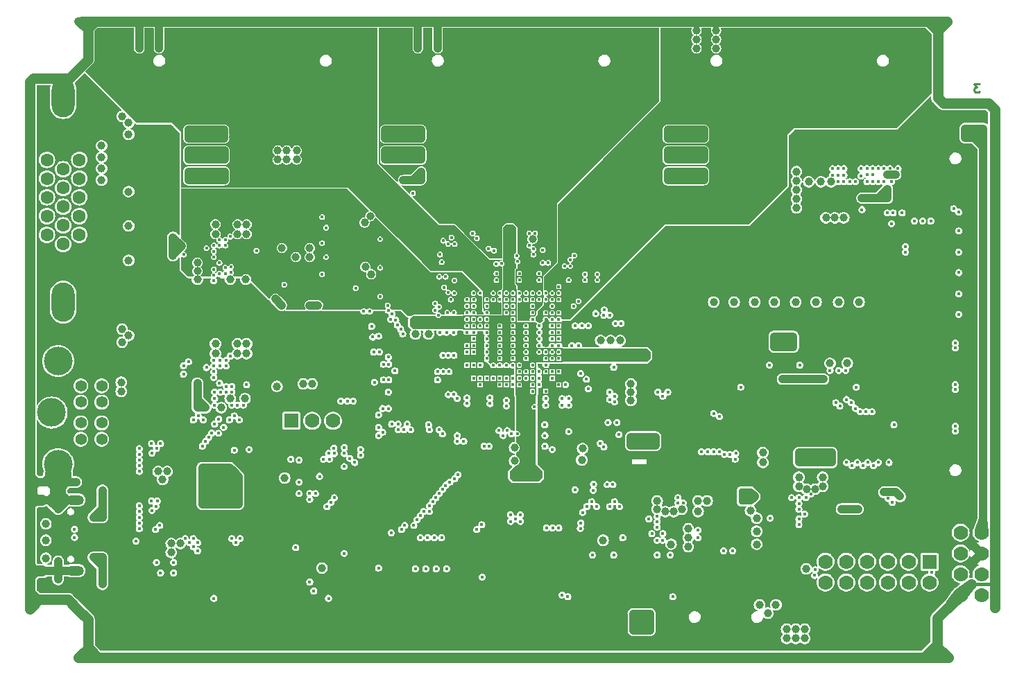
<source format=gbr>
%TF.GenerationSoftware,KiCad,Pcbnew,7.0.11-7.0.11~ubuntu22.04.1*%
%TF.CreationDate,2024-03-11T16:24:10+02:00*%
%TF.ProjectId,GateMateA1-EVB_Rev_B,47617465-4d61-4746-9541-312d4556425f,B*%
%TF.SameCoordinates,PX5f5e100PY7bfa480*%
%TF.FileFunction,Copper,L3,Inr*%
%TF.FilePolarity,Positive*%
%FSLAX46Y46*%
G04 Gerber Fmt 4.6, Leading zero omitted, Abs format (unit mm)*
G04 Created by KiCad (PCBNEW 7.0.11-7.0.11~ubuntu22.04.1) date 2024-03-11 16:24:10*
%MOMM*%
%LPD*%
G01*
G04 APERTURE LIST*
%ADD10C,0.254000*%
%TA.AperFunction,NonConductor*%
%ADD11C,0.254000*%
%TD*%
%TA.AperFunction,ComponentPad*%
%ADD12O,2.200000X1.200000*%
%TD*%
%TA.AperFunction,ComponentPad*%
%ADD13O,2.000000X1.300000*%
%TD*%
%TA.AperFunction,ComponentPad*%
%ADD14C,1.778000*%
%TD*%
%TA.AperFunction,ComponentPad*%
%ADD15R,1.778000X1.778000*%
%TD*%
%TA.AperFunction,ComponentPad*%
%ADD16C,1.410000*%
%TD*%
%TA.AperFunction,ComponentPad*%
%ADD17C,3.500000*%
%TD*%
%TA.AperFunction,ComponentPad*%
%ADD18C,1.000000*%
%TD*%
%TA.AperFunction,ComponentPad*%
%ADD19C,1.800000*%
%TD*%
%TA.AperFunction,ComponentPad*%
%ADD20C,1.600000*%
%TD*%
%TA.AperFunction,ComponentPad*%
%ADD21O,2.800000X4.800000*%
%TD*%
%TA.AperFunction,ViaPad*%
%ADD22C,0.450000*%
%TD*%
%TA.AperFunction,ViaPad*%
%ADD23C,1.000000*%
%TD*%
%TA.AperFunction,Conductor*%
%ADD24C,1.016000*%
%TD*%
%TA.AperFunction,Conductor*%
%ADD25C,0.508000*%
%TD*%
%TA.AperFunction,Conductor*%
%ADD26C,1.270000*%
%TD*%
%TA.AperFunction,Conductor*%
%ADD27C,0.381000*%
%TD*%
%TA.AperFunction,Conductor*%
%ADD28C,0.127000*%
%TD*%
%TA.AperFunction,Conductor*%
%ADD29C,0.254000*%
%TD*%
%TA.AperFunction,Conductor*%
%ADD30C,0.200000*%
%TD*%
%TA.AperFunction,Conductor*%
%ADD31C,0.406400*%
%TD*%
G04 APERTURE END LIST*
D10*
D11*
X116937752Y71153548D02*
X116308799Y71153548D01*
X116308799Y71153548D02*
X116647466Y70766500D01*
X116647466Y70766500D02*
X116502323Y70766500D01*
X116502323Y70766500D02*
X116405561Y70718119D01*
X116405561Y70718119D02*
X116357180Y70669738D01*
X116357180Y70669738D02*
X116308799Y70572976D01*
X116308799Y70572976D02*
X116308799Y70331071D01*
X116308799Y70331071D02*
X116357180Y70234309D01*
X116357180Y70234309D02*
X116405561Y70185928D01*
X116405561Y70185928D02*
X116502323Y70137548D01*
X116502323Y70137548D02*
X116792609Y70137548D01*
X116792609Y70137548D02*
X116889371Y70185928D01*
X116889371Y70185928D02*
X116937752Y70234309D01*
D12*
X6530000Y11680000D03*
X6530000Y20320000D03*
D13*
X2350000Y11680000D03*
X2350000Y20320000D03*
D14*
X114630000Y11255000D03*
X117170000Y16335000D03*
D15*
X110850000Y12770000D03*
D14*
X108310000Y12770000D03*
X105770000Y12770000D03*
X103230000Y12770000D03*
X100690000Y12770000D03*
X98150000Y12770000D03*
X110850000Y10230000D03*
X108310000Y10230000D03*
X105770000Y10230000D03*
X103230000Y10230000D03*
X100690000Y10230000D03*
X98150000Y10230000D03*
D16*
X7270000Y29730000D03*
X7270000Y32270000D03*
X7270000Y27740000D03*
X7270000Y34260000D03*
X9810000Y27740000D03*
X9810000Y34260000D03*
X9810000Y32270000D03*
X9810000Y29730000D03*
D17*
X4500000Y37300000D03*
X3700000Y31000000D03*
X4500000Y24700000D03*
D14*
X114630000Y13795000D03*
X114630000Y8715000D03*
D18*
X23100000Y23206200D03*
X23100000Y20806200D03*
D19*
X24300000Y22006200D03*
D18*
X25500000Y23206200D03*
X25570000Y20806200D03*
D14*
X117170000Y11255000D03*
X114630000Y16335000D03*
X117170000Y8715000D03*
X117170000Y13795000D03*
D20*
X7090000Y52720000D03*
X7090000Y55010000D03*
X7090000Y57300000D03*
X7090000Y59590000D03*
X7090000Y61880000D03*
X5110000Y51575000D03*
X5110000Y53865000D03*
X5110000Y56155000D03*
X5110000Y58445000D03*
X5110000Y60735000D03*
X3130000Y52720000D03*
X3130000Y55010000D03*
X3130000Y57300000D03*
X3130000Y59590000D03*
X3130000Y61880000D03*
D21*
X5110000Y69495000D03*
X5110000Y44505000D03*
D15*
X32960000Y30000000D03*
D14*
X35500000Y30000000D03*
X38040000Y30000000D03*
D22*
X25700000Y31900000D03*
D23*
X84500000Y44500000D03*
D22*
X43100000Y34700000D03*
X107000000Y60800000D03*
X58800000Y28200000D03*
X82575000Y16625000D03*
D23*
X1016000Y39400000D03*
X82400000Y78800000D03*
D22*
X60000000Y39200000D03*
D23*
X66100000Y78800000D03*
D22*
X71608000Y29800000D03*
D23*
X32200000Y1051002D03*
X8100000Y74200000D03*
D22*
X24250000Y37400000D03*
D23*
X84800000Y76600000D03*
X97500000Y78800000D03*
D22*
X104608000Y59200000D03*
D23*
X95800000Y11900000D03*
D22*
X19800000Y36722962D03*
D23*
X25500000Y32700000D03*
D22*
X24900000Y51400000D03*
D23*
X27300000Y32700000D03*
X34400000Y34500000D03*
X26500000Y20900000D03*
X118800000Y54400000D03*
X105300000Y21261000D03*
D22*
X100400000Y60800000D03*
X62000000Y52900000D03*
X14400000Y25900000D03*
D23*
X23200000Y24265000D03*
X4500000Y10600000D03*
X38200000Y1051002D03*
X78200000Y1051002D03*
X35500000Y34500000D03*
D22*
X99700000Y60000000D03*
X99700000Y59200000D03*
X63200000Y40000000D03*
D23*
X84800000Y77700000D03*
X87000000Y44500000D03*
X112800000Y7000000D03*
D22*
X58000000Y48000000D03*
X60800000Y48000000D03*
X64100000Y16900000D03*
D23*
X111800000Y70000000D03*
D22*
X56000000Y34400000D03*
X33900000Y22500000D03*
D23*
X4500000Y11700000D03*
D22*
X77600000Y17000000D03*
D23*
X95840000Y21650000D03*
X31000000Y44900000D03*
X31200000Y34200000D03*
X100100000Y19200010D03*
X118800000Y66000000D03*
D22*
X14400000Y24500000D03*
D23*
X12300000Y67200000D03*
D22*
X105800000Y20500000D03*
X109000000Y54400000D03*
X60900000Y18500000D03*
X82575000Y15700000D03*
X48700000Y15700000D03*
X68000000Y44600000D03*
D23*
X14400000Y76600000D03*
D22*
X55100000Y52900000D03*
X69200000Y41600000D03*
D23*
X81400000Y14600000D03*
D22*
X51500000Y36000000D03*
D23*
X106200000Y1051002D03*
D22*
X68000000Y39200000D03*
X62600000Y31700000D03*
D23*
X1016000Y57400000D03*
X23700000Y38200000D03*
D22*
X50400000Y15700000D03*
D23*
X117500000Y68800000D03*
D22*
X65600000Y46400000D03*
D23*
X6700000Y22500000D03*
D22*
X98700000Y36150000D03*
D23*
X22100000Y24265000D03*
D22*
X78300000Y15400000D03*
X59200000Y32500000D03*
D23*
X68400000Y25200000D03*
X78575000Y18900000D03*
D22*
X64850000Y16900000D03*
X23600000Y31900000D03*
D23*
X68200000Y1051002D03*
X118800000Y14200000D03*
X13000000Y78800000D03*
D22*
X65600000Y45600000D03*
D23*
X82400000Y75500000D03*
D22*
X69197176Y33900000D03*
D23*
X101100000Y19200000D03*
D22*
X72400000Y32300000D03*
D23*
X111800000Y78800000D03*
D22*
X59700000Y17700000D03*
D23*
X25400000Y24265000D03*
D22*
X61600000Y41600000D03*
D23*
X6923887Y6923887D03*
X1016000Y65400000D03*
D22*
X69700000Y13600000D03*
D23*
X118800000Y16600000D03*
D22*
X14400000Y23800000D03*
D23*
X118800000Y41700000D03*
X44200000Y1051002D03*
D22*
X58400000Y41600000D03*
X68266229Y35766229D03*
D23*
X118800000Y64700000D03*
X55900000Y78800000D03*
X82400000Y76600000D03*
X100100000Y78800000D03*
D22*
X103900000Y59200000D03*
D23*
X3000000Y13200000D03*
D22*
X25000000Y33500000D03*
D23*
X25500000Y47300000D03*
D22*
X89100000Y20000000D03*
X70200000Y19500000D03*
X72400000Y33000000D03*
X60800000Y47200000D03*
X99700000Y60800000D03*
D23*
X16800000Y78800000D03*
D22*
X63200000Y41600000D03*
X23489000Y47800000D03*
D23*
X1000000Y9000000D03*
D22*
X79200000Y13600000D03*
D23*
X41000000Y78800000D03*
X111800000Y74500000D03*
X36700000Y12000000D03*
D22*
X80150000Y20600000D03*
D23*
X73700000Y78800000D03*
X4500000Y19200000D03*
X3000000Y15400000D03*
D22*
X56800000Y44000000D03*
D23*
X75000000Y78800000D03*
X118800000Y49350000D03*
D22*
X105300000Y59200000D03*
X36400000Y23200000D03*
D23*
X50800000Y75500000D03*
D22*
X58400000Y38400000D03*
D23*
X53400000Y78800000D03*
D22*
X52800000Y38000000D03*
X56200000Y17300000D03*
X60000000Y40000000D03*
D23*
X70700000Y39800000D03*
X92300000Y1051002D03*
D22*
X77600000Y17650000D03*
D23*
X27500000Y52800000D03*
D22*
X96350000Y21050000D03*
D23*
X118800000Y56950000D03*
X82200000Y1051002D03*
X50800000Y77700000D03*
X110700000Y78800000D03*
X58500000Y78800000D03*
X1000000Y11000000D03*
X104200000Y1051002D03*
X9800000Y59400000D03*
X1016000Y45400000D03*
D22*
X65600000Y38400000D03*
X59200000Y36800000D03*
D23*
X1016000Y71400000D03*
D22*
X49600000Y15700000D03*
X23500000Y50000000D03*
D23*
X9800000Y62200000D03*
X28200000Y1051002D03*
X9000000Y78800000D03*
X118800000Y46800000D03*
D22*
X26600000Y30100000D03*
X66800000Y32700000D03*
D23*
X27500000Y38200000D03*
D22*
X22600000Y51100000D03*
D23*
X98200000Y54800000D03*
D22*
X14400000Y26600000D03*
D23*
X13100000Y66400000D03*
X1000000Y29400000D03*
X96200000Y1051002D03*
X112200000Y1051002D03*
X20200000Y1051002D03*
X106700000Y60100000D03*
X94200000Y39000000D03*
D22*
X59700000Y18500000D03*
X94000000Y20600000D03*
X66400000Y34400000D03*
D23*
X94900000Y22000000D03*
X111800000Y76000000D03*
X89800000Y1051002D03*
D22*
X61600000Y40000000D03*
X100400000Y59200000D03*
D23*
X100200000Y1051002D03*
D22*
X23500000Y37400000D03*
D23*
X48200000Y1051002D03*
D22*
X63200000Y40800000D03*
X63200000Y48000000D03*
X20500000Y15100000D03*
D23*
X46200000Y1051002D03*
X1016000Y63400000D03*
X91900000Y40300000D03*
X98800000Y59200000D03*
D22*
X65600000Y16900000D03*
D23*
X24200000Y1051002D03*
D22*
X56800000Y43200000D03*
D23*
X6200000Y72200000D03*
D22*
X66800000Y47200000D03*
D23*
X84700000Y1051002D03*
D22*
X35200000Y21100000D03*
X26400000Y31900000D03*
X37600000Y25300000D03*
D23*
X92400000Y78800000D03*
D22*
X60000000Y38400000D03*
D23*
X50200000Y1051002D03*
D22*
X20400000Y37200000D03*
X39000000Y32400000D03*
D23*
X42500000Y78800000D03*
D22*
X78300000Y33000000D03*
D23*
X94200000Y40300000D03*
D22*
X24900000Y48700000D03*
D23*
X26500000Y22000000D03*
D22*
X56800000Y41600000D03*
X103200000Y60800000D03*
D23*
X111800000Y3000000D03*
X48400000Y78800000D03*
D22*
X56800000Y38400000D03*
X33900000Y25200000D03*
D23*
X1016000Y61400000D03*
X1016000Y51400000D03*
X89900000Y78800000D03*
D22*
X52799990Y43200000D03*
D23*
X24300000Y24265000D03*
D22*
X55600000Y52300000D03*
D23*
X35200000Y50000000D03*
X118800000Y36650000D03*
D22*
X94900000Y20600000D03*
D23*
X91900000Y39000000D03*
D22*
X107500000Y55400000D03*
X103200000Y60100000D03*
X72400000Y20100000D03*
X106200000Y59200000D03*
X25500000Y37900000D03*
X21500000Y15100000D03*
X25500000Y52500000D03*
X63200000Y47200000D03*
X64000000Y32700000D03*
D23*
X100377038Y54800000D03*
X32100000Y78800000D03*
D22*
X52864309Y47135691D03*
X67400000Y44000000D03*
D23*
X44000000Y78800000D03*
D22*
X62400000Y44000000D03*
D23*
X118800000Y21400000D03*
X18500000Y52400000D03*
X1000000Y7000000D03*
D22*
X60000000Y42400000D03*
D23*
X94900000Y23100000D03*
D22*
X21000000Y14600000D03*
X24200000Y52100000D03*
D23*
X30200000Y1051002D03*
D22*
X71100000Y26800000D03*
D23*
X23700000Y52800000D03*
D22*
X37300000Y19500000D03*
X71799990Y33492000D03*
X59200000Y44000000D03*
D23*
X26500000Y23200000D03*
X118800000Y31550000D03*
X71150000Y78800000D03*
X22100000Y19800000D03*
X13100000Y53800000D03*
X81400000Y16800000D03*
X58200000Y1051002D03*
D22*
X105300000Y60800000D03*
D23*
X1016000Y49400000D03*
X36200000Y44100000D03*
D22*
X50800000Y35000000D03*
X23500000Y36000000D03*
D23*
X111800000Y71500000D03*
D22*
X61600000Y38400000D03*
D23*
X1016000Y67400000D03*
X1016000Y69400000D03*
X26400000Y38200000D03*
D22*
X24200000Y51400000D03*
X64000000Y43200000D03*
X39800000Y32400000D03*
D23*
X18200000Y1051002D03*
X61000000Y78800000D03*
D22*
X77600000Y15400000D03*
X106299999Y19999999D03*
D23*
X1016000Y37400000D03*
X111800000Y77300000D03*
D22*
X61600000Y40800000D03*
D23*
X5600000Y22500000D03*
D22*
X68400000Y41600000D03*
D23*
X100800000Y37025000D03*
D22*
X59200000Y31800000D03*
D23*
X14400000Y77700000D03*
D22*
X61600000Y39200000D03*
D23*
X76200000Y1051002D03*
D22*
X77600000Y13600000D03*
D23*
X114500000Y68800000D03*
D22*
X67199992Y39200000D03*
D23*
X36200000Y1051002D03*
X84800000Y75500000D03*
X19400000Y78800000D03*
D22*
X62400000Y35200000D03*
D23*
X12200000Y1051002D03*
X64200000Y1051002D03*
X118800000Y44300000D03*
D22*
X24200000Y48000000D03*
X62400000Y36800000D03*
X23600000Y33500000D03*
D23*
X1000000Y27400000D03*
D22*
X21000000Y30100000D03*
X77700000Y33500000D03*
D23*
X14400000Y78800000D03*
D22*
X94900000Y17300000D03*
X23489000Y48500000D03*
X56800000Y40800000D03*
X52125000Y38000000D03*
D23*
X105200000Y78800000D03*
X82600000Y20200000D03*
X1016000Y59400000D03*
D22*
X57200000Y32100000D03*
D23*
X68600000Y78800000D03*
D22*
X60000000Y41600000D03*
D23*
X42000000Y48800000D03*
X91900000Y44500000D03*
X79600000Y1051002D03*
D22*
X25400000Y30100000D03*
D23*
X19400000Y15000000D03*
X10200000Y1051002D03*
X31800000Y51100000D03*
X87300000Y1051002D03*
X11000000Y78800000D03*
X24400000Y31600000D03*
X79500000Y78800000D03*
D22*
X99000000Y60800000D03*
X57600000Y36800000D03*
D23*
X81000000Y78800000D03*
X107700000Y78800000D03*
X56200000Y1051002D03*
D22*
X14400000Y25200000D03*
X63200000Y39200000D03*
X52829817Y45598803D03*
X62700000Y52900000D03*
D23*
X60200000Y1051002D03*
X118800000Y26450000D03*
X23200000Y19800000D03*
X102250000Y44500000D03*
D22*
X26000000Y30600000D03*
D23*
X37200000Y78800000D03*
X23700000Y54000000D03*
X22100000Y22000000D03*
X81400000Y15700000D03*
D22*
X26200000Y15100000D03*
X58400000Y40000000D03*
D23*
X14400000Y75500000D03*
X27500000Y54000000D03*
X1016000Y35400000D03*
D22*
X60000000Y43200000D03*
X63200000Y38400000D03*
D23*
X35200000Y51100000D03*
D22*
X25600000Y48100000D03*
X67599996Y41600000D03*
D23*
X1016000Y47400000D03*
D22*
X94900000Y19200000D03*
D23*
X25400000Y19800000D03*
D22*
X69000000Y19508000D03*
D23*
X42600000Y55000000D03*
D22*
X76600000Y18000000D03*
X59299996Y28800000D03*
X73000000Y19500000D03*
X21000000Y15600000D03*
X35900000Y21100000D03*
D23*
X97600000Y59200000D03*
X54200000Y1051002D03*
X78000000Y78800000D03*
D22*
X60000000Y37600000D03*
X40500000Y32400000D03*
D23*
X98700000Y37010999D03*
X50800000Y78800000D03*
X1000000Y21400000D03*
X34600000Y78800000D03*
X29600000Y78800000D03*
X1000000Y13200000D03*
X107250000Y20750000D03*
X118800000Y59500000D03*
D22*
X14400000Y17500000D03*
D23*
X60200000Y26700000D03*
X3400000Y22500000D03*
X34200000Y1051002D03*
X93050000Y40300000D03*
X26200000Y1051002D03*
D22*
X56000000Y36800000D03*
D23*
X88400000Y20750000D03*
X41900000Y54200000D03*
X48400000Y75500000D03*
X13100000Y49600000D03*
D22*
X24250000Y36700000D03*
X94900000Y18000000D03*
X14400000Y16800000D03*
X14400000Y19600000D03*
D23*
X1000000Y25400000D03*
X4500000Y12800000D03*
X42700000Y47900000D03*
D22*
X38200000Y20600000D03*
D23*
X97800000Y23100000D03*
X27000000Y78800000D03*
X4500000Y20300000D03*
D22*
X102500000Y60800000D03*
X25000000Y36700000D03*
D23*
X24400000Y78800000D03*
X8135002Y1051002D03*
D22*
X66800000Y31900000D03*
X61600000Y37600000D03*
X78900000Y33500000D03*
D23*
X118800000Y67300000D03*
X72200000Y1051002D03*
X82400000Y77700000D03*
X26500000Y19800000D03*
X77600000Y20200000D03*
D22*
X37800000Y20000000D03*
X63900000Y29500000D03*
X100400000Y60000000D03*
X56800000Y37600000D03*
D23*
X9800000Y63600000D03*
D22*
X47800000Y57800000D03*
X44800000Y33500000D03*
X71800000Y19500000D03*
X58400000Y39200000D03*
X110000000Y54400000D03*
D23*
X47000000Y78800000D03*
D22*
X52100000Y33200000D03*
X103200000Y59200000D03*
X21600000Y30600000D03*
D23*
X18300000Y15000000D03*
X71900000Y39800000D03*
X1000000Y31400000D03*
X118800000Y11800000D03*
D22*
X104600000Y60800000D03*
D23*
X1016000Y53400000D03*
X66200000Y1051002D03*
X87400000Y78800000D03*
D22*
X95750000Y20600000D03*
X58300000Y28800000D03*
D23*
X18500000Y51322962D03*
D22*
X64000000Y31900000D03*
D23*
X1000000Y19400000D03*
X102100000Y19200000D03*
X1016000Y41400000D03*
D22*
X59200000Y43200000D03*
D23*
X21900000Y78800000D03*
D22*
X61600000Y35200000D03*
D23*
X79625000Y18900000D03*
X77600000Y19200000D03*
D22*
X27100000Y31900000D03*
D23*
X102200000Y1051002D03*
D22*
X24900000Y48000000D03*
X58000000Y47200016D03*
X23500000Y36700000D03*
X54400000Y32800000D03*
X64800000Y26500000D03*
D23*
X26400000Y52800000D03*
D22*
X58400000Y40800000D03*
X71800000Y32600000D03*
D23*
X16800000Y77700000D03*
X50800000Y76600000D03*
D22*
X24900000Y52100000D03*
D23*
X39700000Y78800000D03*
D22*
X60000000Y40800000D03*
X55600004Y16700000D03*
X51300000Y15700000D03*
D23*
X24300000Y19800000D03*
D22*
X23489000Y47100000D03*
D23*
X108200000Y1051002D03*
X94500000Y44500000D03*
X106295505Y21261000D03*
D22*
X73400000Y15700000D03*
D23*
X1000000Y15400000D03*
D22*
X58400000Y37600000D03*
D23*
X80600000Y19200000D03*
X102600000Y78800000D03*
X97800000Y22000000D03*
X1016000Y33400000D03*
X118800000Y9400000D03*
X98200000Y1051002D03*
D22*
X60300000Y18000000D03*
D23*
X109200000Y78800000D03*
D22*
X52000000Y43200000D03*
X63908000Y26900000D03*
X56800000Y42400000D03*
D23*
X19577038Y51322962D03*
X23700000Y39400000D03*
X83700000Y20200000D03*
X8100000Y77800000D03*
D22*
X43700000Y38400000D03*
X58400000Y36800000D03*
X77600000Y18300000D03*
D23*
X62400000Y52200000D03*
X1016000Y43400000D03*
X42200000Y1051002D03*
X4500000Y22500000D03*
X16800000Y75500000D03*
X70200000Y1051002D03*
D22*
X69600000Y20100000D03*
D23*
X112900000Y78800000D03*
X33500000Y50000000D03*
X31800000Y44100000D03*
X99750000Y44500000D03*
D22*
X35200000Y20400000D03*
D23*
X22200000Y1051002D03*
X60200000Y25100000D03*
D22*
X63908000Y28200000D03*
X52800000Y40800000D03*
D23*
X40200000Y1051002D03*
D22*
X26700000Y15600000D03*
X20000000Y15600000D03*
X22600000Y36500000D03*
D23*
X13100000Y65000000D03*
D22*
X94900000Y19900000D03*
D23*
X113000000Y68800000D03*
D22*
X36900000Y25300000D03*
X100600000Y36150000D03*
D23*
X7000000Y78800000D03*
X49700000Y40600000D03*
D22*
X53200000Y32700000D03*
X33900000Y21100000D03*
X60000000Y36800000D03*
X56800000Y39200000D03*
D23*
X18300000Y13900000D03*
X118800000Y23900000D03*
D22*
X87800000Y20000000D03*
D23*
X16800000Y76600000D03*
D22*
X52800000Y33200000D03*
X14400000Y18900000D03*
D23*
X105700000Y60100000D03*
D22*
X23600000Y32700000D03*
D23*
X74200000Y1051002D03*
X116000000Y68800000D03*
D22*
X50800000Y36000000D03*
D23*
X48400000Y77700000D03*
D22*
X72700000Y29800000D03*
D23*
X13100000Y58000000D03*
D22*
X99750000Y36150000D03*
D23*
X62200000Y1051002D03*
X22100000Y23200000D03*
D22*
X101800000Y59200000D03*
X64000000Y33600000D03*
D23*
X48400000Y76600000D03*
X7200000Y73200000D03*
D22*
X14400000Y18200000D03*
D23*
X45500000Y78800000D03*
X26400000Y39400000D03*
X14200000Y1051002D03*
X3000000Y71900000D03*
X63550000Y78800000D03*
X96860000Y21650000D03*
X35200000Y44100000D03*
X118800000Y51900000D03*
X111800000Y5000000D03*
X9800000Y60800000D03*
D22*
X103900000Y60800000D03*
D23*
X111800000Y73000000D03*
X52200000Y1051002D03*
D22*
X25700000Y34200000D03*
X51464601Y37999760D03*
X22200000Y30100000D03*
D23*
X27400000Y47300000D03*
D22*
X111000000Y54400000D03*
D23*
X110200000Y1051002D03*
X4500000Y21400000D03*
X118800000Y39200000D03*
D22*
X43000000Y38400000D03*
X25700000Y15600000D03*
X25000000Y34200000D03*
D23*
X1000000Y17400000D03*
D22*
X106000000Y60800000D03*
D23*
X118800000Y19000000D03*
X95000000Y78800000D03*
X118800000Y34100000D03*
D22*
X37500000Y26000000D03*
X99000000Y60000000D03*
X72300000Y13600000D03*
D23*
X118800000Y7200000D03*
X1016000Y55400000D03*
X27500000Y39400000D03*
D22*
X103900000Y60100000D03*
D23*
X94200000Y1051002D03*
X89500000Y44500000D03*
D22*
X89100000Y21500000D03*
D23*
X48100000Y40600000D03*
D22*
X21500000Y14100000D03*
X68964511Y35067949D03*
X87800000Y21500000D03*
D23*
X16200000Y1051002D03*
X22100000Y20900000D03*
D22*
X57200000Y32800000D03*
D23*
X26400000Y54000000D03*
D22*
X23500000Y51400000D03*
X24300000Y33500000D03*
X101100000Y59200000D03*
D23*
X8100000Y76000000D03*
D22*
X80150000Y19950000D03*
D23*
X7000000Y1051000D03*
D22*
X62400000Y42400000D03*
X106200000Y54100000D03*
D23*
X76500000Y78800000D03*
X84800000Y78800000D03*
X2300000Y22500000D03*
D22*
X25000000Y37400000D03*
D23*
X1000000Y23400000D03*
D22*
X23500000Y35300000D03*
D23*
X99300000Y54800000D03*
D22*
X80800000Y19950000D03*
D23*
X3000000Y17400000D03*
D22*
X89750000Y20750000D03*
D23*
X82600000Y18900000D03*
X18500000Y50200000D03*
D22*
X25700000Y33500000D03*
D23*
X118800000Y62050000D03*
D22*
X25600000Y48800000D03*
X60900000Y17700000D03*
X52200000Y36000000D03*
D23*
X118800000Y29000000D03*
D22*
X65600000Y37600000D03*
X54400000Y32100000D03*
X60000000Y44000000D03*
X56800000Y40000000D03*
X23500000Y50700000D03*
X62400000Y43200000D03*
D23*
X73100000Y39800000D03*
X97000000Y44500000D03*
X29600000Y64275000D03*
X14400000Y72400000D03*
D22*
X58400000Y46400000D03*
D23*
X28500000Y64275000D03*
X28500000Y61725000D03*
X15550000Y68000000D03*
D22*
X58400000Y43200000D03*
D23*
X14400000Y73456921D03*
X29600000Y61725000D03*
X27400000Y64275000D03*
X27400000Y61725000D03*
D22*
X57600000Y44000000D03*
X56400000Y47200000D03*
D23*
X14400000Y69100000D03*
X14400000Y68000000D03*
D22*
X57600000Y43200000D03*
D23*
X15556920Y73456921D03*
X26300000Y64275000D03*
X14400000Y70200000D03*
X26300000Y61725000D03*
X14400000Y71300000D03*
X84800000Y64275000D03*
X88100000Y61725000D03*
X82400000Y71200000D03*
D22*
X63200000Y43200000D03*
D23*
X85900000Y64275000D03*
D22*
X64000000Y44000000D03*
D23*
X82400000Y70000000D03*
X83600000Y68800000D03*
X82400000Y73507994D03*
X87000000Y64275000D03*
D22*
X67200000Y46400000D03*
D23*
X84800000Y61725000D03*
X82400000Y72400000D03*
X82400000Y68800000D03*
D22*
X65600000Y47200000D03*
X66400000Y44000000D03*
D23*
X87000000Y61725000D03*
X88100000Y64275000D03*
D22*
X63200000Y42400000D03*
D23*
X85900000Y61725000D03*
X83570002Y73507994D03*
X50300000Y61725000D03*
D22*
X60800000Y42400000D03*
D23*
X52500000Y61725000D03*
X48400000Y70200000D03*
X48400000Y69100000D03*
D22*
X60800000Y46400000D03*
D23*
X51400000Y64275000D03*
D22*
X60800000Y43200000D03*
D23*
X50300000Y64275000D03*
X49600000Y68000000D03*
X48400000Y72400000D03*
X52500000Y64275000D03*
D22*
X61600000Y43200000D03*
D23*
X49570006Y73507994D03*
X53600000Y61725000D03*
X53600000Y64275000D03*
X48400000Y73507994D03*
X48400000Y71300000D03*
D22*
X61600000Y42400000D03*
D23*
X51400000Y61725000D03*
D22*
X63200000Y46400000D03*
D23*
X48400000Y68000000D03*
D22*
X56000000Y45600000D03*
X51300000Y49400000D03*
X52100000Y51600000D03*
X57600000Y45600000D03*
X52900000Y51600000D03*
X58400000Y45600000D03*
X57963947Y49184500D03*
X59200000Y45600000D03*
X60000000Y45600000D03*
X57050000Y51050000D03*
X60800000Y45600000D03*
X60562393Y49462393D03*
X61600000Y45600000D03*
X62000003Y51400003D03*
X62500000Y50300000D03*
X62400000Y45600000D03*
X63200000Y45600000D03*
X63650000Y49300010D03*
X67499996Y50200000D03*
X64000000Y45600000D03*
X66300000Y48900000D03*
X64800000Y45600000D03*
X56800000Y44800000D03*
X51100000Y50300000D03*
X51500000Y52000000D03*
X57600000Y44800000D03*
X52500000Y52400000D03*
X58399995Y44800005D03*
X59200000Y44800000D03*
X58600000Y49200000D03*
X60000000Y44800000D03*
X57700000Y50800000D03*
X60800000Y44800000D03*
X60456199Y50156194D03*
X62500000Y51000000D03*
X61600000Y44800000D03*
X63643803Y50856197D03*
X62400000Y44800000D03*
X64300000Y49300000D03*
X63200000Y44800000D03*
X64000000Y44800000D03*
X67000000Y49700000D03*
X67000000Y48900000D03*
X64800000Y44800000D03*
X64800000Y44000000D03*
X68800000Y47900000D03*
X65600000Y44800000D03*
X68800000Y47200000D03*
X70300000Y47900000D03*
X64800000Y43200000D03*
X65600000Y43200000D03*
X70300000Y47200000D03*
X64800000Y42400000D03*
X71150000Y43550000D03*
X70100000Y43100000D03*
X65600000Y42400000D03*
X100700000Y24900000D03*
X99400000Y32200000D03*
X99900000Y31800000D03*
X101400000Y24500000D03*
X71100000Y42900000D03*
X102025000Y24900000D03*
X100700000Y32600000D03*
X64800000Y41600000D03*
X71800000Y42900000D03*
X101300000Y32200000D03*
X65600000Y41600000D03*
X102700000Y24500000D03*
X72500000Y41900000D03*
X101800000Y31500000D03*
X103300000Y24900000D03*
X64800000Y40800000D03*
X65600000Y40800000D03*
X102400000Y31100000D03*
X73200000Y41900000D03*
X104000000Y24500000D03*
X103100000Y31100000D03*
X104600000Y24900000D03*
X103800000Y31100000D03*
X105900000Y24900000D03*
X54400000Y39200000D03*
X43600416Y40336610D03*
X42900000Y40223801D03*
X55200000Y39200000D03*
X83000000Y26199998D03*
X64800000Y40000000D03*
X83800000Y26200000D03*
X65600000Y40000000D03*
X84500000Y30900000D03*
X84500000Y26200006D03*
X85200000Y30500000D03*
X85200000Y26200000D03*
X55200000Y40000000D03*
X42761896Y41532321D03*
X54400000Y40800000D03*
X51900000Y40800000D03*
X55200000Y40800000D03*
X51100000Y40800000D03*
X64800000Y39200000D03*
X85825000Y25900006D03*
X86475000Y25900000D03*
X65600000Y39200000D03*
X64000000Y38400000D03*
X87125000Y25300000D03*
X64800000Y38400000D03*
X87200000Y26000000D03*
X44200000Y36900000D03*
X44200000Y35000000D03*
X44849517Y35000000D03*
X44849517Y36915500D03*
X44787367Y37787367D03*
X54400000Y36800000D03*
X55200000Y36800000D03*
X45600000Y36100000D03*
X51905000Y11900000D03*
X56000000Y35200000D03*
X70671495Y27228509D03*
X68500000Y18800000D03*
X64000000Y37600000D03*
X54000000Y27500000D03*
X41400000Y26500000D03*
X62400000Y36000000D03*
X24100000Y30200000D03*
X50635000Y11900000D03*
X47500000Y28900000D03*
X64000000Y36800000D03*
X24057786Y28468775D03*
X69799996Y21500000D03*
X40100000Y25400000D03*
X35200000Y10300000D03*
X68234123Y16849189D03*
X66000000Y8700000D03*
X64800000Y36000000D03*
X63200000Y35200000D03*
X66800000Y28700000D03*
X114000000Y38887600D03*
X62400000Y34400000D03*
X44800008Y31500000D03*
X56250000Y10900004D03*
X49365000Y11900000D03*
X46000000Y29600000D03*
X114000000Y39492400D03*
X63200000Y34400000D03*
X56482899Y26887700D03*
X114000000Y28727600D03*
X114000000Y34412400D03*
X60522999Y28411500D03*
X43600000Y28200000D03*
X43600000Y12000000D03*
X46000000Y28900000D03*
X48095000Y11900000D03*
X57087699Y26887700D03*
X114000000Y29332400D03*
X114000000Y33807600D03*
X59822999Y28411500D03*
D23*
X92900000Y35100000D03*
X94900000Y24900000D03*
D22*
X15950000Y26050000D03*
D23*
X90100000Y7500000D03*
D22*
X86800000Y14100000D03*
D23*
X94900000Y35100000D03*
X89750000Y18100000D03*
D22*
X15900000Y20200000D03*
X85700000Y14100000D03*
D23*
X93900000Y35100000D03*
X91100000Y6500000D03*
X89000000Y18992000D03*
X89750000Y14899992D03*
X94900000Y26100000D03*
X89750000Y16500000D03*
X98900000Y26100000D03*
X97900000Y35100000D03*
X92100000Y7500000D03*
D22*
X16600000Y20200000D03*
D23*
X96900000Y26100000D03*
X97900000Y24900000D03*
X90500000Y24900000D03*
X96900000Y35100000D03*
X95900000Y26100000D03*
X95900000Y35100000D03*
X98900000Y24900000D03*
X90500000Y26100000D03*
D22*
X16450000Y19550000D03*
D23*
X97900000Y26100000D03*
D22*
X17000000Y27200000D03*
X15950000Y19050000D03*
X15900000Y27200000D03*
X16500000Y26600000D03*
X32900000Y25300000D03*
X33490500Y14500000D03*
X16900000Y17200000D03*
D23*
X17250000Y22850000D03*
D22*
X16400000Y16700000D03*
D23*
X32143802Y23000000D03*
X17800000Y23806200D03*
X16700000Y23806200D03*
X12300000Y41200000D03*
X95600000Y4511000D03*
X21500707Y33600000D03*
X74700000Y4400000D03*
X9900000Y20400000D03*
X75699957Y4400000D03*
X21500000Y49300000D03*
X12300000Y39600000D03*
X12200000Y33600000D03*
X9900000Y21500000D03*
D22*
X76950000Y16200000D03*
D23*
X105700000Y58300000D03*
X21500000Y48300000D03*
X9900000Y18200000D03*
X105700000Y57200000D03*
X95600000Y3400000D03*
X8800000Y18200000D03*
X12200000Y34700000D03*
X76700000Y4400000D03*
X94500000Y4511000D03*
D22*
X78300000Y16200000D03*
D23*
X21500000Y34600000D03*
X76700043Y6400000D03*
X9900000Y11100000D03*
X21500000Y31600000D03*
X102600000Y57200000D03*
X8800000Y13300000D03*
X93400000Y3400000D03*
X75699957Y5400000D03*
X76700000Y5400000D03*
X9900000Y12200000D03*
X94500000Y3400000D03*
X93400000Y4511000D03*
X9900000Y19300000D03*
X75700000Y6400000D03*
X22500000Y31600000D03*
X13100000Y40400000D03*
X21500000Y32600000D03*
X104600000Y57200000D03*
X9900000Y10000000D03*
X103600000Y57200000D03*
X74700000Y5400000D03*
X21500000Y47300000D03*
X9900000Y13300000D03*
X74700043Y6400000D03*
D22*
X44800000Y43500000D03*
X113800004Y55900000D03*
X44716750Y44100000D03*
X106400000Y55400000D03*
X50977224Y43922196D03*
X45100000Y42400000D03*
X114400000Y53200000D03*
X54400000Y43200000D03*
X50528151Y44332321D03*
X114400000Y55500000D03*
X45250000Y43050000D03*
X55200000Y43200000D03*
X114400000Y43000000D03*
X46556018Y40621689D03*
X114400000Y45500000D03*
X46300000Y41200000D03*
X45900000Y41700000D03*
X114400000Y48100000D03*
X50899994Y42900000D03*
X54400000Y42400000D03*
X114400000Y50600000D03*
X45700000Y42300000D03*
X50517465Y43506696D03*
X55200000Y42400000D03*
X107900000Y51300000D03*
X54400000Y41600000D03*
X107900000Y50600000D03*
X55200000Y41600000D03*
X6500000Y16750000D03*
X6500000Y15750000D03*
X68300000Y17500008D03*
X63200000Y36000000D03*
X35700000Y9200000D03*
X66700004Y8500000D03*
X71500000Y22199996D03*
X64800000Y37600000D03*
X24700000Y29200006D03*
X40700000Y24900000D03*
X18600000Y11400000D03*
X17000000Y11400000D03*
X16500000Y12700000D03*
X18600000Y12700000D03*
X46700000Y28900000D03*
X46400000Y16700000D03*
X46800000Y17199998D03*
X47100000Y29600000D03*
X56800000Y35200000D03*
X47900000Y17200000D03*
X48300000Y17900000D03*
X57600000Y35200000D03*
X58400000Y35200000D03*
X48700000Y18400000D03*
X58400000Y34400000D03*
X49100000Y18900000D03*
X49800000Y18900000D03*
X49700000Y29500000D03*
X49800000Y19600000D03*
X49800000Y28900000D03*
X38156197Y26656197D03*
X22500000Y27500006D03*
X22100000Y26900000D03*
X38200000Y26000000D03*
X36699994Y47900000D03*
X36700000Y54900000D03*
X36700000Y51699990D03*
X54400000Y44000000D03*
X51000000Y47606978D03*
X43800000Y48700000D03*
X51600000Y46300000D03*
X43800000Y45200000D03*
X43800000Y52200000D03*
X55200000Y44000000D03*
X51800000Y47600000D03*
X55200000Y45600000D03*
X37200000Y50000000D03*
X37200000Y53600000D03*
X54400000Y44800000D03*
X52400001Y44799997D03*
X52100000Y45687614D03*
X55200000Y44800000D03*
X40500000Y31465000D03*
X72700000Y30800000D03*
D23*
X32800000Y9011262D03*
D22*
X20800000Y17200000D03*
D23*
X17800000Y25200000D03*
X32800000Y11000000D03*
X18000000Y30000000D03*
X16000000Y63400000D03*
D22*
X59200000Y33600000D03*
X56000000Y40800000D03*
X55200000Y36000000D03*
D23*
X15800000Y8700000D03*
X16000000Y65550000D03*
X112100000Y65700000D03*
D22*
X20900000Y29100000D03*
D23*
X89750000Y23300000D03*
D22*
X32400000Y21800000D03*
D23*
X109900000Y64600000D03*
D22*
X56000000Y39200000D03*
X26700000Y16600000D03*
X52800000Y34800000D03*
X56000000Y41600000D03*
D23*
X23700000Y40800000D03*
X17100000Y63400000D03*
D22*
X87800000Y22200000D03*
X78300000Y35000000D03*
X64000000Y40800000D03*
D23*
X83300000Y65550000D03*
D22*
X56800000Y36000000D03*
X40500000Y30700000D03*
X66800000Y31000000D03*
X25400000Y29100000D03*
X16200000Y17800000D03*
X63900000Y25500000D03*
X64000000Y40000000D03*
D23*
X23700000Y64500000D03*
D22*
X25800000Y36700000D03*
D23*
X18200000Y41200000D03*
D22*
X26000000Y28600000D03*
D23*
X18000000Y35500000D03*
D22*
X105275000Y24500000D03*
X56000000Y37600000D03*
D23*
X19300000Y40100000D03*
X21500000Y42300000D03*
X30300000Y8900000D03*
D22*
X53600000Y40800000D03*
D23*
X82200000Y64500000D03*
X18000000Y36600000D03*
X83300000Y64500000D03*
X18000000Y28900000D03*
D22*
X32900000Y21300000D03*
X57600000Y36000000D03*
D23*
X111000000Y64600000D03*
D22*
X21600000Y27600000D03*
X56000000Y38400000D03*
D23*
X21500000Y64500000D03*
X44400000Y65550000D03*
X20400000Y42300000D03*
D22*
X54400000Y36000000D03*
X58400000Y36000000D03*
X26600000Y29100000D03*
X60800000Y36800000D03*
X26400000Y37200000D03*
D23*
X81100000Y64500000D03*
D22*
X27000000Y36700000D03*
D23*
X112100000Y64600000D03*
D22*
X64000000Y39200000D03*
X17500000Y8500000D03*
X56000000Y40000000D03*
D23*
X58200000Y10600000D03*
D22*
X29300000Y38687000D03*
X21600000Y28400000D03*
X87775000Y24450000D03*
X63200000Y36800000D03*
X57600000Y34400000D03*
D23*
X108800000Y65700000D03*
D22*
X106700000Y22200000D03*
D23*
X24750000Y65550000D03*
D22*
X25700000Y16600000D03*
D23*
X16900000Y28900000D03*
X16000000Y64500000D03*
D22*
X64000000Y41600000D03*
D23*
X22600000Y64500000D03*
X15800000Y11300000D03*
X107250000Y23300000D03*
X108800000Y64600000D03*
X24750000Y64500000D03*
X82600000Y22100000D03*
D22*
X55200000Y34400000D03*
X18300000Y9200000D03*
D23*
X26300000Y42300000D03*
D22*
X52100000Y34800000D03*
D23*
X16900000Y35500000D03*
X81800000Y23400000D03*
X61100000Y20400000D03*
D22*
X64000000Y42400000D03*
D23*
X16700000Y25200000D03*
D22*
X21500000Y17900000D03*
X105300000Y22200000D03*
X63900000Y24800000D03*
X89100000Y22500000D03*
D23*
X80000000Y64500000D03*
X19300000Y41200000D03*
D22*
X16500000Y18450000D03*
D23*
X109900000Y65700000D03*
X37618355Y38500000D03*
D22*
X17500000Y9200000D03*
D23*
X18200000Y65550000D03*
D22*
X25700000Y17300000D03*
X78900000Y34500000D03*
D23*
X25000000Y42300000D03*
X17100000Y65550000D03*
X19300000Y42300000D03*
D22*
X60000000Y36000000D03*
X66800000Y29600000D03*
D23*
X20400000Y64500000D03*
X47700000Y64500000D03*
D22*
X40500000Y29900000D03*
X21000000Y16600000D03*
D23*
X27400000Y40800000D03*
X40818355Y38490500D03*
D22*
X21500000Y17200000D03*
X28651000Y38687000D03*
D23*
X22600000Y42300000D03*
D22*
X64000000Y35200000D03*
D23*
X31500000Y8900000D03*
X78900000Y64500000D03*
D22*
X20800000Y17900000D03*
X32900000Y22300000D03*
X66400000Y39200000D03*
D23*
X18200000Y64500000D03*
D22*
X66800000Y30300000D03*
D23*
X44400000Y10000000D03*
X26300000Y40800000D03*
X36500000Y38500000D03*
D22*
X66400000Y41600000D03*
D23*
X18200000Y42300000D03*
D22*
X56000000Y36000000D03*
D23*
X78900000Y65550000D03*
D22*
X20900000Y28400000D03*
X100075000Y24500000D03*
D23*
X111000000Y65700000D03*
D22*
X88500000Y22200000D03*
D23*
X62330000Y19000000D03*
D22*
X77700000Y34500000D03*
D23*
X46600000Y64500000D03*
D22*
X64000000Y34400000D03*
X20900000Y27600000D03*
D23*
X17100000Y64500000D03*
X23700000Y42300000D03*
D22*
X54400000Y37600000D03*
D23*
X20400000Y65550000D03*
X48800000Y64500000D03*
X18200000Y40100000D03*
D22*
X71608000Y30800000D03*
D23*
X43300000Y10000000D03*
X44400000Y64500000D03*
X45500000Y10000000D03*
D22*
X33900000Y26455500D03*
D23*
X15800000Y10100000D03*
X59300000Y10600000D03*
D22*
X59200000Y36000000D03*
D23*
X45500000Y64500000D03*
D22*
X100300000Y22200000D03*
D23*
X48800000Y65550000D03*
D22*
X43100000Y35900000D03*
X106000000Y22200000D03*
X39400000Y26000000D03*
X61600000Y36000000D03*
X53200000Y27500000D03*
X22900000Y28000000D03*
X52900000Y22900000D03*
X60800000Y35200000D03*
X53300000Y23400000D03*
X60800000Y34400000D03*
X60800000Y37600000D03*
D23*
X76400000Y28000000D03*
X76400000Y27000000D03*
X61600000Y23300000D03*
D22*
X59200000Y40000000D03*
X57600000Y40800000D03*
D23*
X61600000Y26700000D03*
X61600000Y25100000D03*
D22*
X57600000Y37600000D03*
D23*
X59600000Y53300000D03*
X72300000Y37992000D03*
X77400000Y27000000D03*
X74400000Y27000000D03*
X75900000Y38000000D03*
D22*
X57600000Y39200000D03*
X62400000Y41600000D03*
X59200000Y40800000D03*
X60800000Y38400000D03*
X62400000Y38400000D03*
X57600000Y40000000D03*
X60800000Y39200000D03*
X57600000Y41600000D03*
D23*
X75400000Y27000000D03*
X77400000Y28000000D03*
X49700000Y42000000D03*
D22*
X57600000Y38400000D03*
D23*
X59600000Y52200000D03*
D22*
X59200000Y37600000D03*
D23*
X74400000Y33500000D03*
X73900000Y37992000D03*
X70700000Y37992000D03*
X74400000Y34500000D03*
X75400000Y28000000D03*
D22*
X59200000Y41600000D03*
D23*
X61600000Y28300000D03*
X74400000Y28000000D03*
D22*
X60800000Y40000000D03*
X59200000Y39200000D03*
X62400000Y39200000D03*
X59200000Y38400000D03*
D23*
X74900000Y38000000D03*
D22*
X60800000Y40800000D03*
D23*
X48100000Y42000000D03*
D22*
X60800000Y41600000D03*
X62400000Y40800000D03*
D23*
X62700000Y23300000D03*
D22*
X62400000Y40000000D03*
X62400000Y37600000D03*
D23*
X60500000Y23300000D03*
X74400000Y32500000D03*
X32400000Y63000000D03*
X33600000Y61900000D03*
X25000000Y56900000D03*
X78900000Y63000000D03*
X30300000Y48800000D03*
X27500000Y56900000D03*
X115200000Y65700000D03*
X31300000Y61900000D03*
X26300000Y55400000D03*
X33600000Y63000000D03*
X23700000Y61900000D03*
X30300000Y47100000D03*
X30300000Y54100000D03*
D22*
X27000000Y51300000D03*
D23*
X20400000Y56900000D03*
X38000000Y48812201D03*
X78900000Y61900000D03*
X83300000Y61900000D03*
D22*
X26400000Y51800000D03*
D23*
X48800000Y63000000D03*
X20400000Y63000000D03*
X24800000Y61900000D03*
X23700000Y56900000D03*
X44400000Y63000000D03*
X29500000Y47900000D03*
X39400000Y55800000D03*
X30300000Y55800000D03*
X22600000Y61900000D03*
X45500000Y61900000D03*
X38000000Y55800000D03*
D22*
X56000000Y43200000D03*
D23*
X40800000Y55800000D03*
D22*
X53600000Y45600000D03*
D23*
X21500000Y56900000D03*
X83300000Y63000000D03*
X26300000Y56900000D03*
D22*
X56000000Y42400000D03*
D23*
X24800000Y63000000D03*
X32400000Y61900000D03*
X116300000Y65700000D03*
X21500000Y61900000D03*
X40100000Y54900000D03*
X117400000Y64600000D03*
X29500000Y54900000D03*
D22*
X25800000Y51300000D03*
D23*
X80000000Y61900000D03*
X27500000Y55400000D03*
X46600000Y61900000D03*
X47700000Y61900000D03*
X81100000Y61900000D03*
X40800000Y48812201D03*
X48800000Y61900000D03*
X20400000Y61900000D03*
D22*
X53600000Y43200000D03*
D23*
X23700000Y55400000D03*
X44400000Y61900000D03*
X116300000Y64600000D03*
X117400000Y65700000D03*
X82200000Y61900000D03*
D22*
X54000000Y47200000D03*
D23*
X31300000Y63000000D03*
X39400000Y48812201D03*
D22*
X56000000Y44000000D03*
D23*
X22600000Y56900000D03*
X115200000Y64600000D03*
D22*
X56000000Y44800000D03*
D23*
X40100000Y47900000D03*
X20400000Y60450000D03*
X78900000Y59400000D03*
X24800000Y59400000D03*
X47700000Y59400000D03*
X20400000Y59400000D03*
X78900000Y60450000D03*
X83300000Y60450000D03*
X81100000Y59400000D03*
X82200000Y59400000D03*
X21500000Y59400000D03*
X96100000Y59200000D03*
X94600000Y57100000D03*
X94600000Y60450000D03*
X80000000Y59400000D03*
X94600000Y56000000D03*
X24800000Y60450000D03*
X46600000Y59400000D03*
X48800000Y60450000D03*
X23700000Y59400000D03*
X22600000Y59400000D03*
X83300000Y59400000D03*
X94600000Y58200000D03*
X94600000Y59300000D03*
X48800000Y59400000D03*
D22*
X65600000Y36000000D03*
D23*
X68499998Y26600000D03*
D22*
X65600000Y34400000D03*
X62400000Y33600000D03*
X66000000Y31900000D03*
X66000000Y32700000D03*
X72200000Y22200000D03*
X106500000Y29500000D03*
X95000000Y36800000D03*
X87800000Y34100000D03*
X23500000Y8300000D03*
X39400000Y13800000D03*
X91300000Y36800000D03*
X37500000Y8299994D03*
X101900000Y34100000D03*
X27800000Y26500000D03*
X64800000Y35200000D03*
X67576719Y21564326D03*
X39400000Y24400000D03*
X45156606Y16300000D03*
X45200000Y29600000D03*
X55200000Y35200000D03*
X105700000Y55400000D03*
X44100000Y31500000D03*
X44100000Y28600000D03*
X43600000Y29200000D03*
X43600000Y30719000D03*
X111100022Y11500000D03*
X26000000Y26400000D03*
X59200000Y35200000D03*
X50200000Y20100000D03*
X59200000Y34400000D03*
X50600000Y20600000D03*
X51000000Y28900000D03*
X51000000Y21100000D03*
X51400000Y21600000D03*
X51400000Y28400000D03*
X51800000Y22100000D03*
X60000000Y35200000D03*
X52300000Y22500000D03*
X60000000Y34400000D03*
X39422730Y26715500D03*
X53200000Y28200000D03*
X23226786Y28508874D03*
X60800000Y36000000D03*
X32100000Y46635000D03*
X40800000Y46200000D03*
X42500000Y43400000D03*
X55200000Y38400000D03*
X41800000Y43400000D03*
X54400000Y38400000D03*
D23*
X79299287Y14900000D03*
X71000000Y15400000D03*
D22*
X69843800Y22243806D03*
X14000000Y15300000D03*
X41400000Y25800000D03*
X64000000Y36000000D03*
X23600000Y29600000D03*
X72943020Y28300000D03*
X72300000Y36550000D03*
X102500000Y59900000D03*
X28700000Y50800000D03*
X102600000Y55800000D03*
X79500000Y8500000D03*
X19800000Y35700000D03*
X24200000Y34600000D03*
X96800000Y11100000D03*
X91400000Y18100000D03*
X95600000Y18600000D03*
X27500000Y34400000D03*
X24200000Y49300000D03*
X19800000Y50300000D03*
X96900000Y11800000D03*
D24*
X100100000Y19200010D02*
X102099990Y19200010D01*
D25*
X89400000Y20300000D02*
X89750000Y20650000D01*
D24*
X8135001Y77664999D02*
X8135001Y77000000D01*
D25*
X87800000Y20400000D02*
X87800000Y20000000D01*
D24*
X25900000Y23800000D02*
X22100000Y23800000D01*
D25*
X87900000Y20300000D02*
X87800000Y20400000D01*
D24*
X19577038Y51322962D02*
X18500000Y50245924D01*
X5600000Y22500000D02*
X5600000Y23600000D01*
D25*
X89100000Y21500000D02*
X87800000Y21500000D01*
D26*
X36200000Y1051002D02*
X38200000Y1051002D01*
X1016000Y21500000D02*
X1016000Y20400000D01*
D25*
X87800000Y20000000D02*
X89100000Y20000000D01*
D26*
X8135001Y5712773D02*
X8135001Y2300000D01*
X14400000Y78800000D02*
X82400000Y78800000D01*
X40200000Y1051002D02*
X42200000Y1051002D01*
D24*
X19577038Y51322962D02*
X18500000Y52400000D01*
X105700000Y60100000D02*
X106700000Y60100000D01*
D26*
X48200000Y1051002D02*
X50200000Y1051002D01*
X2700000Y8135001D02*
X1864999Y8135001D01*
D24*
X102099990Y19200010D02*
X102100000Y19200000D01*
D26*
X100200000Y1051002D02*
X102200000Y1051002D01*
X2700000Y8135001D02*
X5712773Y8135001D01*
X52200000Y1051002D02*
X54200000Y1051002D01*
X102200000Y1051002D02*
X104200000Y1051002D01*
X111800000Y2352226D02*
X111800000Y2500000D01*
X1016000Y20400000D02*
X1016000Y12500000D01*
D24*
X22100000Y19800000D02*
X26500000Y19800000D01*
X4900000Y21000000D02*
X4900000Y21800000D01*
X8135001Y78800000D02*
X7400000Y78800000D01*
X106739000Y21261000D02*
X107250000Y20750000D01*
D26*
X112952226Y78800000D02*
X111864999Y77712773D01*
D24*
X1458000Y21942000D02*
X1016000Y21500000D01*
D26*
X56200000Y1051002D02*
X58200000Y1051002D01*
X113101224Y1051002D02*
X111800000Y2352226D01*
X5864999Y71864999D02*
X1480999Y71864999D01*
X118016000Y68800000D02*
X112551974Y68800000D01*
D24*
X3800000Y20700000D02*
X4500000Y21400000D01*
D26*
X8135001Y2300000D02*
X9383999Y1051002D01*
X82400000Y78800000D02*
X84800000Y78800000D01*
D25*
X89100000Y20000000D02*
X89400000Y20300000D01*
D26*
X62200000Y1051002D02*
X64200000Y1051002D01*
X92300000Y1051002D02*
X94200000Y1051002D01*
D24*
X22100000Y23200000D02*
X26500000Y23200000D01*
D26*
X8135001Y2300000D02*
X8135001Y2186001D01*
D24*
X1836000Y11680000D02*
X1016000Y12500000D01*
X7400000Y78800000D02*
X7000000Y78800000D01*
X4500000Y21400000D02*
X4900000Y21800000D01*
D26*
X114630000Y8715000D02*
X115915000Y10000000D01*
X111800000Y3000000D02*
X111800000Y2651002D01*
X10200000Y1051002D02*
X12200000Y1051002D01*
D24*
X4000000Y20900000D02*
X4000000Y21900000D01*
D26*
X44200000Y1051002D02*
X46200000Y1051002D01*
D24*
X22100000Y20900000D02*
X22600000Y20400000D01*
D26*
X118805760Y7205760D02*
X118800000Y7200000D01*
X8135001Y2300000D02*
X8135001Y1051001D01*
D24*
X2300000Y22500000D02*
X2016000Y22500000D01*
X22100000Y23200000D02*
X22100000Y22700000D01*
D26*
X22200000Y1051002D02*
X24200000Y1051002D01*
X32200000Y1051002D02*
X34200000Y1051002D01*
D24*
X4500000Y19200000D02*
X4500000Y19240000D01*
X23100000Y23206200D02*
X23100000Y19900000D01*
X4500000Y19200000D02*
X4500000Y22500000D01*
X26500000Y21400000D02*
X26500000Y23200000D01*
D26*
X118800000Y23800000D02*
X118805760Y23794240D01*
D27*
X115915000Y10000000D02*
X118805760Y10000000D01*
D24*
X6530000Y20320000D02*
X5580000Y20320000D01*
X14400000Y78800000D02*
X14400000Y75500000D01*
D26*
X8135001Y77000000D02*
X8135001Y77935001D01*
X112551974Y68800000D02*
X111864999Y69486975D01*
D24*
X1000000Y21400000D02*
X1500000Y20900000D01*
D26*
X112200000Y1051002D02*
X113101224Y1051002D01*
X1864999Y8135001D02*
X1016000Y8984000D01*
X14400000Y78800000D02*
X8135001Y78800000D01*
X98200000Y1051002D02*
X100200000Y1051002D01*
D24*
X6700000Y22500000D02*
X5400000Y22500000D01*
D26*
X8135001Y77000000D02*
X8135001Y74135001D01*
D24*
X94200000Y39800000D02*
X94200000Y39000000D01*
D26*
X8135002Y1051002D02*
X9600000Y1051002D01*
D24*
X4000000Y21900000D02*
X3400000Y22500000D01*
X91900000Y39000000D02*
X92700000Y39800000D01*
D26*
X110600000Y78800000D02*
X84800000Y78800000D01*
X111864999Y77600000D02*
X110664999Y78800000D01*
X111864999Y69486975D02*
X111864999Y78735001D01*
X106200000Y1051002D02*
X108200000Y1051002D01*
D24*
X5400000Y22500000D02*
X1116000Y22500000D01*
X105300000Y21261000D02*
X106295505Y21261000D01*
D25*
X89400000Y20300000D02*
X87900000Y20300000D01*
X89750000Y20650000D02*
X89750000Y20750000D01*
D26*
X112200000Y1051002D02*
X111800000Y1451002D01*
X111864999Y78800000D02*
X112952226Y78800000D01*
D24*
X106295505Y21261000D02*
X106739000Y21261000D01*
D26*
X104200000Y1051002D02*
X106200000Y1051002D01*
D25*
X89500000Y21100000D02*
X87800000Y21100000D01*
D26*
X84700000Y1051002D02*
X87300000Y1051002D01*
D24*
X2350000Y20320000D02*
X3420000Y20320000D01*
D26*
X96200000Y1051002D02*
X98200000Y1051002D01*
X64200000Y1051002D02*
X66200000Y1051002D01*
D24*
X35200000Y44100000D02*
X36200000Y44100000D01*
D26*
X1016000Y8000000D02*
X1151001Y8135001D01*
D24*
X2080000Y20320000D02*
X2350000Y20320000D01*
X2300000Y22500000D02*
X1900000Y22500000D01*
D26*
X111800000Y5885000D02*
X114630000Y8715000D01*
D24*
X22100000Y22000000D02*
X22700000Y21400000D01*
D26*
X58200000Y1051002D02*
X60200000Y1051002D01*
X118800000Y68016000D02*
X118016000Y68800000D01*
D24*
X6530000Y11680000D02*
X1036000Y11680000D01*
D26*
X8135001Y74135001D02*
X5864999Y71864999D01*
X5712773Y8135001D02*
X6923887Y6923887D01*
D24*
X2800000Y22500000D02*
X3400000Y23100000D01*
D26*
X5110000Y71110000D02*
X5110000Y69495000D01*
X108200000Y1051002D02*
X110200000Y1051002D01*
X9600000Y1051002D02*
X10200000Y1051002D01*
D24*
X48400000Y78800000D02*
X48400000Y75500000D01*
D26*
X110664999Y78800000D02*
X110600000Y78800000D01*
D24*
X2016000Y22500000D02*
X1458000Y21942000D01*
D26*
X72200000Y1051002D02*
X74200000Y1051002D01*
X7000000Y1051000D02*
X8135001Y1051001D01*
X111864999Y77712773D02*
X111864999Y77600000D01*
D24*
X94200000Y39000000D02*
X91900000Y39000000D01*
X2350000Y11680000D02*
X1996000Y11680000D01*
D26*
X1151001Y8135001D02*
X2700000Y8135001D01*
X111864999Y78800000D02*
X110600000Y78800000D01*
X111800000Y2500000D02*
X111800000Y5885000D01*
X46200000Y1051002D02*
X48200000Y1051002D01*
X111800000Y1451002D02*
X111800000Y2500000D01*
D24*
X3400000Y23100000D02*
X3400000Y23600000D01*
D26*
X28200000Y1051002D02*
X30200000Y1051002D01*
D24*
X5580000Y20320000D02*
X5150000Y20750000D01*
D26*
X1016000Y12500000D02*
X1016000Y11700000D01*
D24*
X4500000Y19200000D02*
X5620000Y20320000D01*
X22100000Y24265000D02*
X25435000Y24265000D01*
X1096000Y20320000D02*
X1016000Y20400000D01*
X1116000Y22500000D02*
X1016000Y22600000D01*
X16800000Y78800000D02*
X16800000Y75500000D01*
D26*
X8135001Y1051001D02*
X8135002Y1051002D01*
X118805760Y23794240D02*
X118805760Y10000000D01*
X111800000Y2651002D02*
X110200000Y1051002D01*
X70200000Y1051002D02*
X72200000Y1051002D01*
D24*
X7000000Y78800000D02*
X8135001Y77664999D01*
D26*
X78200000Y1051002D02*
X79600000Y1051002D01*
D24*
X1996000Y11680000D02*
X1016000Y10700000D01*
D25*
X87800000Y21100000D02*
X87800000Y20400000D01*
D26*
X1480999Y71864999D02*
X1016000Y71400000D01*
D24*
X4500000Y12800000D02*
X4500000Y10600000D01*
X5600000Y23600000D02*
X4500000Y24700000D01*
X5150000Y20750000D02*
X4900000Y21000000D01*
X50800000Y78800000D02*
X50800000Y75500000D01*
X1900000Y22500000D02*
X1000000Y23400000D01*
D26*
X18200000Y1051002D02*
X20200000Y1051002D01*
D24*
X18500000Y50200000D02*
X18500000Y52400000D01*
D26*
X9383999Y1051002D02*
X9600000Y1051002D01*
X118800000Y23800000D02*
X118800000Y68016000D01*
X8135001Y2186001D02*
X7000000Y1051000D01*
X42200000Y1051002D02*
X44200000Y1051002D01*
D25*
X89500000Y21100000D02*
X89100000Y21500000D01*
D26*
X14200000Y1051002D02*
X16200000Y1051002D01*
D25*
X87800000Y21500000D02*
X87800000Y21100000D01*
D26*
X2700000Y8135001D02*
X2135001Y8135001D01*
D24*
X1500000Y20900000D02*
X1458000Y20942000D01*
D26*
X8135001Y77935001D02*
X9000000Y78800000D01*
X89800000Y1051002D02*
X92300000Y1051002D01*
D24*
X22600000Y20400000D02*
X26500000Y20400000D01*
X3420000Y20320000D02*
X3800000Y20700000D01*
X4500000Y19240000D02*
X3420000Y20320000D01*
D25*
X89750000Y20750000D02*
X88400000Y20750000D01*
D26*
X34200000Y1051002D02*
X36200000Y1051002D01*
D24*
X4500000Y24700000D02*
X4500000Y22500000D01*
D26*
X30200000Y1051002D02*
X32200000Y1051002D01*
D24*
X25500000Y23206200D02*
X25500000Y19900000D01*
X22100000Y22700000D02*
X22100000Y19800000D01*
X26500000Y19800000D02*
X26500000Y20400000D01*
D26*
X1016000Y10700000D02*
X1016000Y8000000D01*
X1016000Y7016000D02*
X1016000Y8000000D01*
D24*
X25800000Y22700000D02*
X22100000Y22700000D01*
X23100000Y19900000D02*
X23200000Y19800000D01*
X25500000Y19900000D02*
X25400000Y19800000D01*
X5150000Y20750000D02*
X4500000Y21400000D01*
X3800000Y20700000D02*
X4000000Y20900000D01*
X3400000Y23600000D02*
X4500000Y24700000D01*
X2350000Y11680000D02*
X1836000Y11680000D01*
D26*
X87300000Y1051002D02*
X89800000Y1051002D01*
X111864999Y78735001D02*
X111800000Y78800000D01*
X1016000Y22600000D02*
X1016000Y21500000D01*
D24*
X6530000Y20320000D02*
X1096000Y20320000D01*
D26*
X94200000Y1051002D02*
X96200000Y1051002D01*
X38200000Y1051002D02*
X40200000Y1051002D01*
D24*
X2300000Y22500000D02*
X2800000Y22500000D01*
D26*
X110200000Y1051002D02*
X112200000Y1051002D01*
D24*
X1920000Y20320000D02*
X1000000Y19400000D01*
X3400000Y22500000D02*
X3400000Y23600000D01*
X22100000Y23200000D02*
X22100000Y23800000D01*
X26500000Y20400000D02*
X26500000Y21400000D01*
D26*
X8135001Y78800000D02*
X8135001Y77000000D01*
X76200000Y1051002D02*
X78200000Y1051002D01*
X2135001Y8135001D02*
X1016000Y7016000D01*
D25*
X89750000Y20750000D02*
X89750000Y20850000D01*
D26*
X111864999Y77600000D02*
X111864999Y78800000D01*
X50200000Y1051002D02*
X52200000Y1051002D01*
D24*
X18500000Y51322962D02*
X19577038Y51322962D01*
X26500000Y20900000D02*
X22100000Y20900000D01*
D26*
X110200000Y1051002D02*
X111400000Y1051002D01*
X82200000Y1051002D02*
X84700000Y1051002D01*
D24*
X94200000Y40300000D02*
X94200000Y39800000D01*
X22700000Y21400000D02*
X26500000Y21400000D01*
X18500000Y50245924D02*
X18500000Y50200000D01*
D25*
X89750000Y20850000D02*
X89500000Y21100000D01*
D26*
X68200000Y1051002D02*
X70200000Y1051002D01*
X111400000Y1051002D02*
X111800000Y1451002D01*
X79600000Y1051002D02*
X82200000Y1051002D01*
X16200000Y1051002D02*
X18200000Y1051002D01*
D24*
X1500000Y20900000D02*
X2080000Y20320000D01*
D26*
X66200000Y1051002D02*
X68200000Y1051002D01*
X118805760Y10000000D02*
X118805760Y7205760D01*
X1016000Y8984000D02*
X1016000Y9000000D01*
D24*
X5400000Y22300000D02*
X5400000Y22500000D01*
X5620000Y20320000D02*
X6530000Y20320000D01*
D26*
X9000000Y78800000D02*
X7400000Y78800000D01*
X12200000Y1051002D02*
X14200000Y1051002D01*
X60200000Y1051002D02*
X62200000Y1051002D01*
D24*
X1036000Y11680000D02*
X1016000Y11700000D01*
D26*
X74200000Y1051002D02*
X76200000Y1051002D01*
X54200000Y1051002D02*
X56200000Y1051002D01*
D24*
X22100000Y23800000D02*
X22100000Y24265000D01*
X26500000Y22000000D02*
X25800000Y22700000D01*
D26*
X26200000Y1051002D02*
X28200000Y1051002D01*
D24*
X4900000Y21800000D02*
X5400000Y22300000D01*
X92700000Y39800000D02*
X94200000Y39800000D01*
X31800000Y44100000D02*
X31000000Y44900000D01*
D26*
X1016000Y71400000D02*
X1016000Y22600000D01*
D24*
X91900000Y40300000D02*
X94200000Y40300000D01*
X25435000Y24265000D02*
X25900000Y23800000D01*
D26*
X6923887Y6923887D02*
X8135001Y5712773D01*
D24*
X25900000Y23800000D02*
X26500000Y23200000D01*
X1458000Y20942000D02*
X1458000Y21942000D01*
D26*
X24200000Y1051002D02*
X26200000Y1051002D01*
D24*
X2350000Y20320000D02*
X1920000Y20320000D01*
X4500000Y21400000D02*
X4000000Y21900000D01*
D26*
X20200000Y1051002D02*
X22200000Y1051002D01*
D24*
X91900000Y39000000D02*
X91900000Y40300000D01*
D26*
X1016000Y11700000D02*
X1016000Y10700000D01*
D28*
X57200000Y46000000D02*
X57200000Y48600000D01*
D29*
X58050000Y46050000D02*
X58200000Y46200000D01*
D28*
X57600000Y44000000D02*
X58000000Y44400000D01*
X57250000Y46050000D02*
X58050000Y46050000D01*
D29*
X57600000Y46800000D02*
X56400000Y46800000D01*
X56400000Y46000000D02*
X56800000Y46000000D01*
D28*
X57200000Y48600000D02*
X56800000Y48600000D01*
D29*
X56400000Y46600000D02*
X56400000Y46800000D01*
X57200000Y47200000D02*
X57400000Y47000000D01*
D28*
X56600000Y43600000D02*
X57200000Y43600000D01*
X58000000Y46000000D02*
X57200000Y46000000D01*
X57600000Y48600000D02*
X57200000Y48600000D01*
X58000000Y43600000D02*
X58400000Y43600000D01*
X58000000Y44400000D02*
X58000000Y43200000D01*
X58000000Y45200000D02*
X58000000Y46400000D01*
D29*
X57200000Y46000000D02*
X57200000Y46400000D01*
D28*
X56400000Y43800000D02*
X56600000Y43600000D01*
X56400000Y47600000D02*
X56400000Y47200000D01*
X58400000Y46800000D02*
X58400000Y48400000D01*
D29*
X58200000Y46200000D02*
X58400000Y46400000D01*
D28*
X57200000Y43600000D02*
X58000000Y43600000D01*
D29*
X56400000Y46400000D02*
X57200000Y46400000D01*
D28*
X57200000Y43600000D02*
X57600000Y44000000D01*
X57600000Y44000000D02*
X57200000Y44400000D01*
D29*
X58000000Y46000000D02*
X58050000Y46050000D01*
X57800000Y46600000D02*
X58000000Y46400000D01*
X57600000Y46800000D02*
X57800000Y46600000D01*
D28*
X58400000Y43600000D02*
X58400000Y43200000D01*
X57200000Y44400000D02*
X57200000Y43600000D01*
X58000000Y45200000D02*
X56400000Y45200000D01*
D29*
X56400000Y47200000D02*
X57200000Y47200000D01*
D28*
X57200000Y44400000D02*
X56400000Y44400000D01*
X56400000Y46000000D02*
X56400000Y45200000D01*
D29*
X57800000Y46600000D02*
X56400000Y46600000D01*
D28*
X57200000Y46000000D02*
X57250000Y46050000D01*
X56600000Y48400000D02*
X56400000Y48200000D01*
X58200000Y48600000D02*
X57600000Y48600000D01*
D29*
X56400000Y47000000D02*
X56400000Y47200000D01*
D28*
X56400000Y48200000D02*
X56400000Y47600000D01*
X58400000Y46400000D02*
X58400000Y46800000D01*
X56800000Y48600000D02*
X56600000Y48400000D01*
X56400000Y45200000D02*
X56400000Y44400000D01*
X58400000Y43200000D02*
X58000000Y43600000D01*
D29*
X56400000Y46400000D02*
X56400000Y46200000D01*
X56400000Y46800000D02*
X56400000Y47000000D01*
D28*
X57200000Y44400000D02*
X57200000Y46400000D01*
D29*
X57400000Y47000000D02*
X56400000Y47000000D01*
D28*
X58000000Y44400000D02*
X58400000Y44000000D01*
X58000000Y43600000D02*
X58400000Y44000000D01*
X58400000Y48400000D02*
X56600000Y48400000D01*
D29*
X57200000Y46000000D02*
X56800000Y46000000D01*
X58000000Y46400000D02*
X58400000Y46400000D01*
D28*
X57600000Y43200000D02*
X58000000Y43600000D01*
D29*
X57200000Y46400000D02*
X58000000Y46400000D01*
D28*
X58000000Y43200000D02*
X58400000Y43200000D01*
X57200000Y44400000D02*
X58000000Y44400000D01*
D29*
X56400000Y46200000D02*
X56400000Y46000000D01*
D28*
X56400000Y44400000D02*
X56400000Y43800000D01*
X58400000Y48400000D02*
X58200000Y48600000D01*
D29*
X57400000Y47000000D02*
X57600000Y46800000D01*
D28*
X57200000Y43600000D02*
X57600000Y43200000D01*
X57600000Y44000000D02*
X58000000Y43600000D01*
X57600000Y43200000D02*
X58000000Y43200000D01*
X58400000Y44000000D02*
X58400000Y43600000D01*
D29*
X58200000Y46200000D02*
X56400000Y46200000D01*
D28*
X56400000Y47600000D02*
X58400000Y47600000D01*
D29*
X56400000Y46400000D02*
X56400000Y46600000D01*
D28*
X58000000Y44400000D02*
X58000000Y45200000D01*
X66000000Y43600000D02*
X66800000Y43600000D01*
X66000000Y46000000D02*
X66000000Y46800000D01*
X65000000Y42800000D02*
X64400000Y42800000D01*
X66800000Y46000000D02*
X67200000Y46400000D01*
X66800000Y46000000D02*
X66800000Y46800000D01*
X65200000Y43600000D02*
X65200000Y42800000D01*
X65200000Y44400000D02*
X66000000Y44400000D01*
D29*
X63200000Y43200000D02*
X63600000Y43600000D01*
D28*
X66800000Y43600000D02*
X66400000Y44000000D01*
X65200000Y44400000D02*
X65200000Y43600000D01*
X64400000Y43600000D02*
X64400000Y44400000D01*
X66000000Y47600000D02*
X65200000Y47600000D01*
X66000000Y44400000D02*
X66400000Y44000000D01*
X66000000Y43600000D02*
X66000000Y42800000D01*
X65200000Y46000000D02*
X64400000Y46000000D01*
X67200000Y46400000D02*
X67600000Y46000000D01*
X66800000Y46000000D02*
X67600000Y46000000D01*
X67200000Y46400000D02*
X67600000Y46800000D01*
X65600000Y47200000D02*
X65200000Y46800000D01*
X64400000Y45200000D02*
X65200000Y45200000D01*
X66000000Y46000000D02*
X66800000Y46000000D01*
X67600000Y47600000D02*
X67600000Y46800000D01*
X65600000Y47200000D02*
X64800000Y47200000D01*
X66000000Y44400000D02*
X66800000Y44400000D01*
X66400000Y44000000D02*
X66800000Y44400000D01*
X64400000Y46000000D02*
X64400000Y46800000D01*
X67600000Y46800000D02*
X66800000Y46800000D01*
X66000000Y42800000D02*
X66600000Y42800000D01*
D29*
X63200000Y43200000D02*
X63200000Y42800000D01*
D28*
X65200000Y46800000D02*
X65200000Y46000000D01*
X64400000Y45200000D02*
X64400000Y46000000D01*
X66000000Y45200000D02*
X66000000Y44400000D01*
X63600000Y43600000D02*
X63600000Y42800000D01*
X64400000Y44400000D02*
X64400000Y45200000D01*
X64400000Y43600000D02*
X65200000Y43600000D01*
D29*
X64000000Y44000000D02*
X63600000Y43600000D01*
D28*
X66000000Y44400000D02*
X66000000Y43600000D01*
X64400000Y42800000D02*
X63200000Y42800000D01*
X65000000Y42800000D02*
X66000000Y42800000D01*
X66600000Y42800000D02*
X66800000Y43000000D01*
X66000000Y47600000D02*
X67600000Y47600000D01*
X66000000Y46800000D02*
X66800000Y46800000D01*
X65200000Y45200000D02*
X65200000Y44400000D01*
X64400000Y46800000D02*
X65200000Y46800000D01*
X65200000Y43600000D02*
X66000000Y43600000D01*
X64800000Y47200000D02*
X64400000Y46800000D01*
X65600000Y47200000D02*
X66000000Y47600000D01*
X67600000Y46000000D02*
X67600000Y46800000D01*
D29*
X63200000Y42800000D02*
X63200000Y42400000D01*
D28*
X66800000Y45400000D02*
X66800000Y46000000D01*
X66800000Y44400000D02*
X66800000Y45000000D01*
X66000000Y46800000D02*
X65600000Y47200000D01*
X65200000Y46000000D02*
X65200000Y45200000D01*
X63600000Y43600000D02*
X64400000Y43600000D01*
X66800000Y43000000D02*
X66800000Y43600000D01*
X66800000Y43600000D02*
X66800000Y44400000D01*
X66000000Y45200000D02*
X66800000Y45200000D01*
X64400000Y43600000D02*
X64400000Y42800000D01*
X64400000Y44400000D02*
X65200000Y44400000D01*
X65200000Y45200000D02*
X66000000Y45200000D01*
X66800000Y45000000D02*
X66800000Y45400000D01*
X66000000Y46800000D02*
X65200000Y46800000D01*
X66000000Y46000000D02*
X66000000Y45200000D01*
X65200000Y47600000D02*
X64800000Y47200000D01*
D29*
X64000000Y44000000D02*
X64400000Y44400000D01*
D28*
X66000000Y43600000D02*
X66400000Y44000000D01*
X65200000Y46000000D02*
X66000000Y46000000D01*
X66800000Y46800000D02*
X67200000Y46400000D01*
X63600000Y42800000D02*
X63200000Y42400000D01*
X65600000Y47200000D02*
X65200000Y47600000D01*
X66000000Y46800000D02*
X66000000Y47600000D01*
X62000000Y44400000D02*
X62000000Y46400000D01*
X62800260Y46000260D02*
X63600000Y46000260D01*
X62800000Y46800000D02*
X63600000Y46800000D01*
X60800000Y46400000D02*
X61200000Y46000000D01*
X62000000Y47600000D02*
X62000000Y48600000D01*
X62000000Y47600000D02*
X60400000Y47600000D01*
X60400000Y46800000D02*
X60800000Y46400000D01*
X60800000Y44000000D02*
X61200000Y44400000D01*
X61200000Y46800000D02*
X60400000Y46800000D01*
X60400000Y47600000D02*
X60400000Y48400000D01*
X63600000Y46000260D02*
X63600000Y45200000D01*
X62000000Y43600000D02*
X61200000Y43600000D01*
X60400000Y47600000D02*
X60400000Y46800000D01*
X61600000Y43200000D02*
X62000000Y43600000D01*
X63600000Y46800000D02*
X63200000Y46400000D01*
X63600000Y48400000D02*
X63400000Y48600000D01*
X62800000Y43600000D02*
X62800260Y43600000D01*
X62800260Y44400000D02*
X61200000Y44400000D01*
X62000000Y43600000D02*
X62800000Y43600000D01*
X62000000Y42800000D02*
X61600000Y42400000D01*
X60800000Y43200000D02*
X61200000Y43600000D01*
X60800000Y42400000D02*
X61600000Y42400000D01*
X62800000Y46400000D02*
X62800000Y46800000D01*
X62800260Y46000260D02*
X63200000Y46400000D01*
X62000000Y46400000D02*
X62000000Y47600000D01*
X61200000Y43600000D02*
X61200000Y44400000D01*
X63200000Y46400000D02*
X63599740Y46000260D01*
X62800260Y43000260D02*
X62600000Y42800000D01*
X62000000Y43600000D02*
X62000000Y44400000D01*
X62800260Y44400000D02*
X63600000Y44400000D01*
X61600000Y43200000D02*
X62000000Y42800000D01*
X62800260Y46000260D02*
X61200260Y46000260D01*
X61200000Y46400000D02*
X61200000Y46800000D01*
X62800000Y44400000D02*
X62800000Y45200000D01*
X63600000Y46800000D02*
X63600000Y46000260D01*
X60800000Y43200000D02*
X61600000Y42400000D01*
X60800000Y43200000D02*
X60800000Y42400000D01*
X62000000Y43600000D02*
X62000000Y42800000D01*
X61200000Y46800000D02*
X61200000Y48600000D01*
X63600000Y45200000D02*
X63600000Y44400000D01*
X61200000Y46800000D02*
X62800000Y46800000D01*
X62800260Y46399740D02*
X62800000Y46400000D01*
X63200000Y46400000D02*
X62800000Y46800000D01*
X61200000Y44400000D02*
X61200000Y45200000D01*
X60800000Y43200000D02*
X60800000Y44000000D01*
X61200000Y45200000D02*
X61200000Y46000000D01*
X61600000Y42400000D02*
X61600000Y43200000D01*
X62600000Y42800000D02*
X62000000Y42800000D01*
X60600000Y48600000D02*
X61200000Y48600000D01*
X63400000Y48600000D02*
X62800000Y48600000D01*
X62800260Y45200000D02*
X61200000Y45200000D01*
X62000000Y47600000D02*
X63600000Y47600000D01*
X61600000Y43200000D02*
X61200000Y43600000D01*
X62800000Y46800000D02*
X62800000Y48600000D01*
X60800000Y43200000D02*
X61600000Y43200000D01*
X61200000Y48600000D02*
X62800000Y48600000D01*
X63599740Y46000260D02*
X63600000Y46000260D01*
X62800260Y46000260D02*
X62800260Y46399740D01*
X61200260Y46000260D02*
X61200000Y46000000D01*
X62800000Y44400000D02*
X62800000Y43000000D01*
X62800260Y45200000D02*
X63600000Y45200000D01*
X61200000Y46000000D02*
X61200000Y46400000D01*
X61600000Y43200000D02*
X60800000Y42400000D01*
X62800000Y45200000D02*
X62800000Y46000000D01*
X60800000Y46400000D02*
X61200000Y46800000D01*
X60400000Y48400000D02*
X60600000Y48600000D01*
X63600000Y44400000D02*
X62800000Y43600000D01*
X63600000Y46800000D02*
X63600000Y48400000D01*
D24*
X98900000Y24900000D02*
X94900000Y24900000D01*
X94900000Y26100000D02*
X98900000Y26100000D01*
X98900000Y26100000D02*
X98900000Y24900000D01*
X98900000Y24900000D02*
X98400000Y25400000D01*
X94900000Y24900000D02*
X94900000Y25400000D01*
X97900000Y35100000D02*
X92900000Y35100000D01*
X94900000Y25400000D02*
X94900000Y26100000D01*
X98400000Y25400000D02*
X94900000Y25400000D01*
X105700000Y58300000D02*
X105700000Y57200000D01*
X8800000Y13300000D02*
X9900000Y12200000D01*
X102600000Y57200000D02*
X105700000Y57200000D01*
X76700000Y4400000D02*
X74700000Y4400000D01*
X22500000Y31600000D02*
X21500000Y31600000D01*
X9900000Y21500000D02*
X9900000Y18200000D01*
X22500000Y31600000D02*
X21500000Y32600000D01*
X74700000Y6399957D02*
X74700043Y6400000D01*
X9900000Y13300000D02*
X9900000Y10000000D01*
X8800000Y13300000D02*
X9900000Y13300000D01*
X76700043Y6400000D02*
X76700043Y4400043D01*
X74700043Y6400000D02*
X76700043Y6400000D01*
X76700000Y5400000D02*
X74700000Y5400000D01*
X105700000Y58300000D02*
X104600000Y57200000D01*
X21500000Y31600000D02*
X21500000Y34600000D01*
X76700043Y4400043D02*
X76700000Y4400000D01*
X74700000Y4400000D02*
X74700000Y6399957D01*
X9900000Y18200000D02*
X8800000Y18200000D01*
X8800000Y18200000D02*
X9900000Y19300000D01*
D28*
X56800000Y36000000D02*
X57600000Y36000000D01*
D29*
X56000000Y39200000D02*
X56000000Y38800000D01*
D28*
X66000000Y40400000D02*
X66000000Y39600000D01*
X56400000Y34000000D02*
X57200000Y34800000D01*
X66000000Y35600000D02*
X66000000Y34800000D01*
X54000000Y37200000D02*
X54400000Y37600000D01*
X55600000Y37200000D02*
X54800000Y37200000D01*
D29*
X56000000Y38800000D02*
X56000000Y38400000D01*
X56000000Y40000000D02*
X56000000Y39600000D01*
D28*
X66000000Y41200000D02*
X66400000Y41600000D01*
X56400000Y37200000D02*
X56000000Y37600000D01*
X54800000Y37200000D02*
X54400000Y37600000D01*
X57600000Y34400000D02*
X58000000Y34000000D01*
X64400000Y42000000D02*
X65200000Y42000000D01*
X54000000Y39600000D02*
X54000000Y40400000D01*
X54800000Y37600000D02*
X54800000Y37200000D01*
X58000000Y34800000D02*
X58000000Y34000000D01*
X56800000Y36800000D02*
X56400000Y37200000D01*
X64400000Y39600000D02*
X64000000Y39200000D01*
X55600000Y40400000D02*
X56000000Y40800000D01*
X56400000Y38800000D02*
X56400000Y39600000D01*
X55600000Y37200000D02*
X55600000Y37600000D01*
X64000000Y40000000D02*
X64400000Y39600000D01*
X66800000Y40400000D02*
X66800000Y41200000D01*
D24*
X20400000Y65550000D02*
X24750000Y65550000D01*
D28*
X53600000Y34000000D02*
X52800000Y34800000D01*
X56400000Y35600000D02*
X55600000Y35600000D01*
D24*
X20950000Y65000000D02*
X24750000Y65000000D01*
D25*
X64000000Y40000000D02*
X64000000Y39229520D01*
D28*
X64399740Y35599740D02*
X64399740Y35600000D01*
X64400000Y36400000D02*
X64400000Y35600000D01*
X55200000Y36000000D02*
X54800000Y35600000D01*
X55600000Y34800000D02*
X55200000Y34400000D01*
X54000000Y38000000D02*
X54000000Y38800000D01*
X54800000Y35600000D02*
X54000000Y35600000D01*
X64000000Y34400000D02*
X64399740Y34799740D01*
X66400000Y40000000D02*
X66800000Y40400000D01*
X55600000Y39600000D02*
X56000000Y40000000D01*
X59200000Y36000000D02*
X58800000Y35600000D01*
X57600000Y36000000D02*
X57200000Y35600000D01*
X55600000Y38000000D02*
X56000000Y38400000D01*
X65200000Y42000000D02*
X66000000Y42000000D01*
X53600000Y35600000D02*
X54000000Y36000000D01*
X66000000Y34800000D02*
X66000000Y34000000D01*
X58800000Y35600000D02*
X58800000Y34000000D01*
X59600000Y35600000D02*
X59600000Y34800000D01*
D24*
X48800000Y65550000D02*
X44400000Y65550000D01*
D28*
X54000000Y34800000D02*
X52800000Y34800000D01*
D29*
X56000000Y38400000D02*
X56000000Y38000000D01*
D28*
X63600000Y35600000D02*
X63600000Y36400000D01*
X56000000Y37600000D02*
X55600000Y38000000D01*
X56000000Y37600000D02*
X55600000Y37200000D01*
X58400000Y36000000D02*
X58000000Y36400000D01*
X66000000Y42000000D02*
X66400000Y41600000D01*
X55600000Y35600000D02*
X54800000Y35600000D01*
X57200000Y35600000D02*
X57200000Y34800000D01*
X66000000Y39600000D02*
X66400000Y39200000D01*
X57200000Y34000000D02*
X56400000Y34000000D01*
X58800000Y36400000D02*
X58400000Y36000000D01*
X59600000Y34000000D02*
X59200000Y33600000D01*
X54000000Y40400000D02*
X54800000Y40400000D01*
X64000000Y35200000D02*
X63600000Y35600000D01*
X55600000Y34800000D02*
X55600000Y34000000D01*
X66000000Y40400000D02*
X66400000Y40800000D01*
X55200000Y36000000D02*
X55600000Y36400000D01*
X66400000Y40800000D02*
X66400000Y41600000D01*
X55600000Y39600000D02*
X55600000Y39200000D01*
X55600000Y34000000D02*
X54800000Y34000000D01*
X64400000Y34000000D02*
X64400000Y33200000D01*
X58000000Y36000000D02*
X58000000Y35600000D01*
X66000000Y36400000D02*
X66000000Y35600000D01*
X66000000Y40400000D02*
X66400000Y40000000D01*
X55600000Y34000000D02*
X55200000Y34400000D01*
D30*
X64000000Y41600000D02*
X64000000Y41200000D01*
D28*
X64000000Y34400000D02*
X63600000Y34000000D01*
X64400000Y35600000D02*
X64400000Y34800000D01*
X55600000Y38400000D02*
X55600000Y38000000D01*
X64400000Y39600000D02*
X65200000Y39600000D01*
X54000000Y34000000D02*
X54800000Y34000000D01*
X66800000Y39600000D02*
X66800000Y40400000D01*
X54400000Y37600000D02*
X54000000Y38000000D01*
X54800000Y37200000D02*
X54800000Y36400000D01*
X66400000Y40800000D02*
X66800000Y41200000D01*
X56000000Y38400000D02*
X55600000Y38400000D01*
D31*
X64000000Y42400000D02*
X64000000Y41600000D01*
D24*
X78900000Y65550000D02*
X79450000Y65000000D01*
D28*
X55600000Y37200000D02*
X56400000Y37200000D01*
X65200000Y36400000D02*
X65200000Y33200000D01*
D24*
X83300000Y65000000D02*
X83300000Y65550000D01*
D28*
X66400000Y40800000D02*
X66800000Y40400000D01*
X66400000Y40000000D02*
X66800000Y39600000D01*
X57200000Y36400000D02*
X56800000Y36800000D01*
X58400000Y36000000D02*
X58800000Y35600000D01*
X55600000Y40400000D02*
X55600000Y40000000D01*
X64400000Y36400000D02*
X65200000Y36400000D01*
X64000000Y35200000D02*
X64399740Y34800260D01*
X63600000Y36400000D02*
X64400000Y36400000D01*
X54400000Y37600000D02*
X54800000Y38000000D01*
D24*
X78900000Y65550000D02*
X78900000Y64500000D01*
D28*
X66400000Y40800000D02*
X66400000Y40000000D01*
D27*
X63200000Y36800000D02*
X63600000Y36400000D01*
D28*
X56400000Y39600000D02*
X56000000Y40000000D01*
D29*
X53600000Y40800000D02*
X54000000Y40400000D01*
D28*
X56000000Y39200000D02*
X55600000Y39200000D01*
X66000000Y33200000D02*
X64400000Y33200000D01*
X56400000Y35600000D02*
X59600000Y35600000D01*
X55600000Y34800000D02*
X54800000Y34800000D01*
X66000000Y40400000D02*
X66000000Y42000000D01*
X64000000Y35200000D02*
X63600000Y34800000D01*
X55600000Y39200000D02*
X55600000Y38400000D01*
X58000000Y34800000D02*
X57600000Y34400000D01*
X64000000Y41600000D02*
X64400000Y42000000D01*
X59200000Y36000000D02*
X59600000Y36400000D01*
X56000000Y40000000D02*
X55600000Y40000000D01*
X63600000Y34000000D02*
X66000000Y34000000D01*
X58000000Y34000000D02*
X57200000Y34000000D01*
X54000000Y36000000D02*
X54000000Y35600000D01*
X66000000Y39600000D02*
X66400000Y40000000D01*
X56000000Y38400000D02*
X55600000Y38800000D01*
X56800000Y36800000D02*
X56800000Y36000000D01*
X56000000Y38400000D02*
X56400000Y38800000D01*
X54800000Y36400000D02*
X54000000Y36400000D01*
X64400000Y40400000D02*
X66000000Y40400000D01*
D24*
X20400000Y64500000D02*
X24750000Y64500000D01*
D28*
X57600000Y36000000D02*
X58000000Y35600000D01*
X58000000Y36400000D02*
X59600000Y36400000D01*
D24*
X44950000Y65000000D02*
X48800000Y65000000D01*
D28*
X54800000Y36400000D02*
X54400000Y36000000D01*
D24*
X83300000Y64500000D02*
X83300000Y65000000D01*
D28*
X58400000Y36000000D02*
X58000000Y35600000D01*
X56000000Y40000000D02*
X55600000Y40400000D01*
D24*
X44400000Y64500000D02*
X48800000Y64500000D01*
D28*
X65200000Y39600000D02*
X66000000Y39600000D01*
X59200000Y36000000D02*
X59600000Y35600000D01*
X66000000Y41200000D02*
X66800000Y41200000D01*
X56000000Y37600000D02*
X56400000Y38000000D01*
X55200000Y34400000D02*
X54800000Y34800000D01*
X64400000Y41200000D02*
X66000000Y41200000D01*
X63600000Y33200000D02*
X63600000Y34000000D01*
X56000000Y39600000D02*
X54000000Y39600000D01*
X66800000Y41200000D02*
X66400000Y41600000D01*
X56400000Y34800000D02*
X56800000Y34400000D01*
X55600000Y38000000D02*
X55600000Y37600000D01*
D24*
X48800000Y65000000D02*
X48800000Y65550000D01*
D28*
X54800000Y34000000D02*
X54800000Y34800000D01*
D30*
X60000000Y36000000D02*
X57600000Y36000000D01*
D28*
X64000000Y34400000D02*
X63600000Y34800000D01*
D29*
X56000000Y38000000D02*
X56000000Y37600000D01*
D24*
X24750000Y64500000D02*
X24750000Y65000000D01*
D28*
X55600000Y40000000D02*
X55600000Y39600000D01*
X54800000Y35600000D02*
X54400000Y36000000D01*
D29*
X56000000Y40000000D02*
X56000000Y40800000D01*
D28*
X64400000Y33200000D02*
X63600000Y33200000D01*
X66400000Y39200000D02*
X66800000Y39600000D01*
X58000000Y35600000D02*
X58000000Y34800000D01*
D25*
X64000000Y41600000D02*
X64000000Y40800000D01*
D28*
X56000000Y38400000D02*
X56400000Y38000000D01*
X56400000Y38000000D02*
X56400000Y38800000D01*
X64400000Y36400000D02*
X64399740Y36399740D01*
X54000000Y34800000D02*
X54000000Y34000000D01*
X54000000Y38800000D02*
X54000000Y39600000D01*
X55200000Y36000000D02*
X54800000Y36400000D01*
X56400000Y34800000D02*
X56400000Y34000000D01*
X56400000Y39600000D02*
X56400000Y40400000D01*
X59600000Y36400000D02*
X60000000Y36000000D01*
X56800000Y36000000D02*
X57200000Y36400000D01*
D25*
X64000000Y40800000D02*
X64000000Y40000000D01*
D28*
X56400000Y34800000D02*
X59600000Y34800000D01*
X56400000Y38800000D02*
X56000000Y39200000D01*
X64000000Y41600000D02*
X64400000Y41200000D01*
X63600000Y34800000D02*
X63600000Y35600000D01*
D24*
X20400000Y65550000D02*
X20400000Y64500000D01*
D28*
X56400000Y36400000D02*
X55600000Y36400000D01*
D24*
X44400000Y65550000D02*
X44400000Y64500000D01*
D28*
X54800000Y40400000D02*
X54800000Y38000000D01*
X54000000Y37200000D02*
X54000000Y36400000D01*
X66000000Y39600000D02*
X66800000Y39600000D01*
D24*
X20400000Y65550000D02*
X20950000Y65000000D01*
D28*
X59600000Y34800000D02*
X59600000Y34000000D01*
X54000000Y34000000D02*
X53600000Y34000000D01*
X63600000Y34000000D02*
X63600000Y34800000D01*
X56000000Y36000000D02*
X55600000Y35600000D01*
X54000000Y36400000D02*
X54000000Y36000000D01*
X56800000Y36800000D02*
X56400000Y36400000D01*
X57200000Y34000000D02*
X57600000Y34400000D01*
X54800000Y40400000D02*
X55600000Y40400000D01*
X54800000Y38000000D02*
X54800000Y37600000D01*
X56000000Y36000000D02*
X55600000Y36400000D01*
X64399740Y34800260D02*
X64399740Y34800000D01*
X56000000Y38000000D02*
X54000000Y38000000D01*
X56000000Y36000000D02*
X56400000Y36400000D01*
X66000000Y41200000D02*
X66400000Y40800000D01*
X54000000Y36400000D02*
X54400000Y36000000D01*
D29*
X56000000Y39600000D02*
X56000000Y39200000D01*
D28*
X56800000Y36000000D02*
X56400000Y35600000D01*
X64400000Y34800000D02*
X64400000Y34000000D01*
X56800000Y36000000D02*
X56400000Y36400000D01*
X56400000Y34800000D02*
X55600000Y34800000D01*
X56800000Y36000000D02*
X57200000Y35600000D01*
X57600000Y36000000D02*
X57200000Y36400000D01*
X58800000Y34000000D02*
X59600000Y34000000D01*
X57200000Y34000000D02*
X56800000Y34400000D01*
X56400000Y35600000D02*
X56400000Y36400000D01*
D24*
X83300000Y65550000D02*
X78900000Y65550000D01*
D29*
X52800000Y34800000D02*
X52100000Y34800000D01*
D28*
X56000000Y38800000D02*
X55600000Y38800000D01*
X58000000Y36400000D02*
X57600000Y36000000D01*
X56400000Y34000000D02*
X55600000Y34000000D01*
X54800000Y34800000D02*
X54000000Y34800000D01*
X57200000Y34800000D02*
X57600000Y34400000D01*
X56000000Y39200000D02*
X56400000Y39600000D01*
X56000000Y36000000D02*
X56400000Y35600000D01*
X64000000Y42400000D02*
X64400000Y42000000D01*
D24*
X48800000Y64500000D02*
X48800000Y65000000D01*
X78900000Y64500000D02*
X83300000Y64500000D01*
X44400000Y65550000D02*
X44950000Y65000000D01*
D28*
X55600000Y38800000D02*
X54000000Y38800000D01*
X54800000Y37200000D02*
X54000000Y37200000D01*
X64400000Y41200000D02*
X64000000Y40800000D01*
D24*
X24750000Y65000000D02*
X24750000Y65550000D01*
D28*
X66000000Y34000000D02*
X66000000Y33200000D01*
X54000000Y35600000D02*
X53600000Y35600000D01*
X56000000Y40000000D02*
X56400000Y40400000D01*
X64000000Y35200000D02*
X64399740Y35599740D01*
X66400000Y40000000D02*
X66400000Y39200000D01*
X54000000Y35600000D02*
X54000000Y34800000D01*
X60000000Y36000000D02*
X59600000Y35600000D01*
X55600000Y37200000D02*
X55600000Y36400000D01*
X56000000Y39200000D02*
X55600000Y39600000D01*
X59200000Y36000000D02*
X58800000Y36400000D01*
X65200000Y42000000D02*
X65200000Y39600000D01*
X54000000Y38000000D02*
X54000000Y37200000D01*
X53600000Y35600000D02*
X52800000Y34800000D01*
X55600000Y36400000D02*
X54800000Y36400000D01*
D30*
X58400000Y36000000D02*
X58000000Y36000000D01*
D28*
X65200000Y36400000D02*
X66000000Y36400000D01*
X64000000Y34400000D02*
X64399740Y34000260D01*
X56400000Y38000000D02*
X56400000Y37200000D01*
X57200000Y34800000D02*
X57200000Y34000000D01*
X54400000Y36000000D02*
X54000000Y35600000D01*
X55600000Y34800000D02*
X55600000Y36400000D01*
X54800000Y35600000D02*
X54800000Y34800000D01*
X58000000Y34000000D02*
X58800000Y34000000D01*
X55600000Y38800000D02*
X56000000Y39200000D01*
X64399740Y34000260D02*
X64399740Y34000000D01*
X64400000Y40400000D02*
X64000000Y40000000D01*
X56400000Y35600000D02*
X56400000Y34800000D01*
X64399740Y34799740D02*
X64399740Y34800000D01*
X56400000Y40400000D02*
X56000000Y40800000D01*
D24*
X79450000Y65000000D02*
X83300000Y65000000D01*
D28*
X64399740Y33200260D02*
X64400000Y33200000D01*
D30*
X64000000Y41200000D02*
X64000000Y40800000D01*
D28*
X58800000Y34000000D02*
X59200000Y33600000D01*
X63600000Y34800000D02*
X66000000Y34800000D01*
X63600000Y35600000D02*
X66000000Y35600000D01*
X55200000Y36000000D02*
X55600000Y35600000D01*
X54800000Y36400000D02*
X54800000Y35600000D01*
X64000000Y40800000D02*
X64400000Y40400000D01*
X56400000Y36400000D02*
X58000000Y36400000D01*
X66000000Y40400000D02*
X66800000Y40400000D01*
X55200000Y34400000D02*
X54800000Y34000000D01*
X62000260Y34000000D02*
X61980613Y33980353D01*
X62800000Y37200000D02*
X62800000Y38000000D01*
X55600000Y42800000D02*
X54800000Y42800000D01*
X57200000Y40400000D02*
X62800000Y40400000D01*
X59600000Y42800000D02*
X60400000Y42800000D01*
D26*
X75892000Y37992000D02*
X75900000Y38000000D01*
D28*
X62000000Y37200000D02*
X62000000Y34800000D01*
X58800000Y42000000D02*
X58000000Y42000000D01*
X65200000Y38800000D02*
X66000000Y38800000D01*
X57200000Y38800000D02*
X62800000Y38800000D01*
X62000000Y37200000D02*
X62800000Y37200000D01*
X61200000Y41200000D02*
X61200000Y37300000D01*
X66800000Y38000000D02*
X66000000Y37200000D01*
D26*
X60500000Y23300000D02*
X61600000Y24400000D01*
D28*
X58800000Y42800000D02*
X58800000Y43600000D01*
X64400000Y37200000D02*
X65200000Y37200000D01*
X59600000Y46800000D02*
X60400000Y46000000D01*
X60400000Y35600000D02*
X62800000Y35600000D01*
X61200000Y34000000D02*
X61200000Y37300000D01*
X64400000Y38800000D02*
X65200000Y38800000D01*
X56400000Y42800000D02*
X55600000Y42800000D01*
X60419837Y33180163D02*
X61600000Y33180163D01*
X59600000Y37200000D02*
X61200000Y37200000D01*
X59600000Y42000000D02*
X59600000Y42800000D01*
X60400000Y43600000D02*
X60400000Y42800000D01*
X59600000Y41200000D02*
X59200000Y41600000D01*
D26*
X61600000Y25100000D02*
X61600000Y24400000D01*
D28*
X60400000Y41200000D02*
X60400000Y36400000D01*
X60400000Y35600000D02*
X60400000Y34800000D01*
X66000000Y38800260D02*
X66000000Y38800000D01*
D26*
X62700000Y23300000D02*
X60500000Y23300000D01*
D28*
X61200000Y42000000D02*
X62000000Y42000000D01*
X61200000Y34000000D02*
X62000260Y34000000D01*
X60400000Y34000000D02*
X60400000Y33200000D01*
X58000000Y37200000D02*
X58800000Y37200000D01*
X61980613Y33980353D02*
X61980613Y33180163D01*
X57200000Y37200000D02*
X58000000Y37200000D01*
X63600000Y38800000D02*
X64400000Y38800000D01*
X61200000Y42000000D02*
X60400000Y42000000D01*
X60400000Y33200000D02*
X60419837Y33180163D01*
X62780163Y33180163D02*
X61600000Y32000000D01*
X53200000Y42000000D02*
X53300000Y42000000D01*
D26*
X70692000Y38000000D02*
X70700000Y37992000D01*
D28*
X62400000Y41600000D02*
X62000000Y41200000D01*
X58800000Y45200000D02*
X58800000Y46000000D01*
X62800000Y38800000D02*
X62800000Y39600000D01*
X63600000Y38800000D02*
X63600000Y37200000D01*
X61199870Y34800000D02*
X62800130Y34800000D01*
X58800000Y43600000D02*
X58800000Y44400000D01*
X58800000Y42000000D02*
X58800000Y42800000D01*
X58800000Y41300000D02*
X58850000Y41250000D01*
D26*
X61600000Y32000000D02*
X61600000Y28300000D01*
D28*
X60400000Y41200000D02*
X61200000Y41200000D01*
X53300000Y42000000D02*
X57200000Y42000000D01*
X58000000Y41200000D02*
X58000000Y37200000D01*
X53200000Y42000000D02*
X54000000Y41200000D01*
X62800000Y38000000D02*
X66800000Y38000000D01*
X62000000Y34800000D02*
X62000000Y34000000D01*
X57200000Y41200000D02*
X58000000Y41200000D01*
X60400000Y42800000D02*
X60400000Y42000000D01*
X63600000Y37200000D02*
X64400000Y37200000D01*
X62800000Y36400000D02*
X62800000Y37200000D01*
X58800000Y42800000D02*
X59600000Y42800000D01*
X59200000Y41600000D02*
X58850000Y41250000D01*
X62000000Y42000000D02*
X62000000Y41200000D01*
X62000000Y42000000D02*
X62400000Y41600000D01*
D24*
X59600000Y52200000D02*
X59600000Y53300000D01*
D28*
X58000000Y42000000D02*
X57600000Y41600000D01*
X59600000Y42800000D02*
X59599740Y42800260D01*
X62799740Y39599740D02*
X62800000Y39600000D01*
X62800000Y40400000D02*
X62800000Y41200000D01*
X54800000Y42800000D02*
X54000000Y42800000D01*
X59600000Y42000000D02*
X59600000Y41200000D01*
X57200000Y42800000D02*
X56400000Y42800000D01*
X58000000Y41200000D02*
X57600000Y41600000D01*
X62000000Y41200000D02*
X62800000Y41200000D01*
X61200000Y42000000D02*
X61200000Y41200000D01*
X60400000Y34800000D02*
X60400000Y34000000D01*
X58800000Y45200000D02*
X60400000Y45200000D01*
D24*
X74400000Y28000000D02*
X77400000Y28000000D01*
D28*
X58800000Y37200000D02*
X59600000Y37200000D01*
X60400000Y42000000D02*
X60800000Y41600000D01*
X57200000Y42000000D02*
X58000000Y42000000D01*
X62800000Y41200000D02*
X62800000Y42000000D01*
X58000000Y42800000D02*
X58000000Y41200000D01*
X62800000Y37200000D02*
X63600000Y37200000D01*
X62800000Y38000000D02*
X62800000Y38800000D01*
X57200000Y42800000D02*
X57200000Y41200000D01*
D24*
X53300000Y42000000D02*
X49700000Y42000000D01*
D28*
X60400000Y41200000D02*
X59600000Y41200000D01*
X62800000Y42000000D02*
X62000000Y42000000D01*
X59600000Y42000000D02*
X60400000Y42000000D01*
D24*
X77400000Y28000000D02*
X77400000Y27000000D01*
D28*
X62800000Y39600000D02*
X62800000Y40400000D01*
D24*
X77400000Y27000000D02*
X74400000Y27000000D01*
D28*
X62800000Y33200000D02*
X62800000Y35600000D01*
X58800000Y43600000D02*
X60400000Y43600000D01*
D26*
X61600000Y25100000D02*
X61600000Y23300000D01*
D28*
X59599740Y42800260D02*
X59600000Y46800000D01*
X58800000Y46000000D02*
X59600000Y46800000D01*
X62000260Y37200260D02*
X62000000Y37200000D01*
X57200000Y39600000D02*
X57200000Y38000000D01*
X59200000Y41600000D02*
X58800000Y42000000D01*
X62000000Y37200000D02*
X62000260Y37199740D01*
X58800000Y41200000D02*
X59600000Y41200000D01*
X62800000Y39600000D02*
X57200000Y39600000D01*
X60400000Y34000000D02*
X61200000Y34000000D01*
X61999870Y34000000D02*
X62800130Y34000000D01*
X54000000Y42800000D02*
X53200000Y42000000D01*
X54800000Y41200000D02*
X55600000Y41200000D01*
X60400000Y46000000D02*
X60400000Y45200000D01*
X57200520Y39600000D02*
X57200260Y39599740D01*
X56400000Y42800000D02*
X56400000Y41200000D01*
X57600000Y41600000D02*
X57200000Y42000000D01*
X62400000Y41600000D02*
X62800000Y42000000D01*
X54000000Y41200000D02*
X54800000Y41200000D01*
X54800000Y42800000D02*
X54800000Y41200000D01*
X62000000Y41200000D02*
X62000260Y41199740D01*
X57200000Y41200000D02*
X57200000Y39600000D01*
X62800000Y35600000D02*
X62800000Y36400000D01*
D26*
X61600000Y28300000D02*
X61600000Y26700000D01*
D28*
X60800000Y41600000D02*
X60400000Y41200000D01*
X66000000Y38800000D02*
X66800000Y38000000D01*
X61200000Y37200000D02*
X62000000Y37200000D01*
X61200000Y37300000D02*
X61200000Y37200000D01*
X55600000Y42800000D02*
X55600000Y41200000D01*
X58000000Y42800000D02*
X57200000Y42800000D01*
X57200000Y39600000D02*
X57200260Y39599740D01*
X62000000Y41200000D02*
X62000000Y37200000D01*
X58800000Y41200000D02*
X58000000Y41200000D01*
X61200000Y41200000D02*
X60800000Y41600000D01*
X59600000Y42000000D02*
X58800000Y42000000D01*
X56400000Y41200000D02*
X57200000Y41200000D01*
D26*
X70700000Y37992000D02*
X72300000Y37992000D01*
D28*
X59600260Y46799740D02*
X59600000Y46800000D01*
D26*
X61600000Y33000000D02*
X61600000Y31819837D01*
D28*
X58800000Y41200000D02*
X58800000Y37200000D01*
D26*
X66800000Y38000000D02*
X70692000Y38000000D01*
D28*
X60400000Y42000000D02*
X60400000Y41200000D01*
X60400000Y33200000D02*
X61600000Y32000000D01*
X59600000Y42000000D02*
X59200000Y41600000D01*
D29*
X58850000Y41250000D02*
X58800000Y41200000D01*
D28*
X55600000Y41200000D02*
X56400000Y41200000D01*
X58800000Y44400000D02*
X60400000Y44400000D01*
X62400000Y41600000D02*
X62800000Y41200000D01*
X61200000Y33180163D02*
X61200000Y34000000D01*
D26*
X72300000Y37992000D02*
X75892000Y37992000D01*
D28*
X60400000Y44400000D02*
X60400000Y43600000D01*
D26*
X61600000Y24400000D02*
X62700000Y23300000D01*
D28*
X59600000Y41200000D02*
X59600000Y37200000D01*
X60800000Y41600000D02*
X61200000Y42000000D01*
X60400000Y45200000D02*
X60400000Y44400000D01*
X62800000Y38800000D02*
X63600000Y38800000D01*
X60400000Y36400000D02*
X62800000Y36400000D01*
X66000000Y38800000D02*
X66000000Y37200000D01*
X59600000Y42000000D02*
X59600260Y42000260D01*
D24*
X74400000Y27000000D02*
X74400000Y28000000D01*
D28*
X62800000Y38800000D02*
X62800260Y38800260D01*
X61600000Y33180163D02*
X62780163Y33180163D01*
X59599740Y46799740D02*
X59600000Y46800000D01*
X60400000Y36400000D02*
X60400000Y35600000D01*
X58000000Y42000000D02*
X58800000Y42800000D01*
D24*
X59600000Y52200000D02*
X59600000Y46800000D01*
D28*
X58800000Y44400000D02*
X58800000Y45200000D01*
X64400000Y38800000D02*
X64400000Y37200000D01*
X60400000Y34800000D02*
X62000260Y34800000D01*
X58800000Y42800000D02*
X58000000Y42800000D01*
X62780163Y33180163D02*
X62800000Y33200000D01*
X57200000Y38000000D02*
X62800000Y38000000D01*
D26*
X61600000Y26700000D02*
X61600000Y25100000D01*
D28*
X57600000Y41600000D02*
X57200000Y41200000D01*
X58800000Y42000000D02*
X58800000Y41300000D01*
D24*
X49700000Y42000000D02*
X48100000Y42000000D01*
D28*
X62000000Y41200000D02*
X61200000Y41200000D01*
X65200000Y37200000D02*
X66000000Y37200000D01*
X65200000Y38800000D02*
X65200000Y37200000D01*
X57200000Y38000000D02*
X57200000Y37200000D01*
X56000000Y44400000D02*
X54000000Y44400000D01*
D24*
X115200000Y65700000D02*
X115200000Y65200000D01*
X20400000Y63000000D02*
X24800000Y63000000D01*
D29*
X53600000Y43600000D02*
X53600000Y43200000D01*
D24*
X117400000Y16565000D02*
X117170000Y16335000D01*
X44400000Y63000000D02*
X48800000Y63000000D01*
D29*
X53600000Y45200000D02*
X53600000Y44400000D01*
X53600000Y46800000D02*
X54000000Y47200000D01*
D24*
X48800000Y62500000D02*
X48800000Y61900000D01*
D28*
X54000000Y44400000D02*
X53600000Y44400000D01*
X55600000Y43600000D02*
X56000000Y43600000D01*
X54000000Y46000000D02*
X54000000Y47200000D01*
D29*
X53600000Y45600000D02*
X53600000Y45200000D01*
D24*
X117400000Y63500000D02*
X117400000Y63400000D01*
X117400000Y63400000D02*
X117400000Y16565000D01*
X20400000Y63000000D02*
X20400000Y61900000D01*
D29*
X53600000Y44400000D02*
X53600000Y43600000D01*
D28*
X54000000Y45200000D02*
X53600000Y45200000D01*
D24*
X24800000Y62400000D02*
X24800000Y61900000D01*
D28*
X55600000Y45200000D02*
X55600000Y46000000D01*
X54000000Y46000000D02*
X53600000Y46000000D01*
D24*
X44400000Y61900000D02*
X45000000Y62500000D01*
X116800000Y65200000D02*
X115200000Y65200000D01*
X21000000Y62400000D02*
X24800000Y62400000D01*
D29*
X56000000Y43600000D02*
X56000000Y44000000D01*
X56000000Y44000000D02*
X56000000Y44400000D01*
D24*
X78900000Y61900000D02*
X83300000Y61900000D01*
D29*
X56000000Y44800000D02*
X55600000Y45200000D01*
D28*
X54000000Y43600000D02*
X54800000Y43600000D01*
D24*
X20400000Y61900000D02*
X24800000Y61900000D01*
X117400000Y64600000D02*
X117400000Y63400000D01*
X78900000Y63000000D02*
X79400000Y62500000D01*
X48800000Y61900000D02*
X44400000Y61900000D01*
D28*
X55600000Y45200000D02*
X54800000Y45200000D01*
D24*
X117400000Y65700000D02*
X117400000Y64600000D01*
D28*
X54400000Y47200000D02*
X54000000Y47200000D01*
X54800000Y46800000D02*
X54400000Y47200000D01*
D24*
X79400000Y62500000D02*
X83300000Y62500000D01*
D29*
X54000000Y43600000D02*
X53600000Y43600000D01*
D24*
X78900000Y63000000D02*
X78900000Y61900000D01*
D28*
X54000000Y45200000D02*
X53600000Y45600000D01*
X54800000Y45200000D02*
X54800000Y46000000D01*
X54800000Y45200000D02*
X54800000Y43600000D01*
D24*
X48800000Y63000000D02*
X48800000Y62500000D01*
D29*
X56000000Y43200000D02*
X56000000Y43600000D01*
D24*
X45000000Y62500000D02*
X48800000Y62500000D01*
X115200000Y64600000D02*
X117400000Y64600000D01*
X83300000Y61900000D02*
X83300000Y62500000D01*
D28*
X54800000Y46000000D02*
X54800000Y46800000D01*
D24*
X24800000Y63000000D02*
X24800000Y62400000D01*
D28*
X54800000Y43600000D02*
X55600000Y43600000D01*
D24*
X116300000Y64600000D02*
X117400000Y63500000D01*
X117400000Y65700000D02*
X115200000Y65700000D01*
D28*
X54000000Y45200000D02*
X54000000Y44400000D01*
D29*
X56000000Y44400000D02*
X56000000Y44800000D01*
D28*
X54000000Y45600000D02*
X54000000Y46000000D01*
X54000000Y45600000D02*
X54000000Y45200000D01*
D24*
X83300000Y62500000D02*
X83300000Y63000000D01*
X44400000Y61900000D02*
X44400000Y63000000D01*
D29*
X55600000Y43600000D02*
X56000000Y44000000D01*
D24*
X83300000Y63000000D02*
X78900000Y63000000D01*
D28*
X55600000Y46000000D02*
X54800000Y46800000D01*
D29*
X53600000Y45600000D02*
X53600000Y46000000D01*
D28*
X54800000Y46000000D02*
X54000000Y46000000D01*
D29*
X56000000Y43200000D02*
X55600000Y43600000D01*
D24*
X115200000Y65200000D02*
X115200000Y64600000D01*
D28*
X54000000Y44400000D02*
X54000000Y43600000D01*
X54800000Y45200000D02*
X54000000Y45200000D01*
D24*
X20400000Y63000000D02*
X21000000Y62400000D01*
D28*
X55600000Y46000000D02*
X54800000Y46000000D01*
D24*
X117400000Y64600000D02*
X116800000Y65200000D01*
D28*
X53600000Y45600000D02*
X54000000Y46000000D01*
D29*
X53600000Y46000000D02*
X53600000Y46800000D01*
X53600000Y43200000D02*
X54000000Y43600000D01*
D24*
X46600000Y59400000D02*
X48800000Y59400000D01*
X47750000Y59400000D02*
X47700000Y59400000D01*
X78900000Y60450000D02*
X83300000Y60450000D01*
X48800000Y59400000D02*
X48800000Y60450000D01*
X48800000Y60450000D02*
X47750000Y59400000D01*
X83300000Y59900000D02*
X83300000Y59400000D01*
X20400000Y60450000D02*
X24800000Y60450000D01*
X20400000Y60450000D02*
X20400000Y59400000D01*
X78900000Y60450000D02*
X79450000Y59900000D01*
X78900000Y59400000D02*
X78900000Y60450000D01*
X20950000Y59900000D02*
X24800000Y59900000D01*
X79450000Y59900000D02*
X83300000Y59900000D01*
X20400000Y59400000D02*
X24800000Y59400000D01*
X83300000Y59400000D02*
X78900000Y59400000D01*
X24800000Y59900000D02*
X24800000Y60450000D01*
X20400000Y60450000D02*
X20950000Y59900000D01*
X83300000Y60450000D02*
X83300000Y59900000D01*
X24800000Y59400000D02*
X24800000Y59900000D01*
%TA.AperFunction,Conductor*%
G36*
X89391215Y21006259D02*
G01*
X89398373Y21000881D01*
X89400000Y20994929D01*
X89400000Y20505072D01*
X89396573Y20496799D01*
X89391214Y20493741D01*
X88601160Y20290585D01*
X88592294Y20291843D01*
X88587445Y20297419D01*
X88504760Y20496000D01*
X88400871Y20745505D01*
X88400855Y20754456D01*
X88587445Y21202583D01*
X88593789Y21208903D01*
X88601158Y21209416D01*
X89391215Y21006259D01*
G37*
%TD.AperFunction*%
%TA.AperFunction,Conductor*%
G36*
X117905548Y18063823D02*
G01*
X117908931Y18056566D01*
X118057892Y16347703D01*
X118055196Y16339164D01*
X118047252Y16335031D01*
X118046249Y16334987D01*
X117172341Y16334003D01*
X117167839Y16334898D01*
X116359244Y16670814D01*
X116352919Y16677153D01*
X116352834Y16685873D01*
X116889094Y18059804D01*
X116895294Y18066265D01*
X116899993Y18067250D01*
X117897275Y18067250D01*
X117905548Y18063823D01*
G37*
%TD.AperFunction*%
%TA.AperFunction,Conductor*%
G36*
X7739670Y72465184D02*
G01*
X12205671Y67999183D01*
X12223977Y67954989D01*
X12205671Y67910795D01*
X12176435Y67894305D01*
X12077665Y67869960D01*
X12048632Y67862803D01*
X12048631Y67862803D01*
X12048629Y67862802D01*
X11897316Y67783387D01*
X11897314Y67783386D01*
X11769406Y67670068D01*
X11769402Y67670064D01*
X11672328Y67529427D01*
X11611730Y67369647D01*
X11611728Y67369636D01*
X11591132Y67200003D01*
X11591132Y67199998D01*
X11611728Y67030365D01*
X11611730Y67030354D01*
X11672328Y66870574D01*
X11769402Y66729937D01*
X11769406Y66729933D01*
X11897314Y66616615D01*
X11897315Y66616615D01*
X11897317Y66616613D01*
X12048632Y66537197D01*
X12214555Y66496300D01*
X12332277Y66496300D01*
X12376471Y66477994D01*
X12394777Y66433800D01*
X12394321Y66426267D01*
X12391132Y66400003D01*
X12391132Y66399997D01*
X12411728Y66230365D01*
X12411730Y66230354D01*
X12472328Y66070574D01*
X12569402Y65929937D01*
X12569406Y65929933D01*
X12697314Y65816615D01*
X12697316Y65816613D01*
X12814060Y65755341D01*
X12844685Y65718594D01*
X12840356Y65670955D01*
X12814060Y65644659D01*
X12697316Y65583388D01*
X12697314Y65583386D01*
X12569406Y65470068D01*
X12569402Y65470064D01*
X12472328Y65329427D01*
X12411730Y65169647D01*
X12411728Y65169636D01*
X12391132Y65000003D01*
X12391132Y64999998D01*
X12411728Y64830365D01*
X12411730Y64830354D01*
X12472328Y64670574D01*
X12569402Y64529937D01*
X12569406Y64529933D01*
X12697314Y64416615D01*
X12697315Y64416615D01*
X12697317Y64416613D01*
X12848632Y64337197D01*
X13014555Y64296300D01*
X13185445Y64296300D01*
X13351368Y64337197D01*
X13502683Y64416613D01*
X13630595Y64529934D01*
X13727671Y64670573D01*
X13788270Y64830357D01*
X13788271Y64830365D01*
X13808868Y64999998D01*
X13808868Y65000003D01*
X13788271Y65169636D01*
X13788269Y65169647D01*
X13727671Y65329427D01*
X13630597Y65470064D01*
X13630593Y65470068D01*
X13502685Y65583386D01*
X13502683Y65583387D01*
X13385939Y65644659D01*
X13355314Y65681406D01*
X13359643Y65729045D01*
X13385939Y65755341D01*
X13405883Y65765809D01*
X13502683Y65816613D01*
X13630595Y65929934D01*
X13727671Y66070573D01*
X13788270Y66230357D01*
X13788271Y66230361D01*
X13792961Y66268993D01*
X13816459Y66310659D01*
X13862537Y66323505D01*
X13899199Y66305655D01*
X13934121Y66270733D01*
X14001827Y66225493D01*
X14046021Y66207187D01*
X14125888Y66191300D01*
X18287666Y66191300D01*
X18331860Y66172994D01*
X19272994Y65231860D01*
X19291300Y65187666D01*
X19291300Y58562464D01*
X19307197Y58482571D01*
X19317524Y58457653D01*
X19317531Y58409818D01*
X19317528Y58409809D01*
X19307186Y58384841D01*
X19291300Y58304979D01*
X19291300Y52766084D01*
X19272994Y52721890D01*
X19228800Y52703584D01*
X19184606Y52721890D01*
X19052995Y52853501D01*
X19045752Y52862192D01*
X19036628Y52875411D01*
X19036626Y52875413D01*
X18989452Y52917205D01*
X18986712Y52919784D01*
X18972809Y52933687D01*
X18957331Y52945814D01*
X18954433Y52948229D01*
X18907262Y52990018D01*
X18907260Y52990020D01*
X18893036Y52997485D01*
X18883537Y53003627D01*
X18870896Y53013531D01*
X18870889Y53013536D01*
X18813415Y53039403D01*
X18810021Y53041055D01*
X18754226Y53070338D01*
X18754224Y53070339D01*
X18738626Y53074184D01*
X18727935Y53077873D01*
X18713286Y53084466D01*
X18651295Y53095827D01*
X18647605Y53096619D01*
X18586418Y53111700D01*
X18586416Y53111700D01*
X18570356Y53111700D01*
X18559089Y53112724D01*
X18543289Y53115620D01*
X18543287Y53115620D01*
X18495418Y53112724D01*
X18480376Y53111814D01*
X18476602Y53111700D01*
X18413584Y53111700D01*
X18406092Y53109854D01*
X18397982Y53107855D01*
X18386804Y53106154D01*
X18370770Y53105184D01*
X18370768Y53105183D01*
X18310615Y53086439D01*
X18306981Y53085425D01*
X18276782Y53077981D01*
X18245774Y53070338D01*
X18245773Y53070338D01*
X18245771Y53070337D01*
X18231544Y53062871D01*
X18221101Y53058545D01*
X18205763Y53053765D01*
X18205761Y53053764D01*
X18151830Y53021163D01*
X18148545Y53019310D01*
X18092738Y52990019D01*
X18080711Y52979365D01*
X18071609Y52972668D01*
X18057858Y52964354D01*
X18013286Y52919784D01*
X18010539Y52917199D01*
X17963374Y52875414D01*
X17963370Y52875410D01*
X17954243Y52862188D01*
X17947009Y52853508D01*
X17935646Y52842143D01*
X17903043Y52788211D01*
X17900994Y52785042D01*
X17865194Y52733176D01*
X17865190Y52733167D01*
X17859495Y52718150D01*
X17854544Y52707981D01*
X17846236Y52694239D01*
X17827486Y52634071D01*
X17826255Y52630506D01*
X17803906Y52571575D01*
X17801968Y52555619D01*
X17799596Y52544570D01*
X17794817Y52529231D01*
X17794816Y52529223D01*
X17791010Y52466314D01*
X17790668Y52462557D01*
X17788300Y52443056D01*
X17788300Y52423398D01*
X17788186Y52419624D01*
X17784380Y52356713D01*
X17787276Y52340912D01*
X17788300Y52329644D01*
X17788300Y50316280D01*
X17787276Y50305013D01*
X17784380Y50289214D01*
X17788186Y50226302D01*
X17788300Y50222528D01*
X17788300Y50156947D01*
X17803904Y50028436D01*
X17803905Y50028432D01*
X17803905Y50028431D01*
X17803906Y50028428D01*
X17865193Y49866827D01*
X17963372Y49724589D01*
X18092739Y49609981D01*
X18245774Y49529662D01*
X18413584Y49488300D01*
X18586416Y49488300D01*
X18754226Y49529662D01*
X18907261Y49609981D01*
X19036628Y49724589D01*
X19134807Y49866827D01*
X19134809Y49866834D01*
X19136562Y49870172D01*
X19136989Y49869948D01*
X19148816Y49888246D01*
X19184607Y49924037D01*
X19228801Y49942341D01*
X19272995Y49924035D01*
X19291300Y49879841D01*
X19291300Y48526112D01*
X19291302Y48525304D01*
X19291303Y48524870D01*
X19291304Y48524856D01*
X19307847Y48444239D01*
X19307847Y48444238D01*
X19315016Y48427324D01*
X19326513Y48400197D01*
X19371423Y48334159D01*
X19372302Y48332866D01*
X19372310Y48332856D01*
X20102853Y47614138D01*
X20235412Y47483725D01*
X20302625Y47439389D01*
X20332068Y47427321D01*
X20346406Y47421444D01*
X20346407Y47421443D01*
X20346410Y47421443D01*
X20346411Y47421442D01*
X20425408Y47405850D01*
X20426393Y47405850D01*
X20733455Y47405624D01*
X20777636Y47387286D01*
X20795909Y47343078D01*
X20795453Y47335591D01*
X20791132Y47300003D01*
X20791132Y47299997D01*
X20811728Y47130365D01*
X20811730Y47130354D01*
X20872328Y46970574D01*
X20969402Y46829937D01*
X20969406Y46829933D01*
X21097314Y46716615D01*
X21097315Y46716615D01*
X21097317Y46716613D01*
X21248632Y46637197D01*
X21414555Y46596300D01*
X21585445Y46596300D01*
X21751368Y46637197D01*
X21902683Y46716613D01*
X22030595Y46829934D01*
X22127671Y46970573D01*
X22188270Y47130357D01*
X22208868Y47300000D01*
X22204684Y47334459D01*
X22217529Y47380538D01*
X22259194Y47404037D01*
X22266772Y47404493D01*
X23059295Y47403909D01*
X23103475Y47385571D01*
X23121748Y47341363D01*
X23116100Y47315446D01*
X23073436Y47222023D01*
X23073435Y47222020D01*
X23055892Y47100000D01*
X23073435Y46977981D01*
X23073436Y46977978D01*
X23124643Y46865849D01*
X23124644Y46865847D01*
X23124646Y46865844D01*
X23124648Y46865842D01*
X23205376Y46772677D01*
X23292614Y46716613D01*
X23309080Y46706031D01*
X23387934Y46682877D01*
X23427361Y46671300D01*
X23427362Y46671300D01*
X23550638Y46671300D01*
X23668920Y46706031D01*
X23707840Y46731045D01*
X23772623Y46772677D01*
X23772625Y46772679D01*
X23853354Y46865844D01*
X23904564Y46977979D01*
X23922108Y47100000D01*
X23904564Y47222021D01*
X23868953Y47299998D01*
X23853356Y47334152D01*
X23853352Y47334159D01*
X23816752Y47376396D01*
X23788437Y47409073D01*
X23773331Y47454458D01*
X23788437Y47490927D01*
X23853354Y47565844D01*
X23875409Y47614138D01*
X23910419Y47646734D01*
X23958224Y47645027D01*
X23966051Y47640753D01*
X24007465Y47614138D01*
X24020080Y47606031D01*
X24098934Y47582877D01*
X24138361Y47571300D01*
X24138362Y47571300D01*
X24176059Y47571300D01*
X24220253Y47552994D01*
X24229004Y47542013D01*
X24261027Y47490965D01*
X24261030Y47490962D01*
X24336732Y47437163D01*
X24336731Y47437163D01*
X24380919Y47418821D01*
X24415154Y47411986D01*
X24460772Y47402876D01*
X24639003Y47402744D01*
X24639008Y47402745D01*
X24639009Y47402745D01*
X24722042Y47419230D01*
X24722380Y47417525D01*
X24764694Y47413367D01*
X24795049Y47376396D01*
X24797288Y47350707D01*
X24791132Y47300003D01*
X24791132Y47299997D01*
X24811728Y47130365D01*
X24811730Y47130354D01*
X24872328Y46970574D01*
X24969402Y46829937D01*
X24969406Y46829933D01*
X25097314Y46716615D01*
X25097315Y46716615D01*
X25097317Y46716613D01*
X25248632Y46637197D01*
X25414555Y46596300D01*
X25585445Y46596300D01*
X25751368Y46637197D01*
X25902683Y46716613D01*
X26030595Y46829934D01*
X26127671Y46970573D01*
X26188270Y47130357D01*
X26208868Y47300000D01*
X26205042Y47331511D01*
X26217887Y47377590D01*
X26259552Y47401089D01*
X26267116Y47401545D01*
X26632927Y47401275D01*
X26677108Y47382937D01*
X26695381Y47338729D01*
X26694925Y47331242D01*
X26691132Y47300003D01*
X26691132Y47299997D01*
X26711728Y47130365D01*
X26711730Y47130354D01*
X26772328Y46970574D01*
X26869402Y46829937D01*
X26869406Y46829933D01*
X26997314Y46716615D01*
X26997315Y46716615D01*
X26997317Y46716613D01*
X27148632Y46637197D01*
X27314555Y46596300D01*
X27485445Y46596300D01*
X27651368Y46637197D01*
X27802683Y46716613D01*
X27930595Y46829934D01*
X27950152Y46858268D01*
X27990321Y46884240D01*
X28037091Y46874201D01*
X28045828Y46866911D01*
X28206334Y46706034D01*
X28277205Y46634999D01*
X28453731Y46458065D01*
X28453732Y46458065D01*
X28675965Y46235318D01*
X28711202Y46199999D01*
X28858265Y46052595D01*
X29222404Y45687613D01*
X30112281Y44795675D01*
X30159372Y44760253D01*
X30159378Y44760249D01*
X30174680Y44751825D01*
X30189986Y44743399D01*
X30233758Y44725425D01*
X30261535Y44723990D01*
X30304726Y44703428D01*
X30315305Y44687224D01*
X30315535Y44686713D01*
X30386467Y44529107D01*
X30386468Y44529106D01*
X30386469Y44529104D01*
X30466316Y44427187D01*
X31327186Y43566317D01*
X31327190Y43566314D01*
X31327191Y43566313D01*
X31429107Y43486467D01*
X31586713Y43415535D01*
X31756713Y43384380D01*
X31929230Y43394816D01*
X32094236Y43446234D01*
X32111692Y43456788D01*
X32158982Y43463988D01*
X32180195Y43454275D01*
X32218183Y43427321D01*
X32220760Y43425493D01*
X32264954Y43407187D01*
X32344821Y43391300D01*
X34650949Y43391300D01*
X34650952Y43391300D01*
X34709175Y43399586D01*
X34742664Y43409315D01*
X34786212Y43427525D01*
X34811143Y43450008D01*
X34856221Y43466011D01*
X34875162Y43462032D01*
X35028424Y43403907D01*
X35028426Y43403907D01*
X35028428Y43403906D01*
X35028432Y43403906D01*
X35028435Y43403905D01*
X35092690Y43396103D01*
X35156949Y43388301D01*
X35156952Y43388300D01*
X35156953Y43388300D01*
X36243048Y43388300D01*
X36243049Y43388301D01*
X36371572Y43403906D01*
X36380224Y43407187D01*
X36433850Y43427525D01*
X36522072Y43460983D01*
X36569885Y43459539D01*
X36580397Y43453520D01*
X36590666Y43446234D01*
X36619892Y43425496D01*
X36619893Y43425496D01*
X36619897Y43425493D01*
X36664091Y43407187D01*
X36743958Y43391300D01*
X41313986Y43391300D01*
X41358180Y43372994D01*
X41375850Y43337695D01*
X41384435Y43277981D01*
X41384436Y43277978D01*
X41435643Y43165849D01*
X41435644Y43165847D01*
X41435646Y43165844D01*
X41450000Y43149279D01*
X41516376Y43072677D01*
X41601932Y43017694D01*
X41620080Y43006031D01*
X41698934Y42982877D01*
X41738361Y42971300D01*
X41738362Y42971300D01*
X41861638Y42971300D01*
X41979920Y43006031D01*
X42018840Y43031045D01*
X42083623Y43072677D01*
X42102766Y43094769D01*
X42145541Y43116181D01*
X42190929Y43101074D01*
X42197234Y43094769D01*
X42216376Y43072677D01*
X42301932Y43017694D01*
X42320080Y43006031D01*
X42398934Y42982877D01*
X42438361Y42971300D01*
X42438362Y42971300D01*
X42561638Y42971300D01*
X42679920Y43006031D01*
X42718840Y43031045D01*
X42783623Y43072677D01*
X42807299Y43100000D01*
X42864354Y43165844D01*
X42915564Y43277979D01*
X42923512Y43333259D01*
X42924150Y43337695D01*
X42948559Y43378834D01*
X42986014Y43391300D01*
X44338186Y43391300D01*
X44382380Y43372994D01*
X44395038Y43354763D01*
X44435643Y43265850D01*
X44435646Y43265844D01*
X44435648Y43265842D01*
X44516376Y43172677D01*
X44604286Y43116181D01*
X44620080Y43106031D01*
X44698934Y43082877D01*
X44738361Y43071300D01*
X44738362Y43071300D01*
X44759673Y43071300D01*
X44803867Y43052994D01*
X44821537Y43017694D01*
X44834435Y42927981D01*
X44834436Y42927978D01*
X44878684Y42831087D01*
X44880391Y42783282D01*
X44855624Y42752547D01*
X44816375Y42727322D01*
X44816374Y42727321D01*
X44735648Y42634159D01*
X44735643Y42634152D01*
X44684436Y42522023D01*
X44684435Y42522020D01*
X44666892Y42400000D01*
X44684435Y42277981D01*
X44684436Y42277978D01*
X44735643Y42165849D01*
X44735644Y42165847D01*
X44735646Y42165844D01*
X44754066Y42144586D01*
X44816376Y42072677D01*
X44920075Y42006034D01*
X44920080Y42006031D01*
X44985864Y41986715D01*
X45038361Y41971300D01*
X45038362Y41971300D01*
X45161639Y41971300D01*
X45161639Y41971301D01*
X45220779Y41988666D01*
X45279918Y42006030D01*
X45279920Y42006031D01*
X45303444Y42021150D01*
X45350517Y42029644D01*
X45384468Y42009501D01*
X45416376Y41972677D01*
X45476625Y41933958D01*
X45503907Y41894666D01*
X45499687Y41855417D01*
X45484436Y41822023D01*
X45484435Y41822020D01*
X45466892Y41700000D01*
X45484435Y41577981D01*
X45484436Y41577978D01*
X45535643Y41465849D01*
X45535644Y41465847D01*
X45535646Y41465844D01*
X45535648Y41465842D01*
X45616376Y41372677D01*
X45720075Y41306034D01*
X45720080Y41306031D01*
X45746852Y41298170D01*
X45823609Y41275632D01*
X45860856Y41245617D01*
X45867865Y41206772D01*
X45866892Y41200003D01*
X45866892Y41200000D01*
X45871018Y41171300D01*
X45884435Y41077981D01*
X45884436Y41077978D01*
X45935643Y40965849D01*
X45935644Y40965847D01*
X45935646Y40965844D01*
X45935648Y40965842D01*
X46016376Y40872677D01*
X46113253Y40810418D01*
X46140535Y40771125D01*
X46139735Y40748329D01*
X46141090Y40748134D01*
X46122910Y40621689D01*
X46140453Y40499670D01*
X46140454Y40499667D01*
X46191661Y40387538D01*
X46191662Y40387536D01*
X46191664Y40387533D01*
X46203622Y40373733D01*
X46272394Y40294366D01*
X46376093Y40227723D01*
X46376098Y40227720D01*
X46454952Y40204566D01*
X46494379Y40192989D01*
X46494380Y40192989D01*
X46617656Y40192989D01*
X46735938Y40227720D01*
X46802618Y40270573D01*
X46839641Y40294366D01*
X46839643Y40294368D01*
X46920372Y40387533D01*
X46971582Y40499668D01*
X46989126Y40621689D01*
X46971582Y40743710D01*
X46920372Y40855845D01*
X46871438Y40912317D01*
X46839641Y40949013D01*
X46742764Y41011272D01*
X46715482Y41050565D01*
X46716298Y41073358D01*
X46714928Y41073555D01*
X46722658Y41127322D01*
X46733108Y41200000D01*
X46715564Y41322021D01*
X46664354Y41434156D01*
X46626379Y41477981D01*
X46583623Y41527324D01*
X46479924Y41593967D01*
X46479921Y41593969D01*
X46479920Y41593969D01*
X46479917Y41593970D01*
X46376389Y41624369D01*
X46339143Y41654384D01*
X46332135Y41693235D01*
X46333108Y41700000D01*
X46315564Y41822021D01*
X46282388Y41894666D01*
X46264356Y41934152D01*
X46264355Y41934153D01*
X46264354Y41934156D01*
X46202074Y42006030D01*
X46183623Y42027324D01*
X46123374Y42066043D01*
X46096092Y42105336D01*
X46100312Y42144585D01*
X46115564Y42177979D01*
X46133108Y42300000D01*
X46115564Y42422021D01*
X46071830Y42517786D01*
X46064356Y42534152D01*
X46064355Y42534153D01*
X46064354Y42534156D01*
X46008432Y42598693D01*
X45983623Y42627324D01*
X45879924Y42693967D01*
X45879921Y42693969D01*
X45879920Y42693969D01*
X45879917Y42693970D01*
X45761639Y42728700D01*
X45761638Y42728700D01*
X45671809Y42728700D01*
X45627615Y42747006D01*
X45609309Y42791200D01*
X45614957Y42817163D01*
X45642731Y42877981D01*
X45665564Y42927979D01*
X45683108Y43050000D01*
X45665564Y43172021D01*
X45622714Y43265850D01*
X45614356Y43284152D01*
X45614352Y43284159D01*
X45611134Y43287872D01*
X45596028Y43333259D01*
X45617441Y43376035D01*
X45658369Y43391300D01*
X46287666Y43391300D01*
X46331860Y43372994D01*
X47034121Y42670733D01*
X47101827Y42625493D01*
X47146021Y42607187D01*
X47188724Y42598693D01*
X47228498Y42572117D01*
X47237830Y42525201D01*
X47228499Y42502673D01*
X47225496Y42498179D01*
X47225492Y42498171D01*
X47207186Y42453979D01*
X47196449Y42399998D01*
X47191300Y42374115D01*
X47191300Y41625889D01*
X47191299Y41625889D01*
X47196450Y41599999D01*
X47196450Y41599998D01*
X47207186Y41546023D01*
X47207186Y41546022D01*
X47214933Y41527321D01*
X47225493Y41501827D01*
X47245891Y41471300D01*
X47270732Y41434122D01*
X47559274Y41145580D01*
X47577580Y41101386D01*
X47566517Y41065883D01*
X47472685Y40929942D01*
X47472327Y40929424D01*
X47411730Y40769647D01*
X47411728Y40769636D01*
X47391132Y40600003D01*
X47391132Y40599998D01*
X47411728Y40430365D01*
X47411730Y40430354D01*
X47472328Y40270574D01*
X47569402Y40129937D01*
X47569406Y40129933D01*
X47697314Y40016615D01*
X47697315Y40016615D01*
X47697317Y40016613D01*
X47848632Y39937197D01*
X48014555Y39896300D01*
X48185445Y39896300D01*
X48351368Y39937197D01*
X48502683Y40016613D01*
X48630595Y40129934D01*
X48727671Y40270573D01*
X48788270Y40430357D01*
X48791703Y40458633D01*
X48808868Y40599998D01*
X48808868Y40600003D01*
X48788271Y40769636D01*
X48788269Y40769647D01*
X48736315Y40906637D01*
X48737759Y40954451D01*
X48772590Y40987238D01*
X48794753Y40991300D01*
X49005247Y40991300D01*
X49049441Y40972994D01*
X49067747Y40928800D01*
X49063685Y40906637D01*
X49011730Y40769647D01*
X49011728Y40769636D01*
X48991132Y40600003D01*
X48991132Y40599998D01*
X49011728Y40430365D01*
X49011730Y40430354D01*
X49072328Y40270574D01*
X49169402Y40129937D01*
X49169406Y40129933D01*
X49297314Y40016615D01*
X49297315Y40016615D01*
X49297317Y40016613D01*
X49448632Y39937197D01*
X49614555Y39896300D01*
X49785445Y39896300D01*
X49951368Y39937197D01*
X50102683Y40016613D01*
X50230595Y40129934D01*
X50327671Y40270573D01*
X50388270Y40430357D01*
X50391703Y40458633D01*
X50408868Y40599998D01*
X50408868Y40600003D01*
X50388271Y40769636D01*
X50388269Y40769647D01*
X50336315Y40906637D01*
X50337759Y40954451D01*
X50372590Y40987238D01*
X50394753Y40991300D01*
X50622268Y40991300D01*
X50666462Y40972994D01*
X50684768Y40928800D01*
X50684132Y40919909D01*
X50676061Y40863771D01*
X50666892Y40800000D01*
X50684435Y40677981D01*
X50684436Y40677978D01*
X50735643Y40565849D01*
X50735644Y40565847D01*
X50735646Y40565844D01*
X50735648Y40565842D01*
X50816376Y40472677D01*
X50890783Y40424859D01*
X50920080Y40406031D01*
X50983061Y40387538D01*
X51038361Y40371300D01*
X51038362Y40371300D01*
X51161638Y40371300D01*
X51279920Y40406031D01*
X51352348Y40452578D01*
X51383623Y40472677D01*
X51388231Y40477994D01*
X51452766Y40552472D01*
X51495542Y40573883D01*
X51540929Y40558776D01*
X51547234Y40552471D01*
X51616376Y40472677D01*
X51690783Y40424859D01*
X51720080Y40406031D01*
X51783061Y40387538D01*
X51838361Y40371300D01*
X51838362Y40371300D01*
X51961638Y40371300D01*
X52079920Y40406031D01*
X52152348Y40452578D01*
X52183623Y40472677D01*
X52183625Y40472679D01*
X52264354Y40565844D01*
X52293148Y40628896D01*
X52328158Y40661491D01*
X52375963Y40659784D01*
X52406852Y40628895D01*
X52435643Y40565849D01*
X52435644Y40565847D01*
X52435646Y40565844D01*
X52435648Y40565842D01*
X52516376Y40472677D01*
X52590783Y40424859D01*
X52620080Y40406031D01*
X52683061Y40387538D01*
X52738361Y40371300D01*
X52738362Y40371300D01*
X52861638Y40371300D01*
X52979920Y40406031D01*
X53052348Y40452578D01*
X53083623Y40472677D01*
X53083625Y40472679D01*
X53164354Y40565844D01*
X53215564Y40677979D01*
X53233108Y40800000D01*
X53215868Y40919906D01*
X53227698Y40966255D01*
X53268837Y40990664D01*
X53277732Y40991300D01*
X53812434Y40991300D01*
X53847157Y40980767D01*
X53895742Y40948304D01*
X53895744Y40948303D01*
X53927542Y40941978D01*
X53967316Y40915402D01*
X53977213Y40871784D01*
X53966892Y40800001D01*
X53984435Y40677981D01*
X53984436Y40677978D01*
X54035643Y40565849D01*
X54035644Y40565847D01*
X54035646Y40565844D01*
X54035648Y40565842D01*
X54116376Y40472677D01*
X54190783Y40424859D01*
X54220080Y40406031D01*
X54283061Y40387538D01*
X54338361Y40371300D01*
X54338362Y40371300D01*
X54461638Y40371300D01*
X54579920Y40406031D01*
X54652348Y40452578D01*
X54683623Y40472677D01*
X54688231Y40477994D01*
X54752766Y40552472D01*
X54795542Y40573883D01*
X54840929Y40558776D01*
X54847233Y40552472D01*
X54892987Y40499670D01*
X54916375Y40472679D01*
X54947651Y40452578D01*
X54974932Y40413284D01*
X54966438Y40366209D01*
X54947651Y40347422D01*
X54916375Y40327322D01*
X54835648Y40234159D01*
X54835643Y40234152D01*
X54784436Y40122023D01*
X54784435Y40122020D01*
X54766892Y40000000D01*
X54784435Y39877981D01*
X54784436Y39877978D01*
X54835643Y39765849D01*
X54835644Y39765847D01*
X54835646Y39765844D01*
X54895906Y39696301D01*
X54916375Y39672679D01*
X54947651Y39652578D01*
X54974932Y39613284D01*
X54966438Y39566209D01*
X54947651Y39547422D01*
X54916375Y39527322D01*
X54847234Y39447530D01*
X54804458Y39426118D01*
X54759071Y39441225D01*
X54752766Y39447530D01*
X54683623Y39527324D01*
X54579924Y39593967D01*
X54579921Y39593969D01*
X54579920Y39593969D01*
X54559391Y39599997D01*
X54461639Y39628700D01*
X54461638Y39628700D01*
X54338362Y39628700D01*
X54338361Y39628700D01*
X54220082Y39593970D01*
X54220075Y39593967D01*
X54116376Y39527324D01*
X54035648Y39434159D01*
X54035643Y39434152D01*
X53984436Y39322023D01*
X53984435Y39322020D01*
X53966892Y39200000D01*
X53984435Y39077981D01*
X53984436Y39077978D01*
X54035643Y38965849D01*
X54035644Y38965847D01*
X54035646Y38965844D01*
X54080930Y38913584D01*
X54116375Y38872679D01*
X54147651Y38852578D01*
X54174932Y38813284D01*
X54166438Y38766209D01*
X54147651Y38747422D01*
X54116375Y38727322D01*
X54035648Y38634159D01*
X54035643Y38634152D01*
X53984436Y38522023D01*
X53984435Y38522020D01*
X53966892Y38400000D01*
X53984435Y38277981D01*
X53984436Y38277978D01*
X54035643Y38165849D01*
X54035644Y38165847D01*
X54035646Y38165844D01*
X54035648Y38165842D01*
X54116376Y38072677D01*
X54208794Y38013284D01*
X54220080Y38006031D01*
X54298934Y37982877D01*
X54338361Y37971300D01*
X54338362Y37971300D01*
X54461638Y37971300D01*
X54579920Y38006031D01*
X54652348Y38052578D01*
X54683623Y38072677D01*
X54752766Y38152471D01*
X54795542Y38173883D01*
X54840929Y38158776D01*
X54847234Y38152471D01*
X54916376Y38072677D01*
X55008794Y38013284D01*
X55020080Y38006031D01*
X55098934Y37982877D01*
X55138361Y37971300D01*
X55138362Y37971300D01*
X55261638Y37971300D01*
X55379920Y38006031D01*
X55452348Y38052578D01*
X55483623Y38072677D01*
X55502766Y38094769D01*
X55564354Y38165844D01*
X55615564Y38277979D01*
X55633108Y38400000D01*
X55615564Y38522021D01*
X55564354Y38634156D01*
X55516317Y38689593D01*
X55483623Y38727324D01*
X55452349Y38747422D01*
X55425067Y38786715D01*
X55433561Y38833790D01*
X55452349Y38852578D01*
X55483623Y38872677D01*
X55500774Y38892470D01*
X55564354Y38965844D01*
X55615564Y39077979D01*
X55633108Y39200000D01*
X55615564Y39322021D01*
X55579953Y39399998D01*
X55564356Y39434152D01*
X55564355Y39434153D01*
X55564354Y39434156D01*
X55513885Y39492400D01*
X55483623Y39527324D01*
X55452349Y39547422D01*
X55425067Y39586715D01*
X55433561Y39633790D01*
X55452349Y39652578D01*
X55483623Y39672677D01*
X55483625Y39672679D01*
X55564354Y39765844D01*
X55615564Y39877979D01*
X55633108Y40000000D01*
X55615564Y40122021D01*
X55564354Y40234156D01*
X55512181Y40294366D01*
X55483623Y40327324D01*
X55452349Y40347422D01*
X55425067Y40386715D01*
X55433561Y40433790D01*
X55452349Y40452578D01*
X55483623Y40472677D01*
X55483625Y40472679D01*
X55564354Y40565844D01*
X55615564Y40677979D01*
X55633108Y40800000D01*
X55624279Y40861406D01*
X55636109Y40907755D01*
X55677248Y40932164D01*
X55686143Y40932800D01*
X56313857Y40932800D01*
X56358051Y40914494D01*
X56376357Y40870300D01*
X56375721Y40861409D01*
X56374921Y40855841D01*
X56366892Y40800000D01*
X56384435Y40677981D01*
X56384436Y40677978D01*
X56435643Y40565849D01*
X56435644Y40565847D01*
X56435646Y40565844D01*
X56495906Y40496301D01*
X56516375Y40472679D01*
X56547651Y40452578D01*
X56574932Y40413284D01*
X56566438Y40366209D01*
X56547651Y40347422D01*
X56516375Y40327322D01*
X56435648Y40234159D01*
X56435643Y40234152D01*
X56384436Y40122023D01*
X56384435Y40122020D01*
X56366892Y40000000D01*
X56384435Y39877981D01*
X56384436Y39877978D01*
X56435643Y39765849D01*
X56435644Y39765847D01*
X56435646Y39765844D01*
X56495906Y39696301D01*
X56516375Y39672679D01*
X56547651Y39652578D01*
X56574932Y39613284D01*
X56566438Y39566209D01*
X56547651Y39547422D01*
X56516375Y39527322D01*
X56435648Y39434159D01*
X56435643Y39434152D01*
X56384436Y39322023D01*
X56384435Y39322020D01*
X56366892Y39200000D01*
X56384435Y39077981D01*
X56384436Y39077978D01*
X56435643Y38965849D01*
X56435644Y38965847D01*
X56435646Y38965844D01*
X56480930Y38913584D01*
X56516375Y38872679D01*
X56547651Y38852578D01*
X56574932Y38813284D01*
X56566438Y38766209D01*
X56547651Y38747422D01*
X56516375Y38727322D01*
X56435648Y38634159D01*
X56435643Y38634152D01*
X56384436Y38522023D01*
X56384435Y38522020D01*
X56366892Y38400000D01*
X56384435Y38277981D01*
X56384436Y38277978D01*
X56435643Y38165849D01*
X56435644Y38165847D01*
X56435646Y38165844D01*
X56435648Y38165842D01*
X56516375Y38072679D01*
X56547651Y38052578D01*
X56574932Y38013284D01*
X56566438Y37966209D01*
X56547651Y37947422D01*
X56516375Y37927322D01*
X56435648Y37834159D01*
X56435643Y37834152D01*
X56384436Y37722023D01*
X56384435Y37722020D01*
X56366892Y37600000D01*
X56384435Y37477981D01*
X56384436Y37477978D01*
X56435643Y37365849D01*
X56435644Y37365847D01*
X56435646Y37365844D01*
X56435648Y37365842D01*
X56516376Y37272677D01*
X56600796Y37218424D01*
X56620080Y37206031D01*
X56677551Y37189156D01*
X56738361Y37171300D01*
X56738362Y37171300D01*
X56738619Y37171300D01*
X56738756Y37171244D01*
X56742785Y37170664D01*
X56742637Y37169636D01*
X56782813Y37152994D01*
X56796360Y37132721D01*
X56797605Y37129715D01*
X56797606Y37129713D01*
X56842844Y37062010D01*
X56842846Y37062008D01*
X57061990Y36842863D01*
X57062013Y36842841D01*
X57079782Y36827664D01*
X57086386Y36822023D01*
X57086890Y36821593D01*
X57086901Y36821584D01*
X57102675Y36810121D01*
X57102703Y36810101D01*
X57120341Y36798596D01*
X57131691Y36795047D01*
X57168407Y36764387D01*
X57174901Y36744291D01*
X57184435Y36677980D01*
X57235643Y36565849D01*
X57235644Y36565847D01*
X57235646Y36565844D01*
X57235648Y36565842D01*
X57316376Y36472677D01*
X57392711Y36423620D01*
X57420080Y36406031D01*
X57494596Y36384151D01*
X57538361Y36371300D01*
X57538362Y36371300D01*
X57661638Y36371300D01*
X57779920Y36406031D01*
X57872987Y36465842D01*
X57883623Y36472677D01*
X57897598Y36488804D01*
X57952766Y36552472D01*
X57995542Y36573883D01*
X58040929Y36558776D01*
X58047234Y36552471D01*
X58116376Y36472677D01*
X58192711Y36423620D01*
X58220080Y36406031D01*
X58294596Y36384151D01*
X58338361Y36371300D01*
X58338362Y36371300D01*
X58461638Y36371300D01*
X58579920Y36406031D01*
X58672987Y36465842D01*
X58683623Y36472677D01*
X58697598Y36488804D01*
X58752766Y36552472D01*
X58795542Y36573883D01*
X58840929Y36558776D01*
X58847234Y36552471D01*
X58916376Y36472677D01*
X58992711Y36423620D01*
X59020080Y36406031D01*
X59094596Y36384151D01*
X59138361Y36371300D01*
X59138362Y36371300D01*
X59261638Y36371300D01*
X59379920Y36406031D01*
X59472987Y36465842D01*
X59483623Y36472677D01*
X59497598Y36488804D01*
X59552766Y36552472D01*
X59595542Y36573883D01*
X59640929Y36558776D01*
X59647234Y36552471D01*
X59716376Y36472677D01*
X59792711Y36423620D01*
X59820080Y36406031D01*
X59894596Y36384151D01*
X59938361Y36371300D01*
X60066108Y36371300D01*
X60066108Y36370065D01*
X60107752Y36359439D01*
X60132163Y36318302D01*
X60132800Y36309403D01*
X60132800Y35690598D01*
X60114494Y35646404D01*
X60070300Y35628098D01*
X60061878Y35628700D01*
X60061638Y35628700D01*
X59938362Y35628700D01*
X59938361Y35628700D01*
X59820082Y35593970D01*
X59820075Y35593967D01*
X59716376Y35527324D01*
X59647234Y35447530D01*
X59604458Y35426118D01*
X59559071Y35441225D01*
X59552766Y35447530D01*
X59483623Y35527324D01*
X59379924Y35593967D01*
X59379921Y35593969D01*
X59379920Y35593969D01*
X59379917Y35593970D01*
X59261639Y35628700D01*
X59261638Y35628700D01*
X59138362Y35628700D01*
X59138361Y35628700D01*
X59020082Y35593970D01*
X59020075Y35593967D01*
X58916376Y35527324D01*
X58847234Y35447530D01*
X58804458Y35426118D01*
X58759071Y35441225D01*
X58752766Y35447530D01*
X58683623Y35527324D01*
X58579924Y35593967D01*
X58579921Y35593969D01*
X58579920Y35593969D01*
X58579917Y35593970D01*
X58461639Y35628700D01*
X58461638Y35628700D01*
X58338362Y35628700D01*
X58338361Y35628700D01*
X58220082Y35593970D01*
X58220075Y35593967D01*
X58116376Y35527324D01*
X58047234Y35447530D01*
X58004458Y35426118D01*
X57959071Y35441225D01*
X57952766Y35447530D01*
X57883623Y35527324D01*
X57779924Y35593967D01*
X57779921Y35593969D01*
X57779920Y35593969D01*
X57779917Y35593970D01*
X57661639Y35628700D01*
X57661638Y35628700D01*
X57538362Y35628700D01*
X57538361Y35628700D01*
X57420082Y35593970D01*
X57420075Y35593967D01*
X57316376Y35527324D01*
X57247234Y35447530D01*
X57204458Y35426118D01*
X57159071Y35441225D01*
X57152766Y35447530D01*
X57083623Y35527324D01*
X56979924Y35593967D01*
X56979921Y35593969D01*
X56979920Y35593969D01*
X56979917Y35593970D01*
X56861639Y35628700D01*
X56861638Y35628700D01*
X56738362Y35628700D01*
X56738361Y35628700D01*
X56620082Y35593970D01*
X56620075Y35593967D01*
X56516376Y35527324D01*
X56447234Y35447530D01*
X56404458Y35426118D01*
X56359071Y35441225D01*
X56352766Y35447530D01*
X56283623Y35527324D01*
X56179924Y35593967D01*
X56179921Y35593969D01*
X56179920Y35593969D01*
X56179917Y35593970D01*
X56061639Y35628700D01*
X56061638Y35628700D01*
X55938362Y35628700D01*
X55938361Y35628700D01*
X55820082Y35593970D01*
X55820075Y35593967D01*
X55716376Y35527324D01*
X55647234Y35447530D01*
X55604458Y35426118D01*
X55559071Y35441225D01*
X55552766Y35447530D01*
X55483623Y35527324D01*
X55379924Y35593967D01*
X55379921Y35593969D01*
X55379920Y35593969D01*
X55379917Y35593970D01*
X55261639Y35628700D01*
X55261638Y35628700D01*
X55138362Y35628700D01*
X55138361Y35628700D01*
X55020082Y35593970D01*
X55020075Y35593967D01*
X54916376Y35527324D01*
X54835648Y35434159D01*
X54835643Y35434152D01*
X54784436Y35322023D01*
X54784435Y35322020D01*
X54766892Y35200000D01*
X54784435Y35077981D01*
X54784436Y35077978D01*
X54835643Y34965849D01*
X54835644Y34965847D01*
X54835646Y34965844D01*
X54835648Y34965842D01*
X54916376Y34872677D01*
X55019554Y34806369D01*
X55020080Y34806031D01*
X55085864Y34786715D01*
X55138361Y34771300D01*
X55138362Y34771300D01*
X55261638Y34771300D01*
X55379920Y34806031D01*
X55423683Y34834156D01*
X55483623Y34872677D01*
X55488217Y34877978D01*
X55552766Y34952472D01*
X55595542Y34973883D01*
X55640929Y34958776D01*
X55647234Y34952471D01*
X55716375Y34872679D01*
X55747651Y34852578D01*
X55774932Y34813284D01*
X55766438Y34766209D01*
X55747651Y34747422D01*
X55716375Y34727322D01*
X55635648Y34634159D01*
X55635643Y34634152D01*
X55584436Y34522023D01*
X55584435Y34522020D01*
X55566892Y34400000D01*
X55584435Y34277981D01*
X55584436Y34277978D01*
X55635643Y34165849D01*
X55635644Y34165847D01*
X55635646Y34165844D01*
X55635648Y34165842D01*
X55716376Y34072677D01*
X55811934Y34011266D01*
X55820080Y34006031D01*
X55870801Y33991138D01*
X55938361Y33971300D01*
X55938362Y33971300D01*
X56061638Y33971300D01*
X56179920Y34006031D01*
X56225780Y34035504D01*
X56283623Y34072677D01*
X56283625Y34072679D01*
X56364354Y34165844D01*
X56415564Y34277979D01*
X56433108Y34400000D01*
X56415564Y34522021D01*
X56393059Y34571300D01*
X56364356Y34634152D01*
X56364355Y34634153D01*
X56364354Y34634156D01*
X56328879Y34675096D01*
X56283623Y34727324D01*
X56252349Y34747422D01*
X56225067Y34786715D01*
X56233561Y34833790D01*
X56252349Y34852578D01*
X56283623Y34872677D01*
X56288217Y34877978D01*
X56352766Y34952472D01*
X56395542Y34973883D01*
X56440929Y34958776D01*
X56447234Y34952471D01*
X56516376Y34872677D01*
X56619554Y34806369D01*
X56620080Y34806031D01*
X56685864Y34786715D01*
X56738361Y34771300D01*
X56738362Y34771300D01*
X56861638Y34771300D01*
X56979920Y34806031D01*
X57023683Y34834156D01*
X57083623Y34872677D01*
X57088217Y34877978D01*
X57152766Y34952472D01*
X57195542Y34973883D01*
X57240929Y34958776D01*
X57247234Y34952471D01*
X57316376Y34872677D01*
X57419554Y34806369D01*
X57420080Y34806031D01*
X57485864Y34786715D01*
X57538361Y34771300D01*
X57538362Y34771300D01*
X57661638Y34771300D01*
X57779920Y34806031D01*
X57823683Y34834156D01*
X57883623Y34872677D01*
X57888217Y34877978D01*
X57952766Y34952472D01*
X57995542Y34973883D01*
X58040929Y34958776D01*
X58047234Y34952471D01*
X58116375Y34872679D01*
X58147651Y34852578D01*
X58174932Y34813284D01*
X58166438Y34766209D01*
X58147651Y34747422D01*
X58116375Y34727322D01*
X58035648Y34634159D01*
X58035643Y34634152D01*
X57984436Y34522023D01*
X57984435Y34522020D01*
X57966892Y34400000D01*
X57984435Y34277981D01*
X57984436Y34277978D01*
X58035643Y34165849D01*
X58035644Y34165847D01*
X58035646Y34165844D01*
X58035648Y34165842D01*
X58116376Y34072677D01*
X58211934Y34011266D01*
X58220080Y34006031D01*
X58270801Y33991138D01*
X58338361Y33971300D01*
X58338362Y33971300D01*
X58461638Y33971300D01*
X58579920Y34006031D01*
X58625780Y34035504D01*
X58683623Y34072677D01*
X58688217Y34077978D01*
X58752766Y34152472D01*
X58795542Y34173883D01*
X58840929Y34158776D01*
X58847234Y34152471D01*
X58916376Y34072677D01*
X59011934Y34011266D01*
X59020080Y34006031D01*
X59070801Y33991138D01*
X59138361Y33971300D01*
X59138362Y33971300D01*
X59261638Y33971300D01*
X59379920Y34006031D01*
X59425780Y34035504D01*
X59483623Y34072677D01*
X59488217Y34077978D01*
X59552766Y34152472D01*
X59595542Y34173883D01*
X59640929Y34158776D01*
X59647234Y34152471D01*
X59716376Y34072677D01*
X59811934Y34011266D01*
X59820080Y34006031D01*
X59870801Y33991138D01*
X59938361Y33971300D01*
X60066108Y33971300D01*
X60066108Y33970065D01*
X60107752Y33959439D01*
X60132163Y33918302D01*
X60132800Y33909403D01*
X60132800Y33232479D01*
X60131599Y33220286D01*
X60127564Y33200001D01*
X60127564Y33200000D01*
X60146746Y33103569D01*
X60148303Y33095743D01*
X60148303Y33095742D01*
X60154335Y33086715D01*
X60173449Y33058109D01*
X60182397Y33044717D01*
X60192931Y33009994D01*
X60192931Y28822354D01*
X60193573Y28805984D01*
X60193889Y28801975D01*
X60179103Y28756482D01*
X60136479Y28734769D01*
X60097791Y28744499D01*
X60002923Y28805467D01*
X60002920Y28805469D01*
X60002919Y28805469D01*
X60000985Y28806037D01*
X59884638Y28840200D01*
X59884637Y28840200D01*
X59781481Y28840200D01*
X59737287Y28858506D01*
X59719617Y28893805D01*
X59715560Y28922020D01*
X59715559Y28922023D01*
X59707937Y28938712D01*
X59684940Y28989070D01*
X59664352Y29034152D01*
X59664351Y29034153D01*
X59664350Y29034156D01*
X59626372Y29077984D01*
X59583619Y29127324D01*
X59479920Y29193967D01*
X59479917Y29193969D01*
X59479916Y29193969D01*
X59463031Y29198927D01*
X59361635Y29228700D01*
X59361634Y29228700D01*
X59238358Y29228700D01*
X59238357Y29228700D01*
X59120078Y29193970D01*
X59120071Y29193967D01*
X59016372Y29127324D01*
X58935644Y29034159D01*
X58935639Y29034152D01*
X58884432Y28922023D01*
X58884431Y28922020D01*
X58866888Y28800000D01*
X58881252Y28700094D01*
X58869422Y28653745D01*
X58828282Y28629336D01*
X58819388Y28628700D01*
X58780608Y28628700D01*
X58736414Y28647006D01*
X58718108Y28691200D01*
X58718744Y28700094D01*
X58725793Y28749126D01*
X58733108Y28800000D01*
X58715564Y28922021D01*
X58684944Y28989070D01*
X58664356Y29034152D01*
X58664355Y29034153D01*
X58664354Y29034156D01*
X58626376Y29077984D01*
X58583623Y29127324D01*
X58479924Y29193967D01*
X58479921Y29193969D01*
X58479920Y29193969D01*
X58463035Y29198927D01*
X58361639Y29228700D01*
X58361638Y29228700D01*
X58238362Y29228700D01*
X58238361Y29228700D01*
X58120082Y29193970D01*
X58120075Y29193967D01*
X58016376Y29127324D01*
X57935648Y29034159D01*
X57935643Y29034152D01*
X57884436Y28922023D01*
X57884435Y28922020D01*
X57866892Y28800000D01*
X57884435Y28677981D01*
X57884436Y28677978D01*
X57935643Y28565849D01*
X57935644Y28565847D01*
X57935646Y28565844D01*
X57957199Y28540970D01*
X58016376Y28472677D01*
X58118927Y28406772D01*
X58120080Y28406031D01*
X58186041Y28386663D01*
X58238361Y28371300D01*
X58319392Y28371300D01*
X58363586Y28352994D01*
X58381892Y28308800D01*
X58381256Y28299906D01*
X58366892Y28200001D01*
X58384435Y28077981D01*
X58384436Y28077978D01*
X58435643Y27965849D01*
X58435644Y27965847D01*
X58435646Y27965844D01*
X58435648Y27965842D01*
X58516376Y27872677D01*
X58615351Y27809070D01*
X58620080Y27806031D01*
X58698934Y27782877D01*
X58738361Y27771300D01*
X58738362Y27771300D01*
X58861638Y27771300D01*
X58979920Y27806031D01*
X59041400Y27845542D01*
X59083623Y27872677D01*
X59083625Y27872679D01*
X59164354Y27965844D01*
X59215564Y28077979D01*
X59233108Y28200000D01*
X59222028Y28277062D01*
X59218744Y28299906D01*
X59230574Y28346255D01*
X59271714Y28370664D01*
X59280608Y28371300D01*
X59341514Y28371300D01*
X59385708Y28352994D01*
X59403378Y28317695D01*
X59407434Y28289481D01*
X59407435Y28289478D01*
X59458642Y28177349D01*
X59458643Y28177347D01*
X59458645Y28177344D01*
X59458647Y28177342D01*
X59539375Y28084177D01*
X59643074Y28017534D01*
X59643079Y28017531D01*
X59721933Y27994377D01*
X59761360Y27982800D01*
X59761361Y27982800D01*
X59884637Y27982800D01*
X60002919Y28017531D01*
X60071597Y28061668D01*
X60100832Y28080456D01*
X60147907Y28088950D01*
X60187200Y28061668D01*
X60195921Y28015686D01*
X60192931Y28000655D01*
X60192931Y27466200D01*
X60174625Y27422006D01*
X60130431Y27403700D01*
X60114553Y27403700D01*
X60010235Y27377987D01*
X59948632Y27362803D01*
X59948631Y27362803D01*
X59948629Y27362802D01*
X59797316Y27283387D01*
X59797314Y27283386D01*
X59669406Y27170068D01*
X59669402Y27170064D01*
X59572328Y27029427D01*
X59511730Y26869647D01*
X59511728Y26869636D01*
X59491132Y26700003D01*
X59491132Y26699998D01*
X59511728Y26530365D01*
X59511730Y26530354D01*
X59572328Y26370574D01*
X59669402Y26229937D01*
X59669406Y26229933D01*
X59797314Y26116615D01*
X59797315Y26116615D01*
X59797317Y26116613D01*
X59948632Y26037197D01*
X60114555Y25996300D01*
X60130431Y25996300D01*
X60174625Y25977994D01*
X60192931Y25933800D01*
X60192931Y25866200D01*
X60174625Y25822006D01*
X60130431Y25803700D01*
X60114553Y25803700D01*
X60032143Y25783387D01*
X59948632Y25762803D01*
X59948631Y25762803D01*
X59948629Y25762802D01*
X59797316Y25683387D01*
X59797314Y25683386D01*
X59669406Y25570068D01*
X59669402Y25570064D01*
X59572328Y25429427D01*
X59511730Y25269647D01*
X59511728Y25269636D01*
X59491132Y25100003D01*
X59491132Y25099998D01*
X59511728Y24930365D01*
X59511730Y24930354D01*
X59572328Y24770574D01*
X59669402Y24629937D01*
X59669406Y24629933D01*
X59797314Y24516615D01*
X59797315Y24516615D01*
X59797317Y24516613D01*
X59869681Y24478634D01*
X59900306Y24441887D01*
X59895977Y24394248D01*
X59884785Y24379054D01*
X59470883Y23965994D01*
X59425493Y23898137D01*
X59407186Y23853941D01*
X59391300Y23774077D01*
X59391300Y23025887D01*
X59407186Y22946023D01*
X59407186Y22946022D01*
X59419494Y22916310D01*
X59425493Y22901827D01*
X59470733Y22834121D01*
X59834121Y22470733D01*
X59901827Y22425493D01*
X59946021Y22407187D01*
X60025888Y22391300D01*
X63174112Y22391300D01*
X63253979Y22407187D01*
X63298173Y22425493D01*
X63365879Y22470733D01*
X63729267Y22834121D01*
X63774507Y22901827D01*
X63792813Y22946021D01*
X63808700Y23025888D01*
X63808700Y23774150D01*
X63808700Y23774153D01*
X63792855Y23853911D01*
X63792852Y23853922D01*
X63791945Y23856116D01*
X63774592Y23898068D01*
X63768360Y23907410D01*
X113268785Y23907410D01*
X113298317Y23739935D01*
X113298318Y23739930D01*
X113365677Y23583774D01*
X113403348Y23533173D01*
X113467233Y23447360D01*
X113467234Y23447359D01*
X113597508Y23338046D01*
X113597509Y23338046D01*
X113597511Y23338044D01*
X113749486Y23261719D01*
X113914967Y23222500D01*
X113914970Y23222500D01*
X114042374Y23222500D01*
X114042376Y23222500D01*
X114042378Y23222501D01*
X114042391Y23222501D01*
X114168909Y23237289D01*
X114168911Y23237290D01*
X114168915Y23237290D01*
X114328724Y23295456D01*
X114470812Y23388908D01*
X114587518Y23512609D01*
X114672550Y23659890D01*
X114721325Y23822811D01*
X114731214Y23992588D01*
X114731213Y23992589D01*
X114731214Y23992591D01*
X114716296Y24077189D01*
X114701682Y24160070D01*
X114634323Y24316226D01*
X114532767Y24452640D01*
X114526550Y24457857D01*
X114402491Y24561955D01*
X114250517Y24638280D01*
X114250508Y24638283D01*
X114085040Y24677499D01*
X114085035Y24677500D01*
X114085033Y24677500D01*
X113957624Y24677500D01*
X113957608Y24677500D01*
X113831090Y24662712D01*
X113831082Y24662710D01*
X113671277Y24604545D01*
X113671276Y24604545D01*
X113529189Y24511094D01*
X113412483Y24387393D01*
X113412481Y24387390D01*
X113327449Y24240109D01*
X113278674Y24077187D01*
X113268785Y23907410D01*
X63768360Y23907410D01*
X63729463Y23965720D01*
X63541110Y24154458D01*
X63028592Y24668024D01*
X63010331Y24712173D01*
X63010331Y25199998D01*
X67691132Y25199998D01*
X67711728Y25030365D01*
X67711730Y25030354D01*
X67772328Y24870574D01*
X67869402Y24729937D01*
X67869406Y24729933D01*
X67997314Y24616615D01*
X67997315Y24616615D01*
X67997317Y24616613D01*
X68148632Y24537197D01*
X68314555Y24496300D01*
X68485445Y24496300D01*
X68651368Y24537197D01*
X68802683Y24616613D01*
X68930595Y24729934D01*
X69027671Y24870573D01*
X69088270Y25030357D01*
X69092579Y25065844D01*
X69108868Y25199998D01*
X69108868Y25200003D01*
X69096726Y25300000D01*
X74500000Y25300000D01*
X74500000Y24700000D01*
X76300000Y24700000D01*
X76300000Y25300000D01*
X74500000Y25300000D01*
X69096726Y25300000D01*
X69088271Y25369636D01*
X69088269Y25369647D01*
X69027671Y25529427D01*
X68930597Y25670064D01*
X68930593Y25670068D01*
X68802685Y25783386D01*
X68732794Y25820068D01*
X68702170Y25856816D01*
X68706499Y25904455D01*
X68743247Y25935079D01*
X68746864Y25936088D01*
X68751366Y25937197D01*
X68902681Y26016613D01*
X69030593Y26129934D01*
X69078955Y26199998D01*
X82566892Y26199998D01*
X82584435Y26077979D01*
X82584436Y26077976D01*
X82635643Y25965847D01*
X82635644Y25965845D01*
X82635646Y25965842D01*
X82635648Y25965840D01*
X82716376Y25872675D01*
X82820072Y25806034D01*
X82820080Y25806029D01*
X82880013Y25788431D01*
X82938361Y25771298D01*
X82938362Y25771298D01*
X83061638Y25771298D01*
X83179920Y25806029D01*
X83240469Y25844942D01*
X83283623Y25872675D01*
X83283627Y25872679D01*
X83344722Y25943186D01*
X83352767Y25952470D01*
X83395543Y25973882D01*
X83440930Y25958775D01*
X83447235Y25952470D01*
X83516376Y25872677D01*
X83620075Y25806034D01*
X83620080Y25806031D01*
X83674724Y25789986D01*
X83738361Y25771300D01*
X83738362Y25771300D01*
X83861638Y25771300D01*
X83979920Y25806031D01*
X84083625Y25872679D01*
X84102768Y25894772D01*
X84145542Y25916184D01*
X84190930Y25901078D01*
X84197236Y25894772D01*
X84216376Y25872683D01*
X84304812Y25815849D01*
X84320080Y25806037D01*
X84397218Y25783387D01*
X84438361Y25771306D01*
X84438362Y25771306D01*
X84561638Y25771306D01*
X84679920Y25806037D01*
X84783625Y25872685D01*
X84802763Y25894772D01*
X84845538Y25916184D01*
X84890925Y25901078D01*
X84897231Y25894772D01*
X84916376Y25872677D01*
X85020075Y25806034D01*
X85020080Y25806031D01*
X85074724Y25789986D01*
X85138361Y25771300D01*
X85138362Y25771300D01*
X85261638Y25771300D01*
X85342688Y25795099D01*
X85390250Y25789986D01*
X85417149Y25761095D01*
X85460644Y25665853D01*
X85460645Y25665852D01*
X85460646Y25665850D01*
X85469152Y25656034D01*
X85541376Y25572683D01*
X85636472Y25511569D01*
X85645080Y25506037D01*
X85722218Y25483387D01*
X85763361Y25471306D01*
X85763362Y25471306D01*
X85886638Y25471306D01*
X86004920Y25506037D01*
X86108625Y25572685D01*
X86108635Y25572698D01*
X86109060Y25573064D01*
X86109379Y25573171D01*
X86112385Y25575102D01*
X86112877Y25574336D01*
X86154446Y25588176D01*
X86187280Y25574576D01*
X86187614Y25575095D01*
X86190492Y25573245D01*
X86190932Y25573063D01*
X86191379Y25572675D01*
X86295075Y25506034D01*
X86295080Y25506031D01*
X86361882Y25486416D01*
X86413361Y25471300D01*
X86413362Y25471300D01*
X86536638Y25471300D01*
X86631750Y25499228D01*
X86679310Y25494115D01*
X86709326Y25456869D01*
X86709330Y25426552D01*
X86710072Y25426445D01*
X86691892Y25300000D01*
X86709435Y25177981D01*
X86709436Y25177978D01*
X86760643Y25065849D01*
X86760644Y25065847D01*
X86760646Y25065844D01*
X86760648Y25065842D01*
X86841376Y24972677D01*
X86945075Y24906034D01*
X86945080Y24906031D01*
X87016272Y24885127D01*
X87063361Y24871300D01*
X87063362Y24871300D01*
X87186638Y24871300D01*
X87284374Y24899998D01*
X89791132Y24899998D01*
X89811728Y24730365D01*
X89811730Y24730354D01*
X89872328Y24570574D01*
X89969402Y24429937D01*
X89969406Y24429933D01*
X90097314Y24316615D01*
X90097315Y24316615D01*
X90097317Y24316613D01*
X90248632Y24237197D01*
X90414555Y24196300D01*
X90585445Y24196300D01*
X90751368Y24237197D01*
X90902683Y24316613D01*
X91030595Y24429934D01*
X91127671Y24570573D01*
X91187538Y24728427D01*
X91188269Y24730354D01*
X91188271Y24730365D01*
X91198375Y24813583D01*
X94188300Y24813583D01*
X94197775Y24775143D01*
X94199135Y24767718D01*
X94203904Y24728437D01*
X94203906Y24728427D01*
X94217942Y24691416D01*
X94220186Y24684216D01*
X94225487Y24662710D01*
X94229663Y24645771D01*
X94248055Y24610727D01*
X94251152Y24603847D01*
X94265192Y24566827D01*
X94287683Y24534243D01*
X94291584Y24527790D01*
X94308112Y24496300D01*
X94309981Y24492739D01*
X94336225Y24463115D01*
X94340879Y24457174D01*
X94363369Y24424592D01*
X94363371Y24424590D01*
X94363372Y24424589D01*
X94391128Y24400000D01*
X94393001Y24398341D01*
X94398340Y24393002D01*
X94424588Y24363373D01*
X94424591Y24363370D01*
X94457172Y24340881D01*
X94463113Y24336227D01*
X94492736Y24309983D01*
X94492737Y24309983D01*
X94492739Y24309981D01*
X94527786Y24291587D01*
X94534240Y24287685D01*
X94566826Y24265193D01*
X94578536Y24260753D01*
X94603847Y24251153D01*
X94610712Y24248064D01*
X94645774Y24229662D01*
X94681218Y24220926D01*
X94684212Y24220188D01*
X94691418Y24217942D01*
X94728425Y24203907D01*
X94728428Y24203906D01*
X94767727Y24199135D01*
X94775138Y24197777D01*
X94813584Y24188300D01*
X94856953Y24188300D01*
X98813584Y24188300D01*
X98829644Y24188300D01*
X98840909Y24187277D01*
X98856713Y24184380D01*
X98919629Y24188187D01*
X98923403Y24188300D01*
X98986414Y24188300D01*
X98986416Y24188300D01*
X99002012Y24192145D01*
X99013195Y24193847D01*
X99029230Y24194816D01*
X99044576Y24199599D01*
X99055624Y24201970D01*
X99071572Y24203906D01*
X99108588Y24217946D01*
X99115786Y24220188D01*
X99154226Y24229662D01*
X99168442Y24237125D01*
X99178894Y24241454D01*
X99194236Y24246234D01*
X99194238Y24246235D01*
X99207984Y24254545D01*
X99218152Y24259497D01*
X99233173Y24265193D01*
X99265761Y24287688D01*
X99272209Y24291586D01*
X99307261Y24309981D01*
X99319287Y24320637D01*
X99328390Y24327334D01*
X99342143Y24335647D01*
X99353499Y24347005D01*
X99362190Y24354248D01*
X99375411Y24363372D01*
X99401660Y24393004D01*
X99406998Y24398341D01*
X99408871Y24400000D01*
X99436628Y24424589D01*
X99445752Y24437810D01*
X99452997Y24446502D01*
X99464353Y24457857D01*
X99472666Y24471610D01*
X99479363Y24480713D01*
X99490019Y24492739D01*
X99508414Y24527791D01*
X99512315Y24534243D01*
X99514354Y24537197D01*
X99534807Y24566827D01*
X99540503Y24581848D01*
X99545455Y24592016D01*
X99553765Y24605762D01*
X99553765Y24605763D01*
X99553766Y24605764D01*
X99558546Y24621106D01*
X99562877Y24631560D01*
X99570338Y24645774D01*
X99579812Y24684214D01*
X99582054Y24691412D01*
X99596094Y24728428D01*
X99598030Y24744376D01*
X99600401Y24755424D01*
X99605184Y24770770D01*
X99606153Y24786805D01*
X99607855Y24797988D01*
X99611700Y24813584D01*
X99611700Y24876597D01*
X99611814Y24880371D01*
X99612438Y24890683D01*
X99613002Y24900000D01*
X100266892Y24900000D01*
X100284435Y24777981D01*
X100284436Y24777978D01*
X100335643Y24665849D01*
X100335644Y24665847D01*
X100335646Y24665844D01*
X100357199Y24640970D01*
X100416376Y24572677D01*
X100517192Y24507887D01*
X100520080Y24506031D01*
X100598934Y24482877D01*
X100638361Y24471300D01*
X100638362Y24471300D01*
X100761639Y24471300D01*
X100761639Y24471301D01*
X100879920Y24506031D01*
X100879922Y24506033D01*
X100883985Y24507887D01*
X100885044Y24505567D01*
X100923979Y24512607D01*
X100963283Y24485341D01*
X100972582Y24460425D01*
X100984435Y24377981D01*
X100984436Y24377978D01*
X101035643Y24265849D01*
X101035644Y24265847D01*
X101035646Y24265844D01*
X101035648Y24265842D01*
X101116376Y24172677D01*
X101220075Y24106034D01*
X101220080Y24106031D01*
X101298934Y24082877D01*
X101338361Y24071300D01*
X101338362Y24071300D01*
X101461638Y24071300D01*
X101579920Y24106031D01*
X101645481Y24148165D01*
X101683623Y24172677D01*
X101693765Y24184381D01*
X101764354Y24265844D01*
X101815564Y24377979D01*
X101824160Y24437766D01*
X101848567Y24478903D01*
X101894917Y24490734D01*
X101903631Y24488838D01*
X101955087Y24473730D01*
X101961451Y24471861D01*
X101963359Y24471301D01*
X101963361Y24471300D01*
X101963362Y24471300D01*
X102086638Y24471300D01*
X102194341Y24502925D01*
X102241903Y24497812D01*
X102271918Y24460566D01*
X102273814Y24451852D01*
X102284435Y24377981D01*
X102284436Y24377978D01*
X102335643Y24265849D01*
X102335644Y24265847D01*
X102335646Y24265844D01*
X102335648Y24265842D01*
X102416376Y24172677D01*
X102520075Y24106034D01*
X102520080Y24106031D01*
X102598934Y24082877D01*
X102638361Y24071300D01*
X102638362Y24071300D01*
X102761638Y24071300D01*
X102879920Y24106031D01*
X102945481Y24148165D01*
X102983623Y24172677D01*
X102993765Y24184381D01*
X103064354Y24265844D01*
X103115564Y24377979D01*
X103123147Y24430722D01*
X103147556Y24471861D01*
X103193905Y24483691D01*
X103202618Y24481796D01*
X103206049Y24480788D01*
X103238361Y24471300D01*
X103238362Y24471300D01*
X103361639Y24471300D01*
X103361639Y24471301D01*
X103479920Y24506031D01*
X103479922Y24506033D01*
X103483985Y24507887D01*
X103485044Y24505567D01*
X103523979Y24512607D01*
X103563283Y24485341D01*
X103572582Y24460425D01*
X103584435Y24377981D01*
X103584436Y24377978D01*
X103635643Y24265849D01*
X103635644Y24265847D01*
X103635646Y24265844D01*
X103635648Y24265842D01*
X103716376Y24172677D01*
X103820075Y24106034D01*
X103820080Y24106031D01*
X103898934Y24082877D01*
X103938361Y24071300D01*
X103938362Y24071300D01*
X104061638Y24071300D01*
X104179920Y24106031D01*
X104245481Y24148165D01*
X104283623Y24172677D01*
X104293765Y24184381D01*
X104364354Y24265844D01*
X104415564Y24377979D01*
X104423147Y24430722D01*
X104447556Y24471861D01*
X104493905Y24483691D01*
X104502618Y24481796D01*
X104506049Y24480788D01*
X104538361Y24471300D01*
X104538362Y24471300D01*
X104661638Y24471300D01*
X104779920Y24506031D01*
X104849158Y24550528D01*
X104883623Y24572677D01*
X104883625Y24572679D01*
X104964354Y24665844D01*
X105015564Y24777979D01*
X105033108Y24900000D01*
X105466892Y24900000D01*
X105484435Y24777981D01*
X105484436Y24777978D01*
X105535643Y24665849D01*
X105535644Y24665847D01*
X105535646Y24665844D01*
X105557199Y24640970D01*
X105616376Y24572677D01*
X105717192Y24507887D01*
X105720080Y24506031D01*
X105798934Y24482877D01*
X105838361Y24471300D01*
X105838362Y24471300D01*
X105961638Y24471300D01*
X106079920Y24506031D01*
X106149158Y24550528D01*
X106183623Y24572677D01*
X106183625Y24572679D01*
X106264354Y24665844D01*
X106315564Y24777979D01*
X106333108Y24900000D01*
X106315564Y25022021D01*
X106292429Y25072679D01*
X106264356Y25134152D01*
X106264355Y25134153D01*
X106264354Y25134156D01*
X106207299Y25200000D01*
X106183623Y25227324D01*
X106079924Y25293967D01*
X106079921Y25293969D01*
X106079920Y25293969D01*
X106079917Y25293970D01*
X105961639Y25328700D01*
X105961638Y25328700D01*
X105838362Y25328700D01*
X105838361Y25328700D01*
X105720082Y25293970D01*
X105720075Y25293967D01*
X105616376Y25227324D01*
X105535648Y25134159D01*
X105535643Y25134152D01*
X105484436Y25022023D01*
X105484435Y25022020D01*
X105466892Y24900000D01*
X105033108Y24900000D01*
X105015564Y25022021D01*
X104992429Y25072679D01*
X104964356Y25134152D01*
X104964355Y25134153D01*
X104964354Y25134156D01*
X104907299Y25200000D01*
X104883623Y25227324D01*
X104779924Y25293967D01*
X104779921Y25293969D01*
X104779920Y25293969D01*
X104779917Y25293970D01*
X104661639Y25328700D01*
X104661638Y25328700D01*
X104538362Y25328700D01*
X104538361Y25328700D01*
X104420082Y25293970D01*
X104420075Y25293967D01*
X104316376Y25227324D01*
X104235648Y25134159D01*
X104235643Y25134152D01*
X104184436Y25022023D01*
X104184435Y25022020D01*
X104176852Y24969279D01*
X104152442Y24928140D01*
X104106093Y24916310D01*
X104097380Y24918206D01*
X104061640Y24928700D01*
X104061638Y24928700D01*
X103938362Y24928700D01*
X103938361Y24928700D01*
X103820082Y24893970D01*
X103816012Y24892111D01*
X103814961Y24894412D01*
X103775928Y24887414D01*
X103736665Y24914739D01*
X103727418Y24939575D01*
X103715564Y25022021D01*
X103692429Y25072679D01*
X103664356Y25134152D01*
X103664355Y25134153D01*
X103664354Y25134156D01*
X103607299Y25200000D01*
X103583623Y25227324D01*
X103479924Y25293967D01*
X103479921Y25293969D01*
X103479920Y25293969D01*
X103479917Y25293970D01*
X103361639Y25328700D01*
X103361638Y25328700D01*
X103238362Y25328700D01*
X103238361Y25328700D01*
X103120082Y25293970D01*
X103120075Y25293967D01*
X103016376Y25227324D01*
X102935648Y25134159D01*
X102935643Y25134152D01*
X102884436Y25022023D01*
X102884435Y25022020D01*
X102876852Y24969279D01*
X102852442Y24928140D01*
X102806093Y24916310D01*
X102797380Y24918206D01*
X102761640Y24928700D01*
X102761638Y24928700D01*
X102638362Y24928700D01*
X102638360Y24928700D01*
X102530657Y24897076D01*
X102483096Y24902189D01*
X102453081Y24939436D01*
X102451185Y24948150D01*
X102446705Y24979311D01*
X102440564Y25022021D01*
X102417429Y25072679D01*
X102389356Y25134152D01*
X102389355Y25134153D01*
X102389354Y25134156D01*
X102332299Y25200000D01*
X102308623Y25227324D01*
X102204924Y25293967D01*
X102204921Y25293969D01*
X102204920Y25293969D01*
X102204917Y25293970D01*
X102086639Y25328700D01*
X102086638Y25328700D01*
X101963362Y25328700D01*
X101963361Y25328700D01*
X101845082Y25293970D01*
X101845075Y25293967D01*
X101741376Y25227324D01*
X101660648Y25134159D01*
X101660643Y25134152D01*
X101609436Y25022023D01*
X101609435Y25022020D01*
X101600840Y24962236D01*
X101576431Y24921097D01*
X101530081Y24909267D01*
X101521368Y24911163D01*
X101461640Y24928700D01*
X101461638Y24928700D01*
X101338362Y24928700D01*
X101338361Y24928700D01*
X101220082Y24893970D01*
X101216012Y24892111D01*
X101214961Y24894412D01*
X101175928Y24887414D01*
X101136665Y24914739D01*
X101127418Y24939575D01*
X101115564Y25022021D01*
X101092429Y25072679D01*
X101064356Y25134152D01*
X101064355Y25134153D01*
X101064354Y25134156D01*
X101007299Y25200000D01*
X100983623Y25227324D01*
X100879924Y25293967D01*
X100879921Y25293969D01*
X100879920Y25293969D01*
X100879917Y25293970D01*
X100761639Y25328700D01*
X100761638Y25328700D01*
X100638362Y25328700D01*
X100638361Y25328700D01*
X100520082Y25293970D01*
X100520075Y25293967D01*
X100416376Y25227324D01*
X100335648Y25134159D01*
X100335643Y25134152D01*
X100284436Y25022023D01*
X100284435Y25022020D01*
X100266892Y24900000D01*
X99613002Y24900000D01*
X99615620Y24943287D01*
X99612724Y24959090D01*
X99611700Y24970357D01*
X99611700Y26186414D01*
X99611698Y26186422D01*
X99602223Y26224862D01*
X99600865Y26232273D01*
X99596094Y26271572D01*
X99595674Y26272679D01*
X99582058Y26308582D01*
X99579812Y26315788D01*
X99576969Y26327321D01*
X99570338Y26354226D01*
X99551936Y26389288D01*
X99548847Y26396153D01*
X99537408Y26426314D01*
X99534807Y26433174D01*
X99512315Y26465760D01*
X99508411Y26472217D01*
X99507413Y26474119D01*
X99490019Y26507261D01*
X99490017Y26507263D01*
X99490017Y26507264D01*
X99463773Y26536887D01*
X99459119Y26542828D01*
X99436630Y26575409D01*
X99436627Y26575412D01*
X99406998Y26601660D01*
X99401659Y26606999D01*
X99388349Y26622023D01*
X99375411Y26636628D01*
X99375410Y26636629D01*
X99375408Y26636631D01*
X99342826Y26659121D01*
X99336885Y26663775D01*
X99307261Y26690019D01*
X99274190Y26707376D01*
X99272210Y26708416D01*
X99265757Y26712317D01*
X99233173Y26734808D01*
X99196153Y26748848D01*
X99189273Y26751945D01*
X99154229Y26770337D01*
X99154226Y26770338D01*
X99115784Y26779814D01*
X99108584Y26782058D01*
X99071573Y26796094D01*
X99071563Y26796096D01*
X99032282Y26800865D01*
X99024857Y26802225D01*
X98986417Y26811700D01*
X98986416Y26811700D01*
X98943047Y26811700D01*
X94986416Y26811700D01*
X94813584Y26811700D01*
X94813578Y26811700D01*
X94775141Y26802226D01*
X94767719Y26800866D01*
X94728435Y26796096D01*
X94728426Y26796094D01*
X94691414Y26782058D01*
X94684212Y26779814D01*
X94645775Y26770339D01*
X94645771Y26770338D01*
X94610716Y26751941D01*
X94603838Y26748845D01*
X94566833Y26734811D01*
X94566827Y26734808D01*
X94566827Y26734807D01*
X94565884Y26734156D01*
X94534247Y26712320D01*
X94527792Y26708418D01*
X94492740Y26690020D01*
X94463109Y26663771D01*
X94457171Y26659119D01*
X94424592Y26636631D01*
X94424587Y26636627D01*
X94398339Y26606998D01*
X94393002Y26601661D01*
X94363373Y26575413D01*
X94363369Y26575408D01*
X94340881Y26542829D01*
X94336229Y26536891D01*
X94309980Y26507260D01*
X94291582Y26472208D01*
X94287680Y26465753D01*
X94283019Y26459000D01*
X94265868Y26434150D01*
X94265194Y26433174D01*
X94265189Y26433167D01*
X94251155Y26396162D01*
X94248059Y26389284D01*
X94229662Y26354229D01*
X94229661Y26354225D01*
X94220186Y26315788D01*
X94217942Y26308586D01*
X94203906Y26271574D01*
X94203904Y26271565D01*
X94199134Y26232281D01*
X94197774Y26224859D01*
X94188300Y26186422D01*
X94188300Y24813583D01*
X91198375Y24813583D01*
X91208868Y24899998D01*
X91208868Y24900003D01*
X91188271Y25069636D01*
X91188269Y25069647D01*
X91127671Y25229427D01*
X91030597Y25370064D01*
X91030593Y25370068D01*
X90989996Y25406034D01*
X90936735Y25453219D01*
X90915795Y25496226D01*
X90931399Y25541445D01*
X90936735Y25546781D01*
X91030595Y25629934D01*
X91127671Y25770573D01*
X91188270Y25930357D01*
X91198743Y26016614D01*
X91208868Y26099998D01*
X91208868Y26100003D01*
X91188271Y26269636D01*
X91188269Y26269647D01*
X91127671Y26429427D01*
X91030597Y26570064D01*
X91030593Y26570068D01*
X90902685Y26683386D01*
X90902683Y26683387D01*
X90751370Y26762802D01*
X90751369Y26762803D01*
X90751368Y26762803D01*
X90624921Y26793970D01*
X90585446Y26803700D01*
X90585445Y26803700D01*
X90414555Y26803700D01*
X90414553Y26803700D01*
X90321311Y26780717D01*
X90248632Y26762803D01*
X90248631Y26762803D01*
X90248629Y26762802D01*
X90097316Y26683387D01*
X90097314Y26683386D01*
X89969406Y26570068D01*
X89969402Y26570064D01*
X89872328Y26429427D01*
X89811730Y26269647D01*
X89811728Y26269636D01*
X89791132Y26100003D01*
X89791132Y26099998D01*
X89811728Y25930365D01*
X89811730Y25930354D01*
X89872328Y25770574D01*
X89969402Y25629937D01*
X89969406Y25629933D01*
X90063263Y25546781D01*
X90084203Y25503773D01*
X90068598Y25458554D01*
X90063263Y25453219D01*
X89969406Y25370068D01*
X89969402Y25370064D01*
X89872328Y25229427D01*
X89811730Y25069647D01*
X89811728Y25069636D01*
X89791132Y24900003D01*
X89791132Y24899998D01*
X87284374Y24899998D01*
X87304920Y24906031D01*
X87350524Y24935339D01*
X87408623Y24972677D01*
X87413880Y24978744D01*
X87489354Y25065844D01*
X87540564Y25177979D01*
X87558108Y25300000D01*
X87540564Y25422021D01*
X87505305Y25499228D01*
X87489356Y25534152D01*
X87489355Y25534153D01*
X87489354Y25534156D01*
X87457441Y25570985D01*
X87442334Y25616372D01*
X87463746Y25659148D01*
X87470876Y25664487D01*
X87483625Y25672679D01*
X87564354Y25765844D01*
X87615564Y25877979D01*
X87633108Y26000000D01*
X87615564Y26122021D01*
X87568600Y26224859D01*
X87564356Y26234152D01*
X87564355Y26234153D01*
X87564354Y26234156D01*
X87521026Y26284159D01*
X87483623Y26327324D01*
X87379924Y26393967D01*
X87379921Y26393969D01*
X87379920Y26393969D01*
X87378776Y26394305D01*
X87261639Y26428700D01*
X87261638Y26428700D01*
X87138362Y26428700D01*
X87138361Y26428700D01*
X87020082Y26393970D01*
X87020075Y26393967D01*
X86916378Y26327325D01*
X86839757Y26238901D01*
X86796981Y26217490D01*
X86758733Y26227253D01*
X86654924Y26293967D01*
X86654921Y26293969D01*
X86654920Y26293969D01*
X86654917Y26293970D01*
X86536639Y26328700D01*
X86536638Y26328700D01*
X86413362Y26328700D01*
X86413361Y26328700D01*
X86295082Y26293970D01*
X86295075Y26293967D01*
X86191372Y26227320D01*
X86190926Y26226933D01*
X86190603Y26226826D01*
X86187615Y26224905D01*
X86187124Y26225669D01*
X86145537Y26211832D01*
X86112719Y26225430D01*
X86112386Y26224911D01*
X86109507Y26226761D01*
X86109068Y26226943D01*
X86108620Y26227332D01*
X86004924Y26293973D01*
X86004921Y26293975D01*
X86004920Y26293975D01*
X86004917Y26293976D01*
X85886639Y26328706D01*
X85886638Y26328706D01*
X85763362Y26328706D01*
X85763360Y26328706D01*
X85682310Y26304908D01*
X85634749Y26310021D01*
X85607850Y26338913D01*
X85564356Y26434152D01*
X85564355Y26434154D01*
X85564354Y26434156D01*
X85523465Y26481344D01*
X85483623Y26527324D01*
X85379924Y26593967D01*
X85379921Y26593969D01*
X85379920Y26593969D01*
X85379917Y26593970D01*
X85261639Y26628700D01*
X85261638Y26628700D01*
X85138362Y26628700D01*
X85138361Y26628700D01*
X85020082Y26593970D01*
X85020075Y26593967D01*
X84916375Y26527323D01*
X84916372Y26527320D01*
X84897233Y26505234D01*
X84854456Y26483824D01*
X84809070Y26498933D01*
X84802767Y26505236D01*
X84801012Y26507261D01*
X84785995Y26524592D01*
X84783623Y26527330D01*
X84679924Y26593973D01*
X84679921Y26593975D01*
X84679920Y26593975D01*
X84659401Y26600000D01*
X84561639Y26628706D01*
X84561638Y26628706D01*
X84438362Y26628706D01*
X84438361Y26628706D01*
X84320082Y26593976D01*
X84320075Y26593973D01*
X84216376Y26527329D01*
X84197230Y26505234D01*
X84154454Y26483823D01*
X84109067Y26498931D01*
X84102763Y26505235D01*
X84083623Y26527324D01*
X83979924Y26593967D01*
X83979921Y26593969D01*
X83979920Y26593969D01*
X83979917Y26593970D01*
X83861639Y26628700D01*
X83861638Y26628700D01*
X83738362Y26628700D01*
X83738361Y26628700D01*
X83620082Y26593970D01*
X83620075Y26593967D01*
X83516376Y26527324D01*
X83447233Y26447529D01*
X83404457Y26426117D01*
X83359070Y26441224D01*
X83352765Y26447529D01*
X83283623Y26527322D01*
X83179924Y26593965D01*
X83179921Y26593967D01*
X83179920Y26593967D01*
X83179917Y26593968D01*
X83061639Y26628698D01*
X83061638Y26628698D01*
X82938362Y26628698D01*
X82938361Y26628698D01*
X82820082Y26593968D01*
X82820075Y26593965D01*
X82716376Y26527322D01*
X82635648Y26434157D01*
X82635643Y26434150D01*
X82584436Y26322021D01*
X82584435Y26322018D01*
X82566892Y26199998D01*
X69078955Y26199998D01*
X69127669Y26270573D01*
X69188268Y26430357D01*
X69189546Y26440886D01*
X69208866Y26599998D01*
X69208866Y26600003D01*
X69188269Y26769636D01*
X69188267Y26769647D01*
X69127669Y26929427D01*
X69030595Y27070064D01*
X69030591Y27070068D01*
X68902683Y27183386D01*
X68902681Y27183387D01*
X68816708Y27228509D01*
X70238387Y27228509D01*
X70255930Y27106490D01*
X70255931Y27106487D01*
X70307138Y26994358D01*
X70307139Y26994356D01*
X70307141Y26994353D01*
X70316527Y26983521D01*
X70387871Y26901186D01*
X70486938Y26837520D01*
X70491575Y26834540D01*
X70569360Y26811700D01*
X70609856Y26799809D01*
X70609857Y26799809D01*
X70612762Y26799809D01*
X70656956Y26781503D01*
X70674626Y26746204D01*
X70684435Y26677981D01*
X70684436Y26677978D01*
X70735643Y26565849D01*
X70735644Y26565847D01*
X70735646Y26565844D01*
X70743159Y26557174D01*
X70816376Y26472677D01*
X70920075Y26406034D01*
X70920080Y26406031D01*
X70989784Y26385564D01*
X71038361Y26371300D01*
X71038362Y26371300D01*
X71161638Y26371300D01*
X71279920Y26406031D01*
X71322155Y26433174D01*
X71383623Y26472677D01*
X71384873Y26474119D01*
X71464354Y26565844D01*
X71515564Y26677979D01*
X71533108Y26800000D01*
X71516777Y26913583D01*
X73688300Y26913583D01*
X73697775Y26875143D01*
X73699135Y26867718D01*
X73703904Y26828437D01*
X73703906Y26828427D01*
X73717942Y26791416D01*
X73720186Y26784216D01*
X73729543Y26746255D01*
X73729663Y26745771D01*
X73748055Y26710727D01*
X73751152Y26703847D01*
X73765192Y26666827D01*
X73787683Y26634243D01*
X73791584Y26627790D01*
X73794613Y26622020D01*
X73809981Y26592739D01*
X73836225Y26563115D01*
X73840879Y26557174D01*
X73863369Y26524592D01*
X73863371Y26524590D01*
X73863372Y26524589D01*
X73885218Y26505236D01*
X73893001Y26498341D01*
X73898340Y26493002D01*
X73924588Y26463373D01*
X73924591Y26463370D01*
X73957172Y26440881D01*
X73963113Y26436227D01*
X73992736Y26409983D01*
X73992737Y26409983D01*
X73992739Y26409981D01*
X74027786Y26391587D01*
X74034240Y26387685D01*
X74066826Y26365193D01*
X74078536Y26360753D01*
X74103847Y26351153D01*
X74110712Y26348064D01*
X74145774Y26329662D01*
X74176788Y26322018D01*
X74184212Y26320188D01*
X74191418Y26317942D01*
X74225786Y26304908D01*
X74228428Y26303906D01*
X74267727Y26299135D01*
X74275138Y26297777D01*
X74313584Y26288300D01*
X74313587Y26288300D01*
X77486413Y26288300D01*
X77486416Y26288300D01*
X77524860Y26297777D01*
X77532260Y26299134D01*
X77571572Y26303906D01*
X77608588Y26317946D01*
X77615786Y26320188D01*
X77654226Y26329662D01*
X77689281Y26348061D01*
X77696150Y26351153D01*
X77733173Y26365193D01*
X77765761Y26387688D01*
X77772201Y26391582D01*
X77807261Y26409981D01*
X77836895Y26436236D01*
X77842816Y26440875D01*
X77875411Y26463372D01*
X77901660Y26493004D01*
X77906998Y26498341D01*
X77914780Y26505235D01*
X77936628Y26524589D01*
X77959125Y26557184D01*
X77963764Y26563105D01*
X77990019Y26592739D01*
X78008418Y26627799D01*
X78012315Y26634243D01*
X78013961Y26636627D01*
X78034807Y26666827D01*
X78048847Y26703850D01*
X78051939Y26710719D01*
X78070338Y26745774D01*
X78079812Y26784214D01*
X78082054Y26791412D01*
X78096094Y26828428D01*
X78100866Y26867740D01*
X78102224Y26875143D01*
X78111700Y26913584D01*
X78111700Y27086416D01*
X78111700Y28043047D01*
X78111700Y28086416D01*
X78102223Y28124862D01*
X78100865Y28132273D01*
X78096094Y28171572D01*
X78093903Y28177349D01*
X78082058Y28208582D01*
X78079812Y28215788D01*
X78079074Y28218782D01*
X78070338Y28254226D01*
X78051936Y28289288D01*
X78048847Y28296153D01*
X78039036Y28322023D01*
X78034807Y28333174D01*
X78012315Y28365760D01*
X78008411Y28372217D01*
X78008169Y28372679D01*
X77990019Y28407261D01*
X77990017Y28407263D01*
X77990017Y28407264D01*
X77963773Y28436887D01*
X77959119Y28442828D01*
X77936630Y28475409D01*
X77936627Y28475412D01*
X77906998Y28501660D01*
X77901659Y28506999D01*
X77883653Y28527324D01*
X77875411Y28536628D01*
X77875410Y28536629D01*
X77875408Y28536631D01*
X77842826Y28559121D01*
X77836885Y28563775D01*
X77807261Y28590019D01*
X77787080Y28600611D01*
X77772210Y28608416D01*
X77765757Y28612317D01*
X77733173Y28634808D01*
X77696153Y28648848D01*
X77689273Y28651945D01*
X77654229Y28670337D01*
X77654226Y28670338D01*
X77615784Y28679814D01*
X77608584Y28682058D01*
X77571573Y28696094D01*
X77571563Y28696096D01*
X77532282Y28700865D01*
X77524857Y28702225D01*
X77486417Y28711700D01*
X77486416Y28711700D01*
X77443047Y28711700D01*
X74486416Y28711700D01*
X74313584Y28711700D01*
X74313578Y28711700D01*
X74275141Y28702226D01*
X74267719Y28700866D01*
X74228435Y28696096D01*
X74228426Y28696094D01*
X74191414Y28682058D01*
X74184212Y28679814D01*
X74145775Y28670339D01*
X74145771Y28670338D01*
X74110716Y28651941D01*
X74103838Y28648845D01*
X74066833Y28634811D01*
X74066827Y28634808D01*
X74066827Y28634807D01*
X74061158Y28630894D01*
X74034247Y28612320D01*
X74027792Y28608418D01*
X73992740Y28590020D01*
X73963109Y28563771D01*
X73957171Y28559119D01*
X73924592Y28536631D01*
X73924587Y28536627D01*
X73898339Y28506998D01*
X73893002Y28501661D01*
X73863373Y28475413D01*
X73863369Y28475408D01*
X73840881Y28442829D01*
X73836229Y28436891D01*
X73809980Y28407260D01*
X73791582Y28372208D01*
X73787680Y28365753D01*
X73765194Y28333174D01*
X73765189Y28333167D01*
X73751155Y28296162D01*
X73748059Y28289284D01*
X73729662Y28254229D01*
X73729661Y28254225D01*
X73720186Y28215788D01*
X73717942Y28208586D01*
X73703906Y28171574D01*
X73703904Y28171565D01*
X73699134Y28132281D01*
X73697774Y28124859D01*
X73688300Y28086422D01*
X73688300Y26913583D01*
X71516777Y26913583D01*
X71515564Y26922021D01*
X71495549Y26965849D01*
X71464356Y27034152D01*
X71464355Y27034153D01*
X71464354Y27034156D01*
X71407218Y27100094D01*
X71383623Y27127324D01*
X71279924Y27193967D01*
X71279921Y27193969D01*
X71279920Y27193969D01*
X71279917Y27193970D01*
X71161639Y27228700D01*
X71161638Y27228700D01*
X71158733Y27228700D01*
X71114539Y27247006D01*
X71096869Y27282305D01*
X71087059Y27350529D01*
X71087058Y27350532D01*
X71035851Y27462661D01*
X71035850Y27462662D01*
X71035849Y27462665D01*
X70957471Y27553117D01*
X70955118Y27555833D01*
X70851419Y27622476D01*
X70851416Y27622478D01*
X70851415Y27622478D01*
X70830225Y27628700D01*
X70733134Y27657209D01*
X70733133Y27657209D01*
X70609857Y27657209D01*
X70609856Y27657209D01*
X70491577Y27622479D01*
X70491570Y27622476D01*
X70387871Y27555833D01*
X70307143Y27462668D01*
X70307138Y27462661D01*
X70255931Y27350532D01*
X70255930Y27350529D01*
X70238387Y27228509D01*
X68816708Y27228509D01*
X68751368Y27262802D01*
X68751367Y27262803D01*
X68751366Y27262803D01*
X68624919Y27293970D01*
X68585444Y27303700D01*
X68585443Y27303700D01*
X68414553Y27303700D01*
X68414551Y27303700D01*
X68332141Y27283387D01*
X68248630Y27262803D01*
X68248629Y27262803D01*
X68248627Y27262802D01*
X68097314Y27183387D01*
X68097312Y27183386D01*
X67969404Y27070068D01*
X67969400Y27070064D01*
X67872326Y26929427D01*
X67811728Y26769647D01*
X67811726Y26769636D01*
X67791130Y26600003D01*
X67791130Y26599998D01*
X67811726Y26430365D01*
X67811728Y26430354D01*
X67872326Y26270574D01*
X67969400Y26129937D01*
X67969404Y26129933D01*
X68097312Y26016615D01*
X68097314Y26016613D01*
X68167202Y25979933D01*
X68197827Y25943186D01*
X68193498Y25895547D01*
X68156751Y25864922D01*
X68153117Y25863909D01*
X68148632Y25862804D01*
X68148631Y25862803D01*
X67997316Y25783387D01*
X67997314Y25783386D01*
X67869406Y25670068D01*
X67869402Y25670064D01*
X67772328Y25529427D01*
X67711730Y25369647D01*
X67711728Y25369636D01*
X67691132Y25200003D01*
X67691132Y25199998D01*
X63010331Y25199998D01*
X63010331Y26900000D01*
X63474892Y26900000D01*
X63492435Y26777981D01*
X63492436Y26777978D01*
X63543643Y26665849D01*
X63543644Y26665847D01*
X63543646Y26665844D01*
X63549844Y26658691D01*
X63624376Y26572677D01*
X63728075Y26506034D01*
X63728080Y26506031D01*
X63803710Y26483824D01*
X63846361Y26471300D01*
X63846362Y26471300D01*
X63969638Y26471300D01*
X64087920Y26506031D01*
X64135932Y26536887D01*
X64191623Y26572677D01*
X64193990Y26575408D01*
X64272354Y26665844D01*
X64272354Y26665845D01*
X64274897Y26668779D01*
X64317673Y26690191D01*
X64363060Y26675084D01*
X64384472Y26632308D01*
X64383995Y26618956D01*
X64367430Y26503745D01*
X64366892Y26500000D01*
X64367046Y26498931D01*
X64384435Y26377981D01*
X64384436Y26377978D01*
X64435643Y26265849D01*
X64435644Y26265847D01*
X64435646Y26265844D01*
X64449375Y26250000D01*
X64516376Y26172677D01*
X64620075Y26106034D01*
X64620080Y26106031D01*
X64698934Y26082877D01*
X64738361Y26071300D01*
X64738362Y26071300D01*
X64861638Y26071300D01*
X64979920Y26106031D01*
X65023683Y26134156D01*
X65083623Y26172677D01*
X65090211Y26180280D01*
X65164354Y26265844D01*
X65215564Y26377979D01*
X65233108Y26500000D01*
X65215564Y26622021D01*
X65191331Y26675084D01*
X65164356Y26734152D01*
X65164355Y26734153D01*
X65164354Y26734156D01*
X65125837Y26778606D01*
X65083623Y26827324D01*
X64979924Y26893967D01*
X64979921Y26893969D01*
X64979920Y26893969D01*
X64979917Y26893970D01*
X64861639Y26928700D01*
X64861638Y26928700D01*
X64738362Y26928700D01*
X64738361Y26928700D01*
X64620082Y26893970D01*
X64620075Y26893967D01*
X64516378Y26827325D01*
X64433102Y26731221D01*
X64390326Y26709810D01*
X64344938Y26724917D01*
X64323527Y26767693D01*
X64324003Y26781038D01*
X64341108Y26900000D01*
X64323564Y27022021D01*
X64300928Y27071587D01*
X64272356Y27134152D01*
X64272355Y27134153D01*
X64272354Y27134156D01*
X64238968Y27172685D01*
X64191623Y27227324D01*
X64087924Y27293967D01*
X64087921Y27293969D01*
X64087920Y27293969D01*
X64011528Y27316400D01*
X63969639Y27328700D01*
X63969638Y27328700D01*
X63846362Y27328700D01*
X63846361Y27328700D01*
X63728082Y27293970D01*
X63728075Y27293967D01*
X63624376Y27227324D01*
X63543648Y27134159D01*
X63543643Y27134152D01*
X63492436Y27022023D01*
X63492435Y27022020D01*
X63474892Y26900000D01*
X63010331Y26900000D01*
X63010331Y28200000D01*
X63474892Y28200000D01*
X63492435Y28077981D01*
X63492436Y28077978D01*
X63543643Y27965849D01*
X63543644Y27965847D01*
X63543646Y27965844D01*
X63543648Y27965842D01*
X63624376Y27872677D01*
X63723351Y27809070D01*
X63728080Y27806031D01*
X63806934Y27782877D01*
X63846361Y27771300D01*
X63846362Y27771300D01*
X63969638Y27771300D01*
X64087920Y27806031D01*
X64149400Y27845542D01*
X64191623Y27872677D01*
X64191625Y27872679D01*
X64272354Y27965844D01*
X64323564Y28077979D01*
X64341108Y28200000D01*
X64323564Y28322021D01*
X64290706Y28393970D01*
X64272356Y28434152D01*
X64272355Y28434153D01*
X64272354Y28434156D01*
X64238726Y28472964D01*
X64191623Y28527324D01*
X64087924Y28593967D01*
X64087921Y28593969D01*
X64087920Y28593969D01*
X64087917Y28593970D01*
X63969639Y28628700D01*
X63969638Y28628700D01*
X63846362Y28628700D01*
X63846361Y28628700D01*
X63728082Y28593970D01*
X63728075Y28593967D01*
X63624376Y28527324D01*
X63543648Y28434159D01*
X63543643Y28434152D01*
X63492436Y28322023D01*
X63492435Y28322020D01*
X63474892Y28200000D01*
X63010331Y28200000D01*
X63010331Y28700000D01*
X66366892Y28700000D01*
X66384435Y28577981D01*
X66384436Y28577978D01*
X66435643Y28465849D01*
X66435644Y28465847D01*
X66435646Y28465844D01*
X66435648Y28465842D01*
X66516376Y28372677D01*
X66615771Y28308800D01*
X66620080Y28306031D01*
X66698934Y28282877D01*
X66738361Y28271300D01*
X66738362Y28271300D01*
X66861638Y28271300D01*
X66959380Y28300000D01*
X72509912Y28300000D01*
X72527455Y28177981D01*
X72527456Y28177978D01*
X72578663Y28065849D01*
X72578664Y28065847D01*
X72578666Y28065844D01*
X72578668Y28065842D01*
X72659396Y27972677D01*
X72763095Y27906034D01*
X72763100Y27906031D01*
X72841954Y27882877D01*
X72881381Y27871300D01*
X72881382Y27871300D01*
X73004658Y27871300D01*
X73122940Y27906031D01*
X73216007Y27965842D01*
X73226643Y27972677D01*
X73250883Y28000651D01*
X73307374Y28065844D01*
X73358584Y28177979D01*
X73376128Y28300000D01*
X73358584Y28422021D01*
X73334101Y28475632D01*
X73307376Y28534152D01*
X73307375Y28534153D01*
X73307374Y28534156D01*
X73258967Y28590020D01*
X73226643Y28627324D01*
X73122944Y28693967D01*
X73122941Y28693969D01*
X73122940Y28693969D01*
X73115703Y28696094D01*
X73008405Y28727600D01*
X113566892Y28727600D01*
X113584435Y28605581D01*
X113584436Y28605578D01*
X113635643Y28493449D01*
X113635644Y28493447D01*
X113635646Y28493444D01*
X113653392Y28472964D01*
X113716376Y28400277D01*
X113820075Y28333634D01*
X113820080Y28333631D01*
X113874353Y28317695D01*
X113938361Y28298900D01*
X113938362Y28298900D01*
X114061638Y28298900D01*
X114179920Y28333631D01*
X114237544Y28370664D01*
X114283623Y28400277D01*
X114283625Y28400279D01*
X114364354Y28493444D01*
X114415564Y28605579D01*
X114433108Y28727600D01*
X114415564Y28849621D01*
X114391259Y28902841D01*
X114364356Y28961752D01*
X114364354Y28961755D01*
X114364354Y28961756D01*
X114340684Y28989072D01*
X114325577Y29034457D01*
X114340684Y29070929D01*
X114364354Y29098244D01*
X114415564Y29210379D01*
X114433108Y29332400D01*
X114415564Y29454421D01*
X114364354Y29566556D01*
X114310500Y29628706D01*
X114283623Y29659724D01*
X114179924Y29726367D01*
X114179921Y29726369D01*
X114179920Y29726369D01*
X114179917Y29726370D01*
X114061639Y29761100D01*
X114061638Y29761100D01*
X113938362Y29761100D01*
X113938361Y29761100D01*
X113820082Y29726370D01*
X113820075Y29726367D01*
X113716376Y29659724D01*
X113635648Y29566559D01*
X113635643Y29566552D01*
X113584436Y29454423D01*
X113584435Y29454420D01*
X113566892Y29332400D01*
X113584435Y29210381D01*
X113584436Y29210378D01*
X113635645Y29098246D01*
X113635648Y29098241D01*
X113659314Y29070929D01*
X113674421Y29025542D01*
X113659314Y28989071D01*
X113635648Y28961760D01*
X113635645Y28961755D01*
X113584436Y28849623D01*
X113584435Y28849620D01*
X113566892Y28727600D01*
X73008405Y28727600D01*
X73004659Y28728700D01*
X73004658Y28728700D01*
X72881382Y28728700D01*
X72881381Y28728700D01*
X72763102Y28693970D01*
X72763095Y28693967D01*
X72659396Y28627324D01*
X72578668Y28534159D01*
X72578663Y28534152D01*
X72527456Y28422023D01*
X72527455Y28422020D01*
X72509912Y28300000D01*
X66959380Y28300000D01*
X66979920Y28306031D01*
X67043284Y28346753D01*
X67083623Y28372677D01*
X67090740Y28380890D01*
X67164354Y28465844D01*
X67215564Y28577979D01*
X67233108Y28700000D01*
X67215564Y28822021D01*
X67181106Y28897475D01*
X67164356Y28934152D01*
X67164355Y28934153D01*
X67164354Y28934156D01*
X67112524Y28993970D01*
X67083623Y29027324D01*
X66979924Y29093967D01*
X66979921Y29093969D01*
X66979920Y29093969D01*
X66965344Y29098249D01*
X66861639Y29128700D01*
X66861638Y29128700D01*
X66738362Y29128700D01*
X66738361Y29128700D01*
X66620082Y29093970D01*
X66620075Y29093967D01*
X66516376Y29027324D01*
X66435648Y28934159D01*
X66435643Y28934152D01*
X66384436Y28822023D01*
X66384435Y28822020D01*
X66366892Y28700000D01*
X63010331Y28700000D01*
X63010331Y29500000D01*
X63466892Y29500000D01*
X63484435Y29377981D01*
X63484436Y29377978D01*
X63535643Y29265849D01*
X63535644Y29265847D01*
X63535646Y29265844D01*
X63535648Y29265842D01*
X63616376Y29172677D01*
X63720075Y29106034D01*
X63720080Y29106031D01*
X63798934Y29082877D01*
X63838361Y29071300D01*
X63838362Y29071300D01*
X63961638Y29071300D01*
X64079920Y29106031D01*
X64123683Y29134156D01*
X64183623Y29172677D01*
X64185788Y29175175D01*
X64264354Y29265844D01*
X64315564Y29377979D01*
X64333108Y29500000D01*
X64315564Y29622021D01*
X64293059Y29671300D01*
X64264356Y29734152D01*
X64264355Y29734153D01*
X64264354Y29734156D01*
X64218856Y29786663D01*
X64207299Y29800000D01*
X71174892Y29800000D01*
X71192435Y29677981D01*
X71192436Y29677978D01*
X71243643Y29565849D01*
X71243644Y29565847D01*
X71243646Y29565844D01*
X71243648Y29565842D01*
X71324376Y29472677D01*
X71410758Y29417163D01*
X71428080Y29406031D01*
X71506934Y29382877D01*
X71546361Y29371300D01*
X71546362Y29371300D01*
X71669638Y29371300D01*
X71787920Y29406031D01*
X71831686Y29434158D01*
X71891623Y29472677D01*
X71891625Y29472679D01*
X71972354Y29565844D01*
X72023564Y29677979D01*
X72041108Y29800000D01*
X72266892Y29800000D01*
X72284435Y29677981D01*
X72284436Y29677978D01*
X72335643Y29565849D01*
X72335644Y29565847D01*
X72335646Y29565844D01*
X72335648Y29565842D01*
X72416376Y29472677D01*
X72502758Y29417163D01*
X72520080Y29406031D01*
X72598934Y29382877D01*
X72638361Y29371300D01*
X72638362Y29371300D01*
X72761638Y29371300D01*
X72879920Y29406031D01*
X72923686Y29434158D01*
X72983623Y29472677D01*
X72983625Y29472679D01*
X73007299Y29500000D01*
X106066892Y29500000D01*
X106084435Y29377981D01*
X106084436Y29377978D01*
X106135643Y29265849D01*
X106135644Y29265847D01*
X106135646Y29265844D01*
X106135648Y29265842D01*
X106216376Y29172677D01*
X106320075Y29106034D01*
X106320080Y29106031D01*
X106398934Y29082877D01*
X106438361Y29071300D01*
X106438362Y29071300D01*
X106561638Y29071300D01*
X106679920Y29106031D01*
X106723683Y29134156D01*
X106783623Y29172677D01*
X106785788Y29175175D01*
X106864354Y29265844D01*
X106915564Y29377979D01*
X106933108Y29500000D01*
X106915564Y29622021D01*
X106893059Y29671300D01*
X106864356Y29734152D01*
X106864355Y29734153D01*
X106864354Y29734156D01*
X106818856Y29786663D01*
X106783623Y29827324D01*
X106679924Y29893967D01*
X106679921Y29893969D01*
X106679920Y29893969D01*
X106679917Y29893970D01*
X106561639Y29928700D01*
X106561638Y29928700D01*
X106438362Y29928700D01*
X106438361Y29928700D01*
X106320082Y29893970D01*
X106320075Y29893967D01*
X106216376Y29827324D01*
X106135648Y29734159D01*
X106135643Y29734152D01*
X106084436Y29622023D01*
X106084435Y29622020D01*
X106066892Y29500000D01*
X73007299Y29500000D01*
X73064354Y29565844D01*
X73115564Y29677979D01*
X73133108Y29800000D01*
X73115564Y29922021D01*
X73095549Y29965849D01*
X73064356Y30034152D01*
X73064355Y30034153D01*
X73064354Y30034156D01*
X73007299Y30100000D01*
X72983623Y30127324D01*
X72879924Y30193967D01*
X72879921Y30193969D01*
X72879920Y30193969D01*
X72879917Y30193970D01*
X72761639Y30228700D01*
X72761638Y30228700D01*
X72638362Y30228700D01*
X72638361Y30228700D01*
X72520082Y30193970D01*
X72520075Y30193967D01*
X72416376Y30127324D01*
X72335648Y30034159D01*
X72335643Y30034152D01*
X72284436Y29922023D01*
X72284435Y29922020D01*
X72266892Y29800000D01*
X72041108Y29800000D01*
X72023564Y29922021D01*
X72003549Y29965849D01*
X71972356Y30034152D01*
X71972355Y30034153D01*
X71972354Y30034156D01*
X71915299Y30100000D01*
X71891623Y30127324D01*
X71787924Y30193967D01*
X71787921Y30193969D01*
X71787920Y30193969D01*
X71787917Y30193970D01*
X71669639Y30228700D01*
X71669638Y30228700D01*
X71546362Y30228700D01*
X71546361Y30228700D01*
X71428082Y30193970D01*
X71428075Y30193967D01*
X71324376Y30127324D01*
X71243648Y30034159D01*
X71243643Y30034152D01*
X71192436Y29922023D01*
X71192435Y29922020D01*
X71174892Y29800000D01*
X64207299Y29800000D01*
X64183623Y29827324D01*
X64079924Y29893967D01*
X64079921Y29893969D01*
X64079920Y29893969D01*
X64079917Y29893970D01*
X63961639Y29928700D01*
X63961638Y29928700D01*
X63838362Y29928700D01*
X63838361Y29928700D01*
X63720082Y29893970D01*
X63720075Y29893967D01*
X63616376Y29827324D01*
X63535648Y29734159D01*
X63535643Y29734152D01*
X63484436Y29622023D01*
X63484435Y29622020D01*
X63466892Y29500000D01*
X63010331Y29500000D01*
X63010331Y30900000D01*
X84066892Y30900000D01*
X84084435Y30777981D01*
X84084436Y30777978D01*
X84135643Y30665849D01*
X84135644Y30665847D01*
X84135646Y30665844D01*
X84135648Y30665842D01*
X84216376Y30572677D01*
X84317192Y30507887D01*
X84320080Y30506031D01*
X84366503Y30492400D01*
X84438361Y30471300D01*
X84438362Y30471300D01*
X84561639Y30471300D01*
X84561639Y30471301D01*
X84679920Y30506031D01*
X84679922Y30506033D01*
X84683985Y30507887D01*
X84685044Y30505567D01*
X84723979Y30512607D01*
X84763283Y30485341D01*
X84772582Y30460425D01*
X84784435Y30377981D01*
X84784436Y30377978D01*
X84835643Y30265849D01*
X84835644Y30265847D01*
X84835646Y30265844D01*
X84835648Y30265842D01*
X84916376Y30172677D01*
X85013204Y30110450D01*
X85020080Y30106031D01*
X85098934Y30082877D01*
X85138361Y30071300D01*
X85138362Y30071300D01*
X85261638Y30071300D01*
X85379920Y30106031D01*
X85418840Y30131045D01*
X85483623Y30172677D01*
X85484941Y30174198D01*
X85564354Y30265844D01*
X85615564Y30377979D01*
X85633108Y30500000D01*
X85615564Y30622021D01*
X85577197Y30706034D01*
X85564356Y30734152D01*
X85564355Y30734153D01*
X85564354Y30734156D01*
X85511832Y30794769D01*
X85483623Y30827324D01*
X85379924Y30893967D01*
X85379921Y30893969D01*
X85379920Y30893969D01*
X85379917Y30893970D01*
X85261639Y30928700D01*
X85261638Y30928700D01*
X85138362Y30928700D01*
X85138361Y30928700D01*
X85020082Y30893970D01*
X85016012Y30892111D01*
X85014961Y30894412D01*
X84975928Y30887414D01*
X84936665Y30914739D01*
X84927418Y30939575D01*
X84915564Y31022021D01*
X84880710Y31098341D01*
X84864356Y31134152D01*
X84864355Y31134153D01*
X84864354Y31134156D01*
X84813591Y31192739D01*
X84783623Y31227324D01*
X84679924Y31293967D01*
X84679921Y31293969D01*
X84679920Y31293969D01*
X84641937Y31305122D01*
X84561639Y31328700D01*
X84561638Y31328700D01*
X84438362Y31328700D01*
X84438361Y31328700D01*
X84320082Y31293970D01*
X84320075Y31293967D01*
X84216376Y31227324D01*
X84135648Y31134159D01*
X84135643Y31134152D01*
X84084436Y31022023D01*
X84084435Y31022020D01*
X84066892Y30900000D01*
X63010331Y30900000D01*
X63010331Y31305122D01*
X63010255Y31305767D01*
X63004564Y31353848D01*
X62997751Y31382225D01*
X62985787Y31417685D01*
X62980936Y31424205D01*
X62969246Y31470589D01*
X62974231Y31487472D01*
X62977198Y31493969D01*
X63015564Y31577979D01*
X63033108Y31700000D01*
X63015564Y31822021D01*
X62979952Y31900000D01*
X63566892Y31900000D01*
X63584435Y31777981D01*
X63584436Y31777978D01*
X63635643Y31665849D01*
X63635644Y31665847D01*
X63635646Y31665844D01*
X63641771Y31658776D01*
X63716376Y31572677D01*
X63820075Y31506034D01*
X63820080Y31506031D01*
X63883286Y31487472D01*
X63938361Y31471300D01*
X63938362Y31471300D01*
X64061638Y31471300D01*
X64179920Y31506031D01*
X64218840Y31531045D01*
X64283623Y31572677D01*
X64283625Y31572679D01*
X64364354Y31665844D01*
X64415564Y31777979D01*
X64433108Y31900000D01*
X65566892Y31900000D01*
X65584435Y31777981D01*
X65584436Y31777978D01*
X65635643Y31665849D01*
X65635644Y31665847D01*
X65635646Y31665844D01*
X65641771Y31658776D01*
X65716376Y31572677D01*
X65820075Y31506034D01*
X65820080Y31506031D01*
X65883286Y31487472D01*
X65938361Y31471300D01*
X65938362Y31471300D01*
X66061638Y31471300D01*
X66179920Y31506031D01*
X66218840Y31531045D01*
X66283623Y31572677D01*
X66284556Y31573753D01*
X66352766Y31652472D01*
X66395542Y31673883D01*
X66440929Y31658776D01*
X66447234Y31652471D01*
X66516376Y31572677D01*
X66620075Y31506034D01*
X66620080Y31506031D01*
X66683286Y31487472D01*
X66738361Y31471300D01*
X66738362Y31471300D01*
X66861638Y31471300D01*
X66979920Y31506031D01*
X67018840Y31531045D01*
X67083623Y31572677D01*
X67083625Y31572679D01*
X67164354Y31665844D01*
X67215564Y31777979D01*
X67233108Y31900000D01*
X67215564Y32022021D01*
X67192370Y32072809D01*
X67164356Y32134152D01*
X67164355Y32134154D01*
X67164354Y32134156D01*
X67123074Y32181795D01*
X67083623Y32227324D01*
X67052349Y32247422D01*
X67025067Y32286715D01*
X67033561Y32333790D01*
X67052349Y32352578D01*
X67083623Y32372677D01*
X67083625Y32372679D01*
X67164354Y32465844D01*
X67215564Y32577979D01*
X67233108Y32700000D01*
X67215564Y32822021D01*
X67190689Y32876490D01*
X67164356Y32934152D01*
X67164355Y32934153D01*
X67164354Y32934156D01*
X67107299Y33000000D01*
X67083623Y33027324D01*
X66979924Y33093967D01*
X66979921Y33093969D01*
X66979920Y33093969D01*
X66973882Y33095742D01*
X66861639Y33128700D01*
X66861638Y33128700D01*
X66738362Y33128700D01*
X66738361Y33128700D01*
X66620082Y33093970D01*
X66620075Y33093967D01*
X66516376Y33027324D01*
X66447234Y32947530D01*
X66404458Y32926118D01*
X66359071Y32941225D01*
X66352766Y32947530D01*
X66283623Y33027324D01*
X66179924Y33093967D01*
X66179921Y33093969D01*
X66179920Y33093969D01*
X66173882Y33095742D01*
X66061639Y33128700D01*
X66061638Y33128700D01*
X65938362Y33128700D01*
X65938361Y33128700D01*
X65820082Y33093970D01*
X65820075Y33093967D01*
X65716376Y33027324D01*
X65635648Y32934159D01*
X65635643Y32934152D01*
X65584436Y32822023D01*
X65584435Y32822020D01*
X65566892Y32700000D01*
X65584435Y32577981D01*
X65584436Y32577978D01*
X65635643Y32465849D01*
X65635644Y32465847D01*
X65635646Y32465844D01*
X65640736Y32459970D01*
X65716375Y32372679D01*
X65747651Y32352578D01*
X65774932Y32313284D01*
X65766438Y32266209D01*
X65747651Y32247422D01*
X65716375Y32227322D01*
X65635648Y32134159D01*
X65635643Y32134152D01*
X65584436Y32022023D01*
X65584435Y32022020D01*
X65566892Y31900000D01*
X64433108Y31900000D01*
X64415564Y32022021D01*
X64392370Y32072809D01*
X64364356Y32134152D01*
X64364355Y32134154D01*
X64364354Y32134156D01*
X64323074Y32181795D01*
X64283623Y32227324D01*
X64252349Y32247422D01*
X64225067Y32286715D01*
X64233561Y32333790D01*
X64252349Y32352578D01*
X64283623Y32372677D01*
X64283625Y32372679D01*
X64364354Y32465844D01*
X64415564Y32577979D01*
X64433108Y32700000D01*
X64415564Y32822021D01*
X64390689Y32876490D01*
X64364356Y32934152D01*
X64364355Y32934153D01*
X64364354Y32934156D01*
X64307299Y33000000D01*
X64283623Y33027324D01*
X64176160Y33096386D01*
X64177199Y33098004D01*
X64149123Y33128154D01*
X64150827Y33175959D01*
X64177068Y33202201D01*
X64176160Y33203614D01*
X64283623Y33272677D01*
X64283625Y33272679D01*
X64364354Y33365844D01*
X64415564Y33477979D01*
X64433108Y33600000D01*
X64415564Y33722021D01*
X64392429Y33772679D01*
X64364356Y33834152D01*
X64364355Y33834153D01*
X64364354Y33834156D01*
X64315159Y33890929D01*
X64307299Y33900000D01*
X68764068Y33900000D01*
X68781611Y33777981D01*
X68781612Y33777978D01*
X68832819Y33665849D01*
X68832820Y33665847D01*
X68832822Y33665844D01*
X68832824Y33665842D01*
X68913552Y33572677D01*
X69017251Y33506034D01*
X69017256Y33506031D01*
X69073378Y33489552D01*
X69135537Y33471300D01*
X69135538Y33471300D01*
X69258814Y33471300D01*
X69329311Y33492000D01*
X71366882Y33492000D01*
X71384425Y33369981D01*
X71384426Y33369978D01*
X71435633Y33257849D01*
X71435634Y33257847D01*
X71435636Y33257844D01*
X71435638Y33257842D01*
X71516366Y33164677D01*
X71619222Y33098575D01*
X71646504Y33059282D01*
X71638010Y33012207D01*
X71619222Y32993419D01*
X71516376Y32927324D01*
X71435648Y32834159D01*
X71435643Y32834152D01*
X71384436Y32722023D01*
X71384435Y32722020D01*
X71366892Y32600000D01*
X71384435Y32477981D01*
X71384436Y32477978D01*
X71435643Y32365849D01*
X71435644Y32365847D01*
X71435646Y32365844D01*
X71435648Y32365842D01*
X71516376Y32272677D01*
X71619638Y32206315D01*
X71620080Y32206031D01*
X71679359Y32188625D01*
X71738361Y32171300D01*
X71738362Y32171300D01*
X71861639Y32171300D01*
X71861639Y32171301D01*
X71886509Y32178604D01*
X71920643Y32188625D01*
X71968204Y32183512D01*
X71995103Y32154620D01*
X72032525Y32072677D01*
X72035646Y32065844D01*
X72044088Y32056102D01*
X72116376Y31972677D01*
X72220075Y31906034D01*
X72220080Y31906031D01*
X72298934Y31882877D01*
X72338361Y31871300D01*
X72338362Y31871300D01*
X72461638Y31871300D01*
X72579920Y31906031D01*
X72623683Y31934156D01*
X72683623Y31972677D01*
X72685591Y31974948D01*
X72764354Y32065844D01*
X72815564Y32177979D01*
X72833108Y32300000D01*
X72815564Y32422021D01*
X72791880Y32473883D01*
X72779954Y32499998D01*
X73691132Y32499998D01*
X73711728Y32330365D01*
X73711730Y32330354D01*
X73772328Y32170574D01*
X73869402Y32029937D01*
X73869406Y32029933D01*
X73997314Y31916615D01*
X73997315Y31916615D01*
X73997317Y31916613D01*
X74148632Y31837197D01*
X74314555Y31796300D01*
X74485445Y31796300D01*
X74651368Y31837197D01*
X74802683Y31916613D01*
X74930595Y32029934D01*
X75027671Y32170573D01*
X75038831Y32200000D01*
X98966892Y32200000D01*
X98984435Y32077981D01*
X98984436Y32077978D01*
X99035643Y31965849D01*
X99035644Y31965847D01*
X99035646Y31965844D01*
X99057199Y31940970D01*
X99116376Y31872677D01*
X99208198Y31813667D01*
X99220080Y31806031D01*
X99295740Y31783815D01*
X99338361Y31771300D01*
X99416861Y31771300D01*
X99461055Y31752994D01*
X99478725Y31717696D01*
X99484435Y31677980D01*
X99484436Y31677978D01*
X99535643Y31565849D01*
X99535644Y31565847D01*
X99535646Y31565844D01*
X99547784Y31551836D01*
X99616376Y31472677D01*
X99701946Y31417685D01*
X99720080Y31406031D01*
X99769854Y31391416D01*
X99838361Y31371300D01*
X99838362Y31371300D01*
X99961638Y31371300D01*
X100079920Y31406031D01*
X100118840Y31431045D01*
X100183623Y31472677D01*
X100188849Y31478708D01*
X100264354Y31565844D01*
X100315564Y31677979D01*
X100333108Y31800000D01*
X100315564Y31922021D01*
X100291393Y31974948D01*
X100264356Y32034152D01*
X100264355Y32034153D01*
X100264354Y32034156D01*
X100224605Y32080028D01*
X100183623Y32127324D01*
X100079924Y32193967D01*
X100079921Y32193969D01*
X100079920Y32193969D01*
X100079917Y32193970D01*
X99961639Y32228700D01*
X99961638Y32228700D01*
X99883138Y32228700D01*
X99838944Y32247006D01*
X99821274Y32282306D01*
X99817863Y32306031D01*
X99815564Y32322021D01*
X99792429Y32372679D01*
X99764356Y32434152D01*
X99764355Y32434153D01*
X99764354Y32434156D01*
X99707299Y32500000D01*
X99683623Y32527324D01*
X99579924Y32593967D01*
X99579921Y32593969D01*
X99579920Y32593969D01*
X99579917Y32593970D01*
X99559381Y32600000D01*
X100266892Y32600000D01*
X100284435Y32477981D01*
X100284436Y32477978D01*
X100335643Y32365849D01*
X100335644Y32365847D01*
X100335646Y32365844D01*
X100335648Y32365842D01*
X100416376Y32272677D01*
X100519638Y32206315D01*
X100520080Y32206031D01*
X100579359Y32188625D01*
X100638361Y32171300D01*
X100638362Y32171300D01*
X100761638Y32171300D01*
X100797379Y32181795D01*
X100844940Y32176683D01*
X100874956Y32139436D01*
X100876852Y32130722D01*
X100884435Y32077981D01*
X100884436Y32077978D01*
X100935643Y31965849D01*
X100935644Y31965847D01*
X100935646Y31965844D01*
X100957199Y31940970D01*
X101016376Y31872677D01*
X101108198Y31813667D01*
X101120080Y31806031D01*
X101195740Y31783815D01*
X101238361Y31771300D01*
X101355357Y31771300D01*
X101399551Y31752994D01*
X101417857Y31708800D01*
X101412209Y31682837D01*
X101384436Y31622023D01*
X101384435Y31622020D01*
X101366892Y31500000D01*
X101384435Y31377981D01*
X101384436Y31377978D01*
X101435643Y31265849D01*
X101435644Y31265847D01*
X101435646Y31265844D01*
X101435648Y31265842D01*
X101516376Y31172677D01*
X101620075Y31106034D01*
X101620080Y31106031D01*
X101697944Y31083168D01*
X101738361Y31071300D01*
X101738362Y31071300D01*
X101861638Y31071300D01*
X101897379Y31081795D01*
X101944940Y31076683D01*
X101974956Y31039436D01*
X101976852Y31030722D01*
X101984435Y30977981D01*
X101984436Y30977978D01*
X102035643Y30865849D01*
X102035644Y30865847D01*
X102035646Y30865844D01*
X102035648Y30865842D01*
X102116376Y30772677D01*
X102220075Y30706034D01*
X102220080Y30706031D01*
X102298934Y30682877D01*
X102338361Y30671300D01*
X102338362Y30671300D01*
X102461638Y30671300D01*
X102579920Y30706031D01*
X102623683Y30734156D01*
X102683623Y30772677D01*
X102683625Y30772679D01*
X102702766Y30794770D01*
X102745541Y30816181D01*
X102790929Y30801074D01*
X102797234Y30794769D01*
X102816376Y30772677D01*
X102920075Y30706034D01*
X102920080Y30706031D01*
X102998934Y30682877D01*
X103038361Y30671300D01*
X103038362Y30671300D01*
X103161638Y30671300D01*
X103279920Y30706031D01*
X103323683Y30734156D01*
X103383623Y30772677D01*
X103383625Y30772679D01*
X103402766Y30794770D01*
X103445541Y30816181D01*
X103490929Y30801074D01*
X103497234Y30794769D01*
X103516376Y30772677D01*
X103620075Y30706034D01*
X103620080Y30706031D01*
X103698934Y30682877D01*
X103738361Y30671300D01*
X103738362Y30671300D01*
X103861638Y30671300D01*
X103979920Y30706031D01*
X104023683Y30734156D01*
X104083623Y30772677D01*
X104083625Y30772679D01*
X104164354Y30865844D01*
X104215564Y30977979D01*
X104233108Y31100000D01*
X104215564Y31222021D01*
X104177613Y31305122D01*
X104164356Y31334152D01*
X104164355Y31334153D01*
X104164354Y31334156D01*
X104126379Y31377981D01*
X104083623Y31427324D01*
X103979924Y31493967D01*
X103979921Y31493969D01*
X103979920Y31493969D01*
X103979917Y31493970D01*
X103861639Y31528700D01*
X103861638Y31528700D01*
X103738362Y31528700D01*
X103738361Y31528700D01*
X103620082Y31493970D01*
X103620075Y31493967D01*
X103516378Y31427325D01*
X103516375Y31427321D01*
X103497233Y31405231D01*
X103454458Y31383820D01*
X103409070Y31398927D01*
X103402770Y31405227D01*
X103383625Y31427321D01*
X103383623Y31427322D01*
X103383621Y31427325D01*
X103279924Y31493967D01*
X103279921Y31493969D01*
X103279920Y31493969D01*
X103279917Y31493970D01*
X103161639Y31528700D01*
X103161638Y31528700D01*
X103038362Y31528700D01*
X103038361Y31528700D01*
X102920082Y31493970D01*
X102920075Y31493967D01*
X102816378Y31427325D01*
X102816375Y31427321D01*
X102797233Y31405231D01*
X102754458Y31383820D01*
X102709070Y31398927D01*
X102702770Y31405227D01*
X102683625Y31427321D01*
X102683623Y31427322D01*
X102683621Y31427325D01*
X102579924Y31493967D01*
X102579921Y31493969D01*
X102579920Y31493969D01*
X102579917Y31493970D01*
X102461639Y31528700D01*
X102461638Y31528700D01*
X102338362Y31528700D01*
X102338360Y31528700D01*
X102302619Y31518206D01*
X102255057Y31523319D01*
X102225043Y31560566D01*
X102223147Y31569280D01*
X102215564Y31622020D01*
X102215563Y31622023D01*
X102164356Y31734152D01*
X102164355Y31734153D01*
X102164354Y31734156D01*
X102110505Y31796300D01*
X102083623Y31827324D01*
X101979924Y31893967D01*
X101979921Y31893969D01*
X101979920Y31893969D01*
X101964956Y31898363D01*
X101861639Y31928700D01*
X101861638Y31928700D01*
X101744643Y31928700D01*
X101700449Y31947006D01*
X101682143Y31991200D01*
X101687791Y32017163D01*
X101704815Y32054441D01*
X101715564Y32077979D01*
X101733108Y32200000D01*
X101715564Y32322021D01*
X101692429Y32372679D01*
X101664356Y32434152D01*
X101664355Y32434153D01*
X101664354Y32434156D01*
X101607299Y32500000D01*
X101583623Y32527324D01*
X101479924Y32593967D01*
X101479921Y32593969D01*
X101479920Y32593969D01*
X101479917Y32593970D01*
X101361639Y32628700D01*
X101361638Y32628700D01*
X101238362Y32628700D01*
X101238360Y32628700D01*
X101202619Y32618206D01*
X101155057Y32623319D01*
X101125043Y32660566D01*
X101123147Y32669280D01*
X101115564Y32722020D01*
X101115563Y32722023D01*
X101064356Y32834152D01*
X101064355Y32834153D01*
X101064354Y32834156D01*
X101011832Y32894769D01*
X100983623Y32927324D01*
X100879924Y32993967D01*
X100879921Y32993969D01*
X100879920Y32993969D01*
X100879917Y32993970D01*
X100761639Y33028700D01*
X100761638Y33028700D01*
X100638362Y33028700D01*
X100638361Y33028700D01*
X100520082Y32993970D01*
X100520075Y32993967D01*
X100416376Y32927324D01*
X100335648Y32834159D01*
X100335643Y32834152D01*
X100284436Y32722023D01*
X100284435Y32722020D01*
X100266892Y32600000D01*
X99559381Y32600000D01*
X99461639Y32628700D01*
X99461638Y32628700D01*
X99338362Y32628700D01*
X99338361Y32628700D01*
X99220082Y32593970D01*
X99220075Y32593967D01*
X99116376Y32527324D01*
X99035648Y32434159D01*
X99035643Y32434152D01*
X98984436Y32322023D01*
X98984435Y32322020D01*
X98966892Y32200000D01*
X75038831Y32200000D01*
X75088270Y32330357D01*
X75092579Y32365844D01*
X75108868Y32499998D01*
X75108868Y32500003D01*
X75088271Y32669636D01*
X75088269Y32669647D01*
X75027671Y32829427D01*
X74934440Y32964496D01*
X74924400Y33011266D01*
X74934440Y33035504D01*
X74976019Y33095742D01*
X75027671Y33170573D01*
X75088270Y33330357D01*
X75090813Y33351300D01*
X75108868Y33499998D01*
X75108868Y33500000D01*
X77266892Y33500000D01*
X77284435Y33377981D01*
X77284436Y33377978D01*
X77335643Y33265849D01*
X77335644Y33265847D01*
X77335646Y33265844D01*
X77335648Y33265842D01*
X77416376Y33172677D01*
X77508794Y33113284D01*
X77520080Y33106031D01*
X77585864Y33086715D01*
X77638361Y33071300D01*
X77638362Y33071300D01*
X77761638Y33071300D01*
X77788921Y33079311D01*
X77836483Y33074198D01*
X77866498Y33036952D01*
X77868394Y33010450D01*
X77866892Y33000003D01*
X77866892Y33000000D01*
X77867838Y32993419D01*
X77884435Y32877981D01*
X77884436Y32877978D01*
X77935643Y32765849D01*
X77935644Y32765847D01*
X77935646Y32765844D01*
X77935648Y32765842D01*
X78016376Y32672677D01*
X78120075Y32606034D01*
X78120080Y32606031D01*
X78198934Y32582877D01*
X78238361Y32571300D01*
X78238362Y32571300D01*
X78361638Y32571300D01*
X78479920Y32606031D01*
X78523683Y32634156D01*
X78583623Y32672677D01*
X78583625Y32672679D01*
X78664354Y32765844D01*
X78715564Y32877979D01*
X78733108Y33000000D01*
X78731606Y33010447D01*
X78743434Y33056796D01*
X78784572Y33081206D01*
X78811077Y33079311D01*
X78838359Y33071301D01*
X78838361Y33071300D01*
X78838362Y33071300D01*
X78961638Y33071300D01*
X79079920Y33106031D01*
X79131197Y33138985D01*
X79183623Y33172677D01*
X79202074Y33193970D01*
X79264354Y33265844D01*
X79315564Y33377979D01*
X79333108Y33500000D01*
X79315564Y33622021D01*
X79268009Y33726152D01*
X79264356Y33734152D01*
X79264355Y33734153D01*
X79264354Y33734156D01*
X79221319Y33783820D01*
X79183623Y33827324D01*
X79079924Y33893967D01*
X79079921Y33893969D01*
X79079920Y33893969D01*
X79079917Y33893970D01*
X78961639Y33928700D01*
X78961638Y33928700D01*
X78838362Y33928700D01*
X78838361Y33928700D01*
X78720082Y33893970D01*
X78720075Y33893967D01*
X78616376Y33827324D01*
X78535648Y33734159D01*
X78535643Y33734152D01*
X78484436Y33622023D01*
X78484435Y33622020D01*
X78466892Y33500000D01*
X78468394Y33489552D01*
X78456563Y33443202D01*
X78415424Y33418794D01*
X78388923Y33420689D01*
X78361638Y33428700D01*
X78238362Y33428700D01*
X78211076Y33420689D01*
X78163514Y33425804D01*
X78133500Y33463051D01*
X78131606Y33489556D01*
X78131656Y33489903D01*
X78133108Y33500000D01*
X78115564Y33622021D01*
X78068009Y33726152D01*
X78064356Y33734152D01*
X78064355Y33734153D01*
X78064354Y33734156D01*
X78021319Y33783820D01*
X77983623Y33827324D01*
X77879924Y33893967D01*
X77879921Y33893969D01*
X77879920Y33893969D01*
X77879917Y33893970D01*
X77761639Y33928700D01*
X77761638Y33928700D01*
X77638362Y33928700D01*
X77638361Y33928700D01*
X77520082Y33893970D01*
X77520075Y33893967D01*
X77416376Y33827324D01*
X77335648Y33734159D01*
X77335643Y33734152D01*
X77284436Y33622023D01*
X77284435Y33622020D01*
X77266892Y33500000D01*
X75108868Y33500000D01*
X75108868Y33500003D01*
X75088271Y33669636D01*
X75088269Y33669647D01*
X75027671Y33829427D01*
X74934440Y33964496D01*
X74924400Y34011266D01*
X74934440Y34035504D01*
X74978958Y34100000D01*
X87366892Y34100000D01*
X87384435Y33977981D01*
X87384436Y33977978D01*
X87435643Y33865849D01*
X87435644Y33865847D01*
X87435646Y33865844D01*
X87435648Y33865842D01*
X87516376Y33772677D01*
X87620075Y33706034D01*
X87620080Y33706031D01*
X87689726Y33685581D01*
X87738361Y33671300D01*
X87738362Y33671300D01*
X87861638Y33671300D01*
X87979920Y33706031D01*
X88023683Y33734156D01*
X88083623Y33772677D01*
X88083625Y33772679D01*
X88164354Y33865844D01*
X88215564Y33977979D01*
X88233108Y34100000D01*
X101466892Y34100000D01*
X101484435Y33977981D01*
X101484436Y33977978D01*
X101535643Y33865849D01*
X101535644Y33865847D01*
X101535646Y33865844D01*
X101535648Y33865842D01*
X101616376Y33772677D01*
X101720075Y33706034D01*
X101720080Y33706031D01*
X101789726Y33685581D01*
X101838361Y33671300D01*
X101838362Y33671300D01*
X101961638Y33671300D01*
X102079920Y33706031D01*
X102123683Y33734156D01*
X102183623Y33772677D01*
X102183625Y33772679D01*
X102213885Y33807600D01*
X113566892Y33807600D01*
X113584435Y33685581D01*
X113584436Y33685578D01*
X113635643Y33573449D01*
X113635644Y33573447D01*
X113635646Y33573444D01*
X113635648Y33573442D01*
X113716376Y33480277D01*
X113812046Y33418794D01*
X113820080Y33413631D01*
X113887039Y33393970D01*
X113938361Y33378900D01*
X113938362Y33378900D01*
X114061638Y33378900D01*
X114179920Y33413631D01*
X114237634Y33450722D01*
X114283623Y33480277D01*
X114291660Y33489552D01*
X114364354Y33573444D01*
X114415564Y33685579D01*
X114433108Y33807600D01*
X114415564Y33929621D01*
X114386178Y33993967D01*
X114364356Y34041752D01*
X114364354Y34041755D01*
X114364354Y34041756D01*
X114340684Y34069072D01*
X114325577Y34114457D01*
X114340684Y34150929D01*
X114364354Y34178244D01*
X114415564Y34290379D01*
X114433108Y34412400D01*
X114415564Y34534421D01*
X114370017Y34634156D01*
X114364356Y34646552D01*
X114364355Y34646553D01*
X114364354Y34646556D01*
X114318041Y34700003D01*
X114283623Y34739724D01*
X114179924Y34806367D01*
X114179921Y34806369D01*
X114179920Y34806369D01*
X114156370Y34813284D01*
X114061639Y34841100D01*
X114061638Y34841100D01*
X113938362Y34841100D01*
X113938361Y34841100D01*
X113820082Y34806370D01*
X113820075Y34806367D01*
X113716376Y34739724D01*
X113635648Y34646559D01*
X113635643Y34646552D01*
X113584436Y34534423D01*
X113584435Y34534420D01*
X113566892Y34412400D01*
X113584435Y34290381D01*
X113584436Y34290378D01*
X113635645Y34178246D01*
X113635648Y34178241D01*
X113659314Y34150929D01*
X113674421Y34105542D01*
X113659314Y34069071D01*
X113635648Y34041760D01*
X113635645Y34041755D01*
X113584436Y33929623D01*
X113584435Y33929620D01*
X113566892Y33807600D01*
X102213885Y33807600D01*
X102264354Y33865844D01*
X102315564Y33977979D01*
X102333108Y34100000D01*
X102315564Y34222021D01*
X102292035Y34273542D01*
X102264356Y34334152D01*
X102264355Y34334153D01*
X102264354Y34334156D01*
X102230973Y34372679D01*
X102183623Y34427324D01*
X102079924Y34493967D01*
X102079921Y34493969D01*
X102079920Y34493969D01*
X102063035Y34498927D01*
X101961639Y34528700D01*
X101961638Y34528700D01*
X101838362Y34528700D01*
X101838361Y34528700D01*
X101720082Y34493970D01*
X101720075Y34493967D01*
X101616376Y34427324D01*
X101535648Y34334159D01*
X101535643Y34334152D01*
X101484436Y34222023D01*
X101484435Y34222020D01*
X101466892Y34100000D01*
X88233108Y34100000D01*
X88215564Y34222021D01*
X88192035Y34273542D01*
X88164356Y34334152D01*
X88164355Y34334153D01*
X88164354Y34334156D01*
X88130973Y34372679D01*
X88083623Y34427324D01*
X87979924Y34493967D01*
X87979921Y34493969D01*
X87979920Y34493969D01*
X87963035Y34498927D01*
X87861639Y34528700D01*
X87861638Y34528700D01*
X87738362Y34528700D01*
X87738361Y34528700D01*
X87620082Y34493970D01*
X87620075Y34493967D01*
X87516376Y34427324D01*
X87435648Y34334159D01*
X87435643Y34334152D01*
X87384436Y34222023D01*
X87384435Y34222020D01*
X87366892Y34100000D01*
X74978958Y34100000D01*
X74984862Y34108554D01*
X75027671Y34170573D01*
X75088270Y34330357D01*
X75092579Y34365844D01*
X75108868Y34499998D01*
X75108868Y34500003D01*
X75088271Y34669636D01*
X75088269Y34669647D01*
X75027671Y34829427D01*
X74930597Y34970064D01*
X74930593Y34970068D01*
X74881475Y35013583D01*
X92188300Y35013583D01*
X92201809Y34958776D01*
X92229662Y34845774D01*
X92229662Y34845773D01*
X92229663Y34845772D01*
X92309980Y34692740D01*
X92411646Y34577981D01*
X92424589Y34563372D01*
X92566827Y34465193D01*
X92728428Y34403906D01*
X92728433Y34403906D01*
X92728435Y34403905D01*
X92760596Y34400000D01*
X92856949Y34388301D01*
X92856952Y34388300D01*
X92856953Y34388300D01*
X97943048Y34388300D01*
X97943049Y34388301D01*
X98071572Y34403906D01*
X98233173Y34465193D01*
X98375411Y34563372D01*
X98490019Y34692739D01*
X98570338Y34845774D01*
X98611700Y35013584D01*
X98611700Y35186416D01*
X98570338Y35354226D01*
X98490019Y35507261D01*
X98472245Y35527324D01*
X98375412Y35636627D01*
X98364430Y35644207D01*
X98233173Y35734807D01*
X98071572Y35796094D01*
X98071569Y35796095D01*
X98071568Y35796095D01*
X98071564Y35796096D01*
X97943053Y35811700D01*
X97943047Y35811700D01*
X92856953Y35811700D01*
X92856946Y35811700D01*
X92728435Y35796096D01*
X92728431Y35796095D01*
X92566826Y35734807D01*
X92424587Y35636627D01*
X92309980Y35507261D01*
X92229663Y35354229D01*
X92229662Y35354227D01*
X92229662Y35354226D01*
X92223030Y35327318D01*
X92188300Y35186418D01*
X92188300Y35013583D01*
X74881475Y35013583D01*
X74802685Y35083386D01*
X74802683Y35083387D01*
X74651370Y35162802D01*
X74651369Y35162803D01*
X74651368Y35162803D01*
X74539721Y35190322D01*
X74485446Y35203700D01*
X74485445Y35203700D01*
X74314555Y35203700D01*
X74314553Y35203700D01*
X74210211Y35177981D01*
X74148632Y35162803D01*
X74148631Y35162803D01*
X74148629Y35162802D01*
X73997316Y35083387D01*
X73997314Y35083386D01*
X73869406Y34970068D01*
X73869402Y34970064D01*
X73772328Y34829427D01*
X73711730Y34669647D01*
X73711728Y34669636D01*
X73691132Y34500003D01*
X73691132Y34499998D01*
X73711728Y34330365D01*
X73711730Y34330354D01*
X73772053Y34171300D01*
X73772329Y34170573D01*
X73815138Y34108554D01*
X73865560Y34035504D01*
X73875599Y33988734D01*
X73865560Y33964496D01*
X73772327Y33829424D01*
X73711730Y33669647D01*
X73711728Y33669636D01*
X73691132Y33500003D01*
X73691132Y33499998D01*
X73711728Y33330365D01*
X73711730Y33330354D01*
X73770286Y33175959D01*
X73772329Y33170573D01*
X73823981Y33095742D01*
X73865560Y33035504D01*
X73875599Y32988734D01*
X73865560Y32964496D01*
X73772327Y32829424D01*
X73711730Y32669647D01*
X73711728Y32669636D01*
X73691132Y32500003D01*
X73691132Y32499998D01*
X72779954Y32499998D01*
X72764356Y32534152D01*
X72764352Y32534159D01*
X72732168Y32571300D01*
X72699437Y32609073D01*
X72684331Y32654458D01*
X72699437Y32690927D01*
X72764354Y32765844D01*
X72815564Y32877979D01*
X72833108Y33000000D01*
X72815564Y33122021D01*
X72782341Y33194769D01*
X72764356Y33234152D01*
X72764355Y33234153D01*
X72764354Y33234156D01*
X72730973Y33272679D01*
X72683623Y33327324D01*
X72579924Y33393967D01*
X72579921Y33393969D01*
X72579920Y33393969D01*
X72546780Y33403700D01*
X72461639Y33428700D01*
X72461638Y33428700D01*
X72338362Y33428700D01*
X72338360Y33428700D01*
X72312268Y33421039D01*
X72264707Y33426152D01*
X72234692Y33463399D01*
X72232796Y33489903D01*
X72233098Y33492000D01*
X72215554Y33614021D01*
X72166233Y33722020D01*
X72164346Y33726152D01*
X72164345Y33726153D01*
X72164344Y33726156D01*
X72124031Y33772679D01*
X72083613Y33819324D01*
X71979914Y33885967D01*
X71979911Y33885969D01*
X71979910Y33885969D01*
X71971757Y33888363D01*
X71861629Y33920700D01*
X71861628Y33920700D01*
X71738352Y33920700D01*
X71738351Y33920700D01*
X71620072Y33885970D01*
X71620065Y33885967D01*
X71516366Y33819324D01*
X71435638Y33726159D01*
X71435633Y33726152D01*
X71384426Y33614023D01*
X71384425Y33614020D01*
X71366882Y33492000D01*
X69329311Y33492000D01*
X69377096Y33506031D01*
X69425594Y33537199D01*
X69480799Y33572677D01*
X69504475Y33600000D01*
X69561530Y33665844D01*
X69612740Y33777979D01*
X69630284Y33900000D01*
X69612740Y34022021D01*
X69589605Y34072679D01*
X69561532Y34134152D01*
X69561531Y34134153D01*
X69561530Y34134156D01*
X69504475Y34200000D01*
X69480799Y34227324D01*
X69377100Y34293967D01*
X69377097Y34293969D01*
X69377096Y34293969D01*
X69377093Y34293970D01*
X69258815Y34328700D01*
X69258814Y34328700D01*
X69135538Y34328700D01*
X69135537Y34328700D01*
X69017258Y34293970D01*
X69017251Y34293967D01*
X68913552Y34227324D01*
X68832824Y34134159D01*
X68832819Y34134152D01*
X68781612Y34022023D01*
X68781611Y34022020D01*
X68764068Y33900000D01*
X64307299Y33900000D01*
X64283623Y33927324D01*
X64179924Y33993967D01*
X64179921Y33993969D01*
X64179920Y33993969D01*
X64179917Y33993970D01*
X64061639Y34028700D01*
X64061638Y34028700D01*
X63938362Y34028700D01*
X63938361Y34028700D01*
X63820082Y33993970D01*
X63820075Y33993967D01*
X63716376Y33927324D01*
X63635648Y33834159D01*
X63635643Y33834152D01*
X63584436Y33722023D01*
X63584435Y33722020D01*
X63566892Y33600000D01*
X63584435Y33477981D01*
X63584436Y33477978D01*
X63635643Y33365849D01*
X63635644Y33365847D01*
X63635646Y33365844D01*
X63635648Y33365842D01*
X63716376Y33272677D01*
X63823840Y33203614D01*
X63822801Y33201999D01*
X63850879Y33171836D01*
X63849168Y33124032D01*
X63822933Y33097798D01*
X63823840Y33096386D01*
X63716376Y33027324D01*
X63635648Y32934159D01*
X63635643Y32934152D01*
X63584436Y32822023D01*
X63584435Y32822020D01*
X63566892Y32700000D01*
X63584435Y32577981D01*
X63584436Y32577978D01*
X63635643Y32465849D01*
X63635644Y32465847D01*
X63635646Y32465844D01*
X63640736Y32459970D01*
X63716375Y32372679D01*
X63747651Y32352578D01*
X63774932Y32313284D01*
X63766438Y32266209D01*
X63747651Y32247422D01*
X63716375Y32227322D01*
X63635648Y32134159D01*
X63635643Y32134152D01*
X63584436Y32022023D01*
X63584435Y32022020D01*
X63566892Y31900000D01*
X62979952Y31900000D01*
X62973597Y31913915D01*
X62971891Y31961719D01*
X62975752Y31970116D01*
X62976133Y31970807D01*
X62976138Y31970813D01*
X62994444Y32015007D01*
X63010331Y32094874D01*
X63010331Y33014876D01*
X63020864Y33049599D01*
X63026550Y33058109D01*
X63051697Y33095744D01*
X63053743Y33106031D01*
X63072436Y33200000D01*
X63072436Y33200001D01*
X63068401Y33220286D01*
X63067200Y33232479D01*
X63067200Y33909403D01*
X63085506Y33953597D01*
X63129700Y33971903D01*
X63138124Y33971300D01*
X63138362Y33971300D01*
X63261638Y33971300D01*
X63379920Y34006031D01*
X63425780Y34035504D01*
X63483623Y34072677D01*
X63483625Y34072679D01*
X63564354Y34165844D01*
X63615564Y34277979D01*
X63633108Y34400000D01*
X65166892Y34400000D01*
X65184435Y34277981D01*
X65184436Y34277978D01*
X65235643Y34165849D01*
X65235644Y34165847D01*
X65235646Y34165844D01*
X65235648Y34165842D01*
X65316376Y34072677D01*
X65411934Y34011266D01*
X65420080Y34006031D01*
X65470801Y33991138D01*
X65538361Y33971300D01*
X65538362Y33971300D01*
X65661638Y33971300D01*
X65779920Y34006031D01*
X65825780Y34035504D01*
X65883623Y34072677D01*
X65888217Y34077978D01*
X65952766Y34152472D01*
X65995542Y34173883D01*
X66040929Y34158776D01*
X66047234Y34152471D01*
X66116376Y34072677D01*
X66211934Y34011266D01*
X66220080Y34006031D01*
X66270801Y33991138D01*
X66338361Y33971300D01*
X66338362Y33971300D01*
X66461638Y33971300D01*
X66579920Y34006031D01*
X66625780Y34035504D01*
X66683623Y34072677D01*
X66683625Y34072679D01*
X66764354Y34165844D01*
X66815564Y34277979D01*
X66833108Y34400000D01*
X66815564Y34522021D01*
X66793059Y34571300D01*
X66764356Y34634152D01*
X66764355Y34634153D01*
X66764354Y34634156D01*
X66728879Y34675096D01*
X66683623Y34727324D01*
X66579924Y34793967D01*
X66579921Y34793969D01*
X66579920Y34793969D01*
X66569390Y34797061D01*
X66461639Y34828700D01*
X66461638Y34828700D01*
X66338362Y34828700D01*
X66338361Y34828700D01*
X66220082Y34793970D01*
X66220075Y34793967D01*
X66116376Y34727324D01*
X66047234Y34647530D01*
X66004458Y34626118D01*
X65959071Y34641225D01*
X65952766Y34647530D01*
X65883623Y34727324D01*
X65779924Y34793967D01*
X65779921Y34793969D01*
X65779920Y34793969D01*
X65769390Y34797061D01*
X65661639Y34828700D01*
X65661638Y34828700D01*
X65538362Y34828700D01*
X65538361Y34828700D01*
X65420082Y34793970D01*
X65420075Y34793967D01*
X65316376Y34727324D01*
X65235648Y34634159D01*
X65235643Y34634152D01*
X65184436Y34522023D01*
X65184435Y34522020D01*
X65166892Y34400000D01*
X63633108Y34400000D01*
X63615564Y34522021D01*
X63593059Y34571300D01*
X63564356Y34634152D01*
X63564355Y34634153D01*
X63564354Y34634156D01*
X63528879Y34675096D01*
X63483623Y34727324D01*
X63452349Y34747422D01*
X63425067Y34786715D01*
X63433561Y34833790D01*
X63452349Y34852578D01*
X63483623Y34872677D01*
X63483625Y34872679D01*
X63564354Y34965844D01*
X63615564Y35077979D01*
X63633108Y35200000D01*
X63615564Y35322021D01*
X63570522Y35420650D01*
X63564356Y35434152D01*
X63564355Y35434153D01*
X63564354Y35434156D01*
X63510203Y35496649D01*
X63483623Y35527324D01*
X63452349Y35547422D01*
X63425067Y35586715D01*
X63433561Y35633790D01*
X63452349Y35652578D01*
X63483623Y35672677D01*
X63512528Y35706034D01*
X63552766Y35752472D01*
X63595542Y35773883D01*
X63640929Y35758776D01*
X63647234Y35752471D01*
X63716376Y35672677D01*
X63815729Y35608827D01*
X63820080Y35606031D01*
X63885864Y35586715D01*
X63938361Y35571300D01*
X63938362Y35571300D01*
X64061638Y35571300D01*
X64179920Y35606031D01*
X64227529Y35636628D01*
X64283623Y35672677D01*
X64312528Y35706034D01*
X64352766Y35752472D01*
X64395542Y35773883D01*
X64440929Y35758776D01*
X64447234Y35752471D01*
X64516375Y35672679D01*
X64547651Y35652578D01*
X64574932Y35613284D01*
X64566438Y35566209D01*
X64547651Y35547422D01*
X64516375Y35527322D01*
X64435648Y35434159D01*
X64435643Y35434152D01*
X64384436Y35322023D01*
X64384435Y35322020D01*
X64366892Y35200000D01*
X64384435Y35077981D01*
X64384436Y35077978D01*
X64435643Y34965849D01*
X64435644Y34965847D01*
X64435646Y34965844D01*
X64435648Y34965842D01*
X64516376Y34872677D01*
X64619554Y34806369D01*
X64620080Y34806031D01*
X64685864Y34786715D01*
X64738361Y34771300D01*
X64738362Y34771300D01*
X64861638Y34771300D01*
X64979920Y34806031D01*
X65023683Y34834156D01*
X65083623Y34872677D01*
X65083625Y34872679D01*
X65164354Y34965844D01*
X65210983Y35067949D01*
X68531403Y35067949D01*
X68548946Y34945930D01*
X68548947Y34945927D01*
X68600154Y34833798D01*
X68600155Y34833796D01*
X68600157Y34833793D01*
X68617928Y34813284D01*
X68680887Y34740626D01*
X68762833Y34687963D01*
X68784591Y34673980D01*
X68863445Y34650826D01*
X68902872Y34639249D01*
X68902873Y34639249D01*
X69026149Y34639249D01*
X69144431Y34673980D01*
X69184923Y34700003D01*
X69248134Y34740626D01*
X69270302Y34766209D01*
X69328865Y34833793D01*
X69380075Y34945928D01*
X69397619Y35067949D01*
X69380075Y35189970D01*
X69343373Y35270337D01*
X69328867Y35302101D01*
X69328866Y35302102D01*
X69328865Y35302105D01*
X69282076Y35356102D01*
X69248134Y35395273D01*
X69144435Y35461916D01*
X69144432Y35461918D01*
X69144431Y35461918D01*
X69144428Y35461919D01*
X69026150Y35496649D01*
X69026149Y35496649D01*
X68902873Y35496649D01*
X68902872Y35496649D01*
X68784593Y35461919D01*
X68784586Y35461916D01*
X68680887Y35395273D01*
X68600159Y35302108D01*
X68600154Y35302101D01*
X68548947Y35189972D01*
X68548946Y35189969D01*
X68531403Y35067949D01*
X65210983Y35067949D01*
X65215564Y35077979D01*
X65233108Y35200000D01*
X65215564Y35322021D01*
X65170522Y35420650D01*
X65164356Y35434152D01*
X65164355Y35434153D01*
X65164354Y35434156D01*
X65110203Y35496649D01*
X65083623Y35527324D01*
X65052349Y35547422D01*
X65025067Y35586715D01*
X65033561Y35633790D01*
X65052349Y35652578D01*
X65083623Y35672677D01*
X65112528Y35706034D01*
X65152766Y35752472D01*
X65195542Y35773883D01*
X65240929Y35758776D01*
X65247234Y35752471D01*
X65316376Y35672677D01*
X65415729Y35608827D01*
X65420080Y35606031D01*
X65485864Y35586715D01*
X65538361Y35571300D01*
X65538362Y35571300D01*
X65661638Y35571300D01*
X65779920Y35606031D01*
X65827529Y35636628D0
... [745655 chars truncated]
</source>
